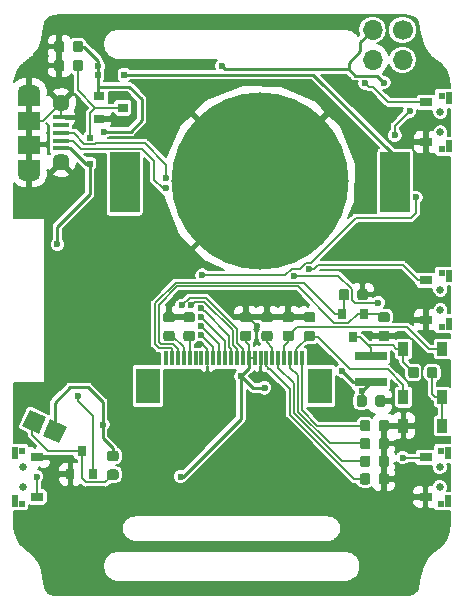
<source format=gbl>
G04 #@! TF.GenerationSoftware,KiCad,Pcbnew,(6.0.0-rc1-dev-332-g00d912f0b)*
G04 #@! TF.CreationDate,2018-09-23T23:35:21+02:00*
G04 #@! TF.ProjectId,xilwatch2,78696C7761746368322E6B696361645F,rev?*
G04 #@! TF.SameCoordinates,Original*
G04 #@! TF.FileFunction,Copper,L2,Bot,Signal*
G04 #@! TF.FilePolarity,Positive*
%FSLAX46Y46*%
G04 Gerber Fmt 4.6, Leading zero omitted, Abs format (unit mm)*
G04 Created by KiCad (PCBNEW (6.0.0-rc1-dev-332-g00d912f0b)) date 09/23/18 23:35:21*
%MOMM*%
%LPD*%
G01*
G04 APERTURE LIST*
G04 #@! TA.AperFunction,ComponentPad*
%ADD10C,1.700000*%
G04 #@! TD*
G04 #@! TA.AperFunction,ComponentPad*
%ADD11O,1.700000X1.700000*%
G04 #@! TD*
G04 #@! TA.AperFunction,SMDPad,CuDef*
%ADD12R,2.700000X0.800000*%
G04 #@! TD*
G04 #@! TA.AperFunction,SMDPad,CuDef*
%ADD13C,1.524000*%
G04 #@! TD*
G04 #@! TA.AperFunction,Conductor*
%ADD14C,0.100000*%
G04 #@! TD*
G04 #@! TA.AperFunction,SMDPad,CuDef*
%ADD15C,0.875000*%
G04 #@! TD*
G04 #@! TA.AperFunction,SMDPad,CuDef*
%ADD16R,0.900000X0.800000*%
G04 #@! TD*
G04 #@! TA.AperFunction,SMDPad,CuDef*
%ADD17R,0.800000X0.900000*%
G04 #@! TD*
G04 #@! TA.AperFunction,SMDPad,CuDef*
%ADD18R,0.500000X0.500000*%
G04 #@! TD*
G04 #@! TA.AperFunction,SMDPad,CuDef*
%ADD19R,0.900000X1.200000*%
G04 #@! TD*
G04 #@! TA.AperFunction,SMDPad,CuDef*
%ADD20R,1.900000X1.500000*%
G04 #@! TD*
G04 #@! TA.AperFunction,ComponentPad*
%ADD21C,1.450000*%
G04 #@! TD*
G04 #@! TA.AperFunction,SMDPad,CuDef*
%ADD22R,1.350000X0.400000*%
G04 #@! TD*
G04 #@! TA.AperFunction,ComponentPad*
%ADD23O,1.900000X1.200000*%
G04 #@! TD*
G04 #@! TA.AperFunction,SMDPad,CuDef*
%ADD24R,1.900000X1.200000*%
G04 #@! TD*
G04 #@! TA.AperFunction,SMDPad,CuDef*
%ADD25R,1.100000X0.750000*%
G04 #@! TD*
G04 #@! TA.AperFunction,SMDPad,CuDef*
%ADD26R,0.600000X0.600000*%
G04 #@! TD*
G04 #@! TA.AperFunction,SMDPad,CuDef*
%ADD27R,0.600000X1.050000*%
G04 #@! TD*
G04 #@! TA.AperFunction,ComponentPad*
%ADD28C,0.650000*%
G04 #@! TD*
G04 #@! TA.AperFunction,BGAPad,CuDef*
%ADD29C,15.000000*%
G04 #@! TD*
G04 #@! TA.AperFunction,SMDPad,CuDef*
%ADD30R,2.500000X5.100000*%
G04 #@! TD*
G04 #@! TA.AperFunction,SMDPad,CuDef*
%ADD31R,2.000000X3.000000*%
G04 #@! TD*
G04 #@! TA.AperFunction,SMDPad,CuDef*
%ADD32R,0.300000X1.250000*%
G04 #@! TD*
G04 #@! TA.AperFunction,ViaPad*
%ADD33C,0.600000*%
G04 #@! TD*
G04 #@! TA.AperFunction,Conductor*
%ADD34C,0.250000*%
G04 #@! TD*
G04 #@! TA.AperFunction,Conductor*
%ADD35C,0.160000*%
G04 #@! TD*
G04 #@! TA.AperFunction,Conductor*
%ADD36C,0.200000*%
G04 #@! TD*
G04 APERTURE END LIST*
D10*
G04 #@! TO.P,X1,4*
G04 #@! TO.N,/I2C_SDA*
X178470000Y-65880000D03*
D11*
G04 #@! TO.P,X1,3*
G04 #@! TO.N,/I2C_SCL*
X178470000Y-68420000D03*
G04 #@! TO.P,X1,1*
G04 #@! TO.N,VDD*
X175930000Y-65880000D03*
G04 #@! TO.P,X1,2*
G04 #@! TO.N,GND*
X175930000Y-68420000D03*
G04 #@! TD*
D12*
G04 #@! TO.P,L1,1*
G04 #@! TO.N,Net-(C7-Pad1)*
X175800000Y-93500000D03*
G04 #@! TO.P,L1,2*
G04 #@! TO.N,VDD*
X175800000Y-95700000D03*
G04 #@! TD*
D13*
G04 #@! TO.P,M1,1*
G04 #@! TO.N,VDD*
X149026181Y-99863127D03*
D14*
G04 #@! TD*
G04 #@! TO.N,VDD*
G04 #@! TO.C,M1*
G36*
X150038823Y-99494556D02*
X149394752Y-100875769D01*
X148013539Y-100231698D01*
X148657610Y-98850485D01*
X150038823Y-99494556D01*
X150038823Y-99494556D01*
G37*
D13*
G04 #@! TO.P,M1,2*
G04 #@! TO.N,Net-(C18-Pad1)*
X147304196Y-99060152D03*
D14*
G04 #@! TD*
G04 #@! TO.N,Net-(C18-Pad1)*
G04 #@! TO.C,M1*
G36*
X148316838Y-98691581D02*
X147672767Y-100072794D01*
X146291554Y-99428723D01*
X146935625Y-98047510D01*
X148316838Y-98691581D01*
X148316838Y-98691581D01*
G37*
G04 #@! TO.N,/Peripherals/RESE*
G04 #@! TO.C,R4*
G36*
X177177691Y-89776053D02*
X177198926Y-89779203D01*
X177219750Y-89784419D01*
X177239962Y-89791651D01*
X177259368Y-89800830D01*
X177277781Y-89811866D01*
X177295024Y-89824654D01*
X177310930Y-89839070D01*
X177325346Y-89854976D01*
X177338134Y-89872219D01*
X177349170Y-89890632D01*
X177358349Y-89910038D01*
X177365581Y-89930250D01*
X177370797Y-89951074D01*
X177373947Y-89972309D01*
X177375000Y-89993750D01*
X177375000Y-90431250D01*
X177373947Y-90452691D01*
X177370797Y-90473926D01*
X177365581Y-90494750D01*
X177358349Y-90514962D01*
X177349170Y-90534368D01*
X177338134Y-90552781D01*
X177325346Y-90570024D01*
X177310930Y-90585930D01*
X177295024Y-90600346D01*
X177277781Y-90613134D01*
X177259368Y-90624170D01*
X177239962Y-90633349D01*
X177219750Y-90640581D01*
X177198926Y-90645797D01*
X177177691Y-90648947D01*
X177156250Y-90650000D01*
X176643750Y-90650000D01*
X176622309Y-90648947D01*
X176601074Y-90645797D01*
X176580250Y-90640581D01*
X176560038Y-90633349D01*
X176540632Y-90624170D01*
X176522219Y-90613134D01*
X176504976Y-90600346D01*
X176489070Y-90585930D01*
X176474654Y-90570024D01*
X176461866Y-90552781D01*
X176450830Y-90534368D01*
X176441651Y-90514962D01*
X176434419Y-90494750D01*
X176429203Y-90473926D01*
X176426053Y-90452691D01*
X176425000Y-90431250D01*
X176425000Y-89993750D01*
X176426053Y-89972309D01*
X176429203Y-89951074D01*
X176434419Y-89930250D01*
X176441651Y-89910038D01*
X176450830Y-89890632D01*
X176461866Y-89872219D01*
X176474654Y-89854976D01*
X176489070Y-89839070D01*
X176504976Y-89824654D01*
X176522219Y-89811866D01*
X176540632Y-89800830D01*
X176560038Y-89791651D01*
X176580250Y-89784419D01*
X176601074Y-89779203D01*
X176622309Y-89776053D01*
X176643750Y-89775000D01*
X177156250Y-89775000D01*
X177177691Y-89776053D01*
X177177691Y-89776053D01*
G37*
D15*
G04 #@! TD*
G04 #@! TO.P,R4,2*
G04 #@! TO.N,/Peripherals/RESE*
X176900000Y-90212500D03*
D14*
G04 #@! TO.N,GND*
G04 #@! TO.C,R4*
G36*
X177177691Y-91351053D02*
X177198926Y-91354203D01*
X177219750Y-91359419D01*
X177239962Y-91366651D01*
X177259368Y-91375830D01*
X177277781Y-91386866D01*
X177295024Y-91399654D01*
X177310930Y-91414070D01*
X177325346Y-91429976D01*
X177338134Y-91447219D01*
X177349170Y-91465632D01*
X177358349Y-91485038D01*
X177365581Y-91505250D01*
X177370797Y-91526074D01*
X177373947Y-91547309D01*
X177375000Y-91568750D01*
X177375000Y-92006250D01*
X177373947Y-92027691D01*
X177370797Y-92048926D01*
X177365581Y-92069750D01*
X177358349Y-92089962D01*
X177349170Y-92109368D01*
X177338134Y-92127781D01*
X177325346Y-92145024D01*
X177310930Y-92160930D01*
X177295024Y-92175346D01*
X177277781Y-92188134D01*
X177259368Y-92199170D01*
X177239962Y-92208349D01*
X177219750Y-92215581D01*
X177198926Y-92220797D01*
X177177691Y-92223947D01*
X177156250Y-92225000D01*
X176643750Y-92225000D01*
X176622309Y-92223947D01*
X176601074Y-92220797D01*
X176580250Y-92215581D01*
X176560038Y-92208349D01*
X176540632Y-92199170D01*
X176522219Y-92188134D01*
X176504976Y-92175346D01*
X176489070Y-92160930D01*
X176474654Y-92145024D01*
X176461866Y-92127781D01*
X176450830Y-92109368D01*
X176441651Y-92089962D01*
X176434419Y-92069750D01*
X176429203Y-92048926D01*
X176426053Y-92027691D01*
X176425000Y-92006250D01*
X176425000Y-91568750D01*
X176426053Y-91547309D01*
X176429203Y-91526074D01*
X176434419Y-91505250D01*
X176441651Y-91485038D01*
X176450830Y-91465632D01*
X176461866Y-91447219D01*
X176474654Y-91429976D01*
X176489070Y-91414070D01*
X176504976Y-91399654D01*
X176522219Y-91386866D01*
X176540632Y-91375830D01*
X176560038Y-91366651D01*
X176580250Y-91359419D01*
X176601074Y-91354203D01*
X176622309Y-91351053D01*
X176643750Y-91350000D01*
X177156250Y-91350000D01*
X177177691Y-91351053D01*
X177177691Y-91351053D01*
G37*
D15*
G04 #@! TD*
G04 #@! TO.P,R4,1*
G04 #@! TO.N,GND*
X176900000Y-91787500D03*
D14*
G04 #@! TO.N,GND*
G04 #@! TO.C,R3*
G36*
X175327691Y-87826053D02*
X175348926Y-87829203D01*
X175369750Y-87834419D01*
X175389962Y-87841651D01*
X175409368Y-87850830D01*
X175427781Y-87861866D01*
X175445024Y-87874654D01*
X175460930Y-87889070D01*
X175475346Y-87904976D01*
X175488134Y-87922219D01*
X175499170Y-87940632D01*
X175508349Y-87960038D01*
X175515581Y-87980250D01*
X175520797Y-88001074D01*
X175523947Y-88022309D01*
X175525000Y-88043750D01*
X175525000Y-88556250D01*
X175523947Y-88577691D01*
X175520797Y-88598926D01*
X175515581Y-88619750D01*
X175508349Y-88639962D01*
X175499170Y-88659368D01*
X175488134Y-88677781D01*
X175475346Y-88695024D01*
X175460930Y-88710930D01*
X175445024Y-88725346D01*
X175427781Y-88738134D01*
X175409368Y-88749170D01*
X175389962Y-88758349D01*
X175369750Y-88765581D01*
X175348926Y-88770797D01*
X175327691Y-88773947D01*
X175306250Y-88775000D01*
X174868750Y-88775000D01*
X174847309Y-88773947D01*
X174826074Y-88770797D01*
X174805250Y-88765581D01*
X174785038Y-88758349D01*
X174765632Y-88749170D01*
X174747219Y-88738134D01*
X174729976Y-88725346D01*
X174714070Y-88710930D01*
X174699654Y-88695024D01*
X174686866Y-88677781D01*
X174675830Y-88659368D01*
X174666651Y-88639962D01*
X174659419Y-88619750D01*
X174654203Y-88598926D01*
X174651053Y-88577691D01*
X174650000Y-88556250D01*
X174650000Y-88043750D01*
X174651053Y-88022309D01*
X174654203Y-88001074D01*
X174659419Y-87980250D01*
X174666651Y-87960038D01*
X174675830Y-87940632D01*
X174686866Y-87922219D01*
X174699654Y-87904976D01*
X174714070Y-87889070D01*
X174729976Y-87874654D01*
X174747219Y-87861866D01*
X174765632Y-87850830D01*
X174785038Y-87841651D01*
X174805250Y-87834419D01*
X174826074Y-87829203D01*
X174847309Y-87826053D01*
X174868750Y-87825000D01*
X175306250Y-87825000D01*
X175327691Y-87826053D01*
X175327691Y-87826053D01*
G37*
D15*
G04 #@! TD*
G04 #@! TO.P,R3,1*
G04 #@! TO.N,GND*
X175087500Y-88300000D03*
D14*
G04 #@! TO.N,/Peripherals/GDR*
G04 #@! TO.C,R3*
G36*
X173752691Y-87826053D02*
X173773926Y-87829203D01*
X173794750Y-87834419D01*
X173814962Y-87841651D01*
X173834368Y-87850830D01*
X173852781Y-87861866D01*
X173870024Y-87874654D01*
X173885930Y-87889070D01*
X173900346Y-87904976D01*
X173913134Y-87922219D01*
X173924170Y-87940632D01*
X173933349Y-87960038D01*
X173940581Y-87980250D01*
X173945797Y-88001074D01*
X173948947Y-88022309D01*
X173950000Y-88043750D01*
X173950000Y-88556250D01*
X173948947Y-88577691D01*
X173945797Y-88598926D01*
X173940581Y-88619750D01*
X173933349Y-88639962D01*
X173924170Y-88659368D01*
X173913134Y-88677781D01*
X173900346Y-88695024D01*
X173885930Y-88710930D01*
X173870024Y-88725346D01*
X173852781Y-88738134D01*
X173834368Y-88749170D01*
X173814962Y-88758349D01*
X173794750Y-88765581D01*
X173773926Y-88770797D01*
X173752691Y-88773947D01*
X173731250Y-88775000D01*
X173293750Y-88775000D01*
X173272309Y-88773947D01*
X173251074Y-88770797D01*
X173230250Y-88765581D01*
X173210038Y-88758349D01*
X173190632Y-88749170D01*
X173172219Y-88738134D01*
X173154976Y-88725346D01*
X173139070Y-88710930D01*
X173124654Y-88695024D01*
X173111866Y-88677781D01*
X173100830Y-88659368D01*
X173091651Y-88639962D01*
X173084419Y-88619750D01*
X173079203Y-88598926D01*
X173076053Y-88577691D01*
X173075000Y-88556250D01*
X173075000Y-88043750D01*
X173076053Y-88022309D01*
X173079203Y-88001074D01*
X173084419Y-87980250D01*
X173091651Y-87960038D01*
X173100830Y-87940632D01*
X173111866Y-87922219D01*
X173124654Y-87904976D01*
X173139070Y-87889070D01*
X173154976Y-87874654D01*
X173172219Y-87861866D01*
X173190632Y-87850830D01*
X173210038Y-87841651D01*
X173230250Y-87834419D01*
X173251074Y-87829203D01*
X173272309Y-87826053D01*
X173293750Y-87825000D01*
X173731250Y-87825000D01*
X173752691Y-87826053D01*
X173752691Y-87826053D01*
G37*
D15*
G04 #@! TD*
G04 #@! TO.P,R3,2*
G04 #@! TO.N,/Peripherals/GDR*
X173512500Y-88300000D03*
D16*
G04 #@! TO.P,U1,1*
G04 #@! TO.N,GND*
X152800000Y-73416046D03*
G04 #@! TO.P,U1,2*
G04 #@! TO.N,VDD*
X152800000Y-71516046D03*
G04 #@! TO.P,U1,3*
G04 #@! TO.N,Net-(C1-Pad2)*
X154800000Y-72466046D03*
G04 #@! TD*
D17*
G04 #@! TO.P,Q2,3*
G04 #@! TO.N,Net-(C18-Pad1)*
X151300000Y-101500000D03*
G04 #@! TO.P,Q2,2*
G04 #@! TO.N,GND*
X150350000Y-103500000D03*
G04 #@! TO.P,Q2,1*
G04 #@! TO.N,/VIBRATOR*
X152250000Y-103500000D03*
G04 #@! TD*
G04 #@! TO.P,Q1,1*
G04 #@! TO.N,/Peripherals/GDR*
X173350000Y-89900000D03*
G04 #@! TO.P,Q1,2*
G04 #@! TO.N,/Peripherals/RESE*
X175250000Y-89900000D03*
G04 #@! TO.P,Q1,3*
G04 #@! TO.N,Net-(C7-Pad1)*
X174300000Y-91900000D03*
G04 #@! TD*
D18*
G04 #@! TO.P,D2,1*
G04 #@! TO.N,Net-(C1-Pad2)*
X152000000Y-75000000D03*
G04 #@! TO.P,D2,2*
G04 #@! TO.N,VBUS*
X152000000Y-77200000D03*
G04 #@! TD*
G04 #@! TO.P,D1,2*
G04 #@! TO.N,+BATT*
X154900000Y-69666046D03*
G04 #@! TO.P,D1,1*
G04 #@! TO.N,VDD*
X152700000Y-69666046D03*
G04 #@! TD*
D19*
G04 #@! TO.P,D5,1*
G04 #@! TO.N,GND*
X178550000Y-99400000D03*
G04 #@! TO.P,D5,2*
G04 #@! TO.N,Net-(C7-Pad2)*
X181850000Y-99400000D03*
G04 #@! TD*
G04 #@! TO.P,D4,2*
G04 #@! TO.N,/Peripherals/PREVGL*
X178550000Y-97000000D03*
G04 #@! TO.P,D4,1*
G04 #@! TO.N,Net-(C7-Pad2)*
X181850000Y-97000000D03*
G04 #@! TD*
G04 #@! TO.P,D3,1*
G04 #@! TO.N,/Peripherals/PREVGH*
X181850000Y-92900000D03*
G04 #@! TO.P,D3,2*
G04 #@! TO.N,Net-(C7-Pad1)*
X178550000Y-92900000D03*
G04 #@! TD*
D20*
G04 #@! TO.P,J1,6*
G04 #@! TO.N,GND*
X146862500Y-73600000D03*
D21*
X149562500Y-77100000D03*
D22*
G04 #@! TO.P,J1,2*
G04 #@! TO.N,/USB_D-*
X149562500Y-75250000D03*
G04 #@! TO.P,J1,1*
G04 #@! TO.N,VBUS*
X149562500Y-75900000D03*
G04 #@! TO.P,J1,5*
G04 #@! TO.N,GND*
X149562500Y-73300000D03*
G04 #@! TO.P,J1,4*
G04 #@! TO.N,Net-(J1-Pad4)*
X149562500Y-73950000D03*
G04 #@! TO.P,J1,3*
G04 #@! TO.N,/USB_D+*
X149562500Y-74600000D03*
D21*
G04 #@! TO.P,J1,6*
G04 #@! TO.N,GND*
X149562500Y-72100000D03*
D20*
X146862500Y-75600000D03*
D23*
X146862500Y-78100000D03*
X146862500Y-71100000D03*
D24*
X146862500Y-71700000D03*
X146862500Y-77500000D03*
G04 #@! TD*
D14*
G04 #@! TO.N,GND*
G04 #@! TO.C,C8*
G36*
X165477691Y-89776053D02*
X165498926Y-89779203D01*
X165519750Y-89784419D01*
X165539962Y-89791651D01*
X165559368Y-89800830D01*
X165577781Y-89811866D01*
X165595024Y-89824654D01*
X165610930Y-89839070D01*
X165625346Y-89854976D01*
X165638134Y-89872219D01*
X165649170Y-89890632D01*
X165658349Y-89910038D01*
X165665581Y-89930250D01*
X165670797Y-89951074D01*
X165673947Y-89972309D01*
X165675000Y-89993750D01*
X165675000Y-90431250D01*
X165673947Y-90452691D01*
X165670797Y-90473926D01*
X165665581Y-90494750D01*
X165658349Y-90514962D01*
X165649170Y-90534368D01*
X165638134Y-90552781D01*
X165625346Y-90570024D01*
X165610930Y-90585930D01*
X165595024Y-90600346D01*
X165577781Y-90613134D01*
X165559368Y-90624170D01*
X165539962Y-90633349D01*
X165519750Y-90640581D01*
X165498926Y-90645797D01*
X165477691Y-90648947D01*
X165456250Y-90650000D01*
X164943750Y-90650000D01*
X164922309Y-90648947D01*
X164901074Y-90645797D01*
X164880250Y-90640581D01*
X164860038Y-90633349D01*
X164840632Y-90624170D01*
X164822219Y-90613134D01*
X164804976Y-90600346D01*
X164789070Y-90585930D01*
X164774654Y-90570024D01*
X164761866Y-90552781D01*
X164750830Y-90534368D01*
X164741651Y-90514962D01*
X164734419Y-90494750D01*
X164729203Y-90473926D01*
X164726053Y-90452691D01*
X164725000Y-90431250D01*
X164725000Y-89993750D01*
X164726053Y-89972309D01*
X164729203Y-89951074D01*
X164734419Y-89930250D01*
X164741651Y-89910038D01*
X164750830Y-89890632D01*
X164761866Y-89872219D01*
X164774654Y-89854976D01*
X164789070Y-89839070D01*
X164804976Y-89824654D01*
X164822219Y-89811866D01*
X164840632Y-89800830D01*
X164860038Y-89791651D01*
X164880250Y-89784419D01*
X164901074Y-89779203D01*
X164922309Y-89776053D01*
X164943750Y-89775000D01*
X165456250Y-89775000D01*
X165477691Y-89776053D01*
X165477691Y-89776053D01*
G37*
D15*
G04 #@! TD*
G04 #@! TO.P,C8,1*
G04 #@! TO.N,GND*
X165200000Y-90212500D03*
D14*
G04 #@! TO.N,VDD*
G04 #@! TO.C,C8*
G36*
X165477691Y-91351053D02*
X165498926Y-91354203D01*
X165519750Y-91359419D01*
X165539962Y-91366651D01*
X165559368Y-91375830D01*
X165577781Y-91386866D01*
X165595024Y-91399654D01*
X165610930Y-91414070D01*
X165625346Y-91429976D01*
X165638134Y-91447219D01*
X165649170Y-91465632D01*
X165658349Y-91485038D01*
X165665581Y-91505250D01*
X165670797Y-91526074D01*
X165673947Y-91547309D01*
X165675000Y-91568750D01*
X165675000Y-92006250D01*
X165673947Y-92027691D01*
X165670797Y-92048926D01*
X165665581Y-92069750D01*
X165658349Y-92089962D01*
X165649170Y-92109368D01*
X165638134Y-92127781D01*
X165625346Y-92145024D01*
X165610930Y-92160930D01*
X165595024Y-92175346D01*
X165577781Y-92188134D01*
X165559368Y-92199170D01*
X165539962Y-92208349D01*
X165519750Y-92215581D01*
X165498926Y-92220797D01*
X165477691Y-92223947D01*
X165456250Y-92225000D01*
X164943750Y-92225000D01*
X164922309Y-92223947D01*
X164901074Y-92220797D01*
X164880250Y-92215581D01*
X164860038Y-92208349D01*
X164840632Y-92199170D01*
X164822219Y-92188134D01*
X164804976Y-92175346D01*
X164789070Y-92160930D01*
X164774654Y-92145024D01*
X164761866Y-92127781D01*
X164750830Y-92109368D01*
X164741651Y-92089962D01*
X164734419Y-92069750D01*
X164729203Y-92048926D01*
X164726053Y-92027691D01*
X164725000Y-92006250D01*
X164725000Y-91568750D01*
X164726053Y-91547309D01*
X164729203Y-91526074D01*
X164734419Y-91505250D01*
X164741651Y-91485038D01*
X164750830Y-91465632D01*
X164761866Y-91447219D01*
X164774654Y-91429976D01*
X164789070Y-91414070D01*
X164804976Y-91399654D01*
X164822219Y-91386866D01*
X164840632Y-91375830D01*
X164860038Y-91366651D01*
X164880250Y-91359419D01*
X164901074Y-91354203D01*
X164922309Y-91351053D01*
X164943750Y-91350000D01*
X165456250Y-91350000D01*
X165477691Y-91351053D01*
X165477691Y-91351053D01*
G37*
D15*
G04 #@! TD*
G04 #@! TO.P,C8,2*
G04 #@! TO.N,VDD*
X165200000Y-91787500D03*
D14*
G04 #@! TO.N,Net-(C10-Pad2)*
G04 #@! TO.C,C10*
G36*
X160677691Y-91351053D02*
X160698926Y-91354203D01*
X160719750Y-91359419D01*
X160739962Y-91366651D01*
X160759368Y-91375830D01*
X160777781Y-91386866D01*
X160795024Y-91399654D01*
X160810930Y-91414070D01*
X160825346Y-91429976D01*
X160838134Y-91447219D01*
X160849170Y-91465632D01*
X160858349Y-91485038D01*
X160865581Y-91505250D01*
X160870797Y-91526074D01*
X160873947Y-91547309D01*
X160875000Y-91568750D01*
X160875000Y-92006250D01*
X160873947Y-92027691D01*
X160870797Y-92048926D01*
X160865581Y-92069750D01*
X160858349Y-92089962D01*
X160849170Y-92109368D01*
X160838134Y-92127781D01*
X160825346Y-92145024D01*
X160810930Y-92160930D01*
X160795024Y-92175346D01*
X160777781Y-92188134D01*
X160759368Y-92199170D01*
X160739962Y-92208349D01*
X160719750Y-92215581D01*
X160698926Y-92220797D01*
X160677691Y-92223947D01*
X160656250Y-92225000D01*
X160143750Y-92225000D01*
X160122309Y-92223947D01*
X160101074Y-92220797D01*
X160080250Y-92215581D01*
X160060038Y-92208349D01*
X160040632Y-92199170D01*
X160022219Y-92188134D01*
X160004976Y-92175346D01*
X159989070Y-92160930D01*
X159974654Y-92145024D01*
X159961866Y-92127781D01*
X159950830Y-92109368D01*
X159941651Y-92089962D01*
X159934419Y-92069750D01*
X159929203Y-92048926D01*
X159926053Y-92027691D01*
X159925000Y-92006250D01*
X159925000Y-91568750D01*
X159926053Y-91547309D01*
X159929203Y-91526074D01*
X159934419Y-91505250D01*
X159941651Y-91485038D01*
X159950830Y-91465632D01*
X159961866Y-91447219D01*
X159974654Y-91429976D01*
X159989070Y-91414070D01*
X160004976Y-91399654D01*
X160022219Y-91386866D01*
X160040632Y-91375830D01*
X160060038Y-91366651D01*
X160080250Y-91359419D01*
X160101074Y-91354203D01*
X160122309Y-91351053D01*
X160143750Y-91350000D01*
X160656250Y-91350000D01*
X160677691Y-91351053D01*
X160677691Y-91351053D01*
G37*
D15*
G04 #@! TD*
G04 #@! TO.P,C10,2*
G04 #@! TO.N,Net-(C10-Pad2)*
X160400000Y-91787500D03*
D14*
G04 #@! TO.N,GND*
G04 #@! TO.C,C10*
G36*
X160677691Y-89776053D02*
X160698926Y-89779203D01*
X160719750Y-89784419D01*
X160739962Y-89791651D01*
X160759368Y-89800830D01*
X160777781Y-89811866D01*
X160795024Y-89824654D01*
X160810930Y-89839070D01*
X160825346Y-89854976D01*
X160838134Y-89872219D01*
X160849170Y-89890632D01*
X160858349Y-89910038D01*
X160865581Y-89930250D01*
X160870797Y-89951074D01*
X160873947Y-89972309D01*
X160875000Y-89993750D01*
X160875000Y-90431250D01*
X160873947Y-90452691D01*
X160870797Y-90473926D01*
X160865581Y-90494750D01*
X160858349Y-90514962D01*
X160849170Y-90534368D01*
X160838134Y-90552781D01*
X160825346Y-90570024D01*
X160810930Y-90585930D01*
X160795024Y-90600346D01*
X160777781Y-90613134D01*
X160759368Y-90624170D01*
X160739962Y-90633349D01*
X160719750Y-90640581D01*
X160698926Y-90645797D01*
X160677691Y-90648947D01*
X160656250Y-90650000D01*
X160143750Y-90650000D01*
X160122309Y-90648947D01*
X160101074Y-90645797D01*
X160080250Y-90640581D01*
X160060038Y-90633349D01*
X160040632Y-90624170D01*
X160022219Y-90613134D01*
X160004976Y-90600346D01*
X159989070Y-90585930D01*
X159974654Y-90570024D01*
X159961866Y-90552781D01*
X159950830Y-90534368D01*
X159941651Y-90514962D01*
X159934419Y-90494750D01*
X159929203Y-90473926D01*
X159926053Y-90452691D01*
X159925000Y-90431250D01*
X159925000Y-89993750D01*
X159926053Y-89972309D01*
X159929203Y-89951074D01*
X159934419Y-89930250D01*
X159941651Y-89910038D01*
X159950830Y-89890632D01*
X159961866Y-89872219D01*
X159974654Y-89854976D01*
X159989070Y-89839070D01*
X160004976Y-89824654D01*
X160022219Y-89811866D01*
X160040632Y-89800830D01*
X160060038Y-89791651D01*
X160080250Y-89784419D01*
X160101074Y-89779203D01*
X160122309Y-89776053D01*
X160143750Y-89775000D01*
X160656250Y-89775000D01*
X160677691Y-89776053D01*
X160677691Y-89776053D01*
G37*
D15*
G04 #@! TD*
G04 #@! TO.P,C10,1*
G04 #@! TO.N,GND*
X160400000Y-90212500D03*
D14*
G04 #@! TO.N,GND*
G04 #@! TO.C,C1*
G36*
X149652691Y-68426053D02*
X149673926Y-68429203D01*
X149694750Y-68434419D01*
X149714962Y-68441651D01*
X149734368Y-68450830D01*
X149752781Y-68461866D01*
X149770024Y-68474654D01*
X149785930Y-68489070D01*
X149800346Y-68504976D01*
X149813134Y-68522219D01*
X149824170Y-68540632D01*
X149833349Y-68560038D01*
X149840581Y-68580250D01*
X149845797Y-68601074D01*
X149848947Y-68622309D01*
X149850000Y-68643750D01*
X149850000Y-69156250D01*
X149848947Y-69177691D01*
X149845797Y-69198926D01*
X149840581Y-69219750D01*
X149833349Y-69239962D01*
X149824170Y-69259368D01*
X149813134Y-69277781D01*
X149800346Y-69295024D01*
X149785930Y-69310930D01*
X149770024Y-69325346D01*
X149752781Y-69338134D01*
X149734368Y-69349170D01*
X149714962Y-69358349D01*
X149694750Y-69365581D01*
X149673926Y-69370797D01*
X149652691Y-69373947D01*
X149631250Y-69375000D01*
X149193750Y-69375000D01*
X149172309Y-69373947D01*
X149151074Y-69370797D01*
X149130250Y-69365581D01*
X149110038Y-69358349D01*
X149090632Y-69349170D01*
X149072219Y-69338134D01*
X149054976Y-69325346D01*
X149039070Y-69310930D01*
X149024654Y-69295024D01*
X149011866Y-69277781D01*
X149000830Y-69259368D01*
X148991651Y-69239962D01*
X148984419Y-69219750D01*
X148979203Y-69198926D01*
X148976053Y-69177691D01*
X148975000Y-69156250D01*
X148975000Y-68643750D01*
X148976053Y-68622309D01*
X148979203Y-68601074D01*
X148984419Y-68580250D01*
X148991651Y-68560038D01*
X149000830Y-68540632D01*
X149011866Y-68522219D01*
X149024654Y-68504976D01*
X149039070Y-68489070D01*
X149054976Y-68474654D01*
X149072219Y-68461866D01*
X149090632Y-68450830D01*
X149110038Y-68441651D01*
X149130250Y-68434419D01*
X149151074Y-68429203D01*
X149172309Y-68426053D01*
X149193750Y-68425000D01*
X149631250Y-68425000D01*
X149652691Y-68426053D01*
X149652691Y-68426053D01*
G37*
D15*
G04 #@! TD*
G04 #@! TO.P,C1,1*
G04 #@! TO.N,GND*
X149412500Y-68900000D03*
D14*
G04 #@! TO.N,Net-(C1-Pad2)*
G04 #@! TO.C,C1*
G36*
X151227691Y-68426053D02*
X151248926Y-68429203D01*
X151269750Y-68434419D01*
X151289962Y-68441651D01*
X151309368Y-68450830D01*
X151327781Y-68461866D01*
X151345024Y-68474654D01*
X151360930Y-68489070D01*
X151375346Y-68504976D01*
X151388134Y-68522219D01*
X151399170Y-68540632D01*
X151408349Y-68560038D01*
X151415581Y-68580250D01*
X151420797Y-68601074D01*
X151423947Y-68622309D01*
X151425000Y-68643750D01*
X151425000Y-69156250D01*
X151423947Y-69177691D01*
X151420797Y-69198926D01*
X151415581Y-69219750D01*
X151408349Y-69239962D01*
X151399170Y-69259368D01*
X151388134Y-69277781D01*
X151375346Y-69295024D01*
X151360930Y-69310930D01*
X151345024Y-69325346D01*
X151327781Y-69338134D01*
X151309368Y-69349170D01*
X151289962Y-69358349D01*
X151269750Y-69365581D01*
X151248926Y-69370797D01*
X151227691Y-69373947D01*
X151206250Y-69375000D01*
X150768750Y-69375000D01*
X150747309Y-69373947D01*
X150726074Y-69370797D01*
X150705250Y-69365581D01*
X150685038Y-69358349D01*
X150665632Y-69349170D01*
X150647219Y-69338134D01*
X150629976Y-69325346D01*
X150614070Y-69310930D01*
X150599654Y-69295024D01*
X150586866Y-69277781D01*
X150575830Y-69259368D01*
X150566651Y-69239962D01*
X150559419Y-69219750D01*
X150554203Y-69198926D01*
X150551053Y-69177691D01*
X150550000Y-69156250D01*
X150550000Y-68643750D01*
X150551053Y-68622309D01*
X150554203Y-68601074D01*
X150559419Y-68580250D01*
X150566651Y-68560038D01*
X150575830Y-68540632D01*
X150586866Y-68522219D01*
X150599654Y-68504976D01*
X150614070Y-68489070D01*
X150629976Y-68474654D01*
X150647219Y-68461866D01*
X150665632Y-68450830D01*
X150685038Y-68441651D01*
X150705250Y-68434419D01*
X150726074Y-68429203D01*
X150747309Y-68426053D01*
X150768750Y-68425000D01*
X151206250Y-68425000D01*
X151227691Y-68426053D01*
X151227691Y-68426053D01*
G37*
D15*
G04 #@! TD*
G04 #@! TO.P,C1,2*
G04 #@! TO.N,Net-(C1-Pad2)*
X150987500Y-68900000D03*
D14*
G04 #@! TO.N,GND*
G04 #@! TO.C,C2*
G36*
X149652691Y-66826053D02*
X149673926Y-66829203D01*
X149694750Y-66834419D01*
X149714962Y-66841651D01*
X149734368Y-66850830D01*
X149752781Y-66861866D01*
X149770024Y-66874654D01*
X149785930Y-66889070D01*
X149800346Y-66904976D01*
X149813134Y-66922219D01*
X149824170Y-66940632D01*
X149833349Y-66960038D01*
X149840581Y-66980250D01*
X149845797Y-67001074D01*
X149848947Y-67022309D01*
X149850000Y-67043750D01*
X149850000Y-67556250D01*
X149848947Y-67577691D01*
X149845797Y-67598926D01*
X149840581Y-67619750D01*
X149833349Y-67639962D01*
X149824170Y-67659368D01*
X149813134Y-67677781D01*
X149800346Y-67695024D01*
X149785930Y-67710930D01*
X149770024Y-67725346D01*
X149752781Y-67738134D01*
X149734368Y-67749170D01*
X149714962Y-67758349D01*
X149694750Y-67765581D01*
X149673926Y-67770797D01*
X149652691Y-67773947D01*
X149631250Y-67775000D01*
X149193750Y-67775000D01*
X149172309Y-67773947D01*
X149151074Y-67770797D01*
X149130250Y-67765581D01*
X149110038Y-67758349D01*
X149090632Y-67749170D01*
X149072219Y-67738134D01*
X149054976Y-67725346D01*
X149039070Y-67710930D01*
X149024654Y-67695024D01*
X149011866Y-67677781D01*
X149000830Y-67659368D01*
X148991651Y-67639962D01*
X148984419Y-67619750D01*
X148979203Y-67598926D01*
X148976053Y-67577691D01*
X148975000Y-67556250D01*
X148975000Y-67043750D01*
X148976053Y-67022309D01*
X148979203Y-67001074D01*
X148984419Y-66980250D01*
X148991651Y-66960038D01*
X149000830Y-66940632D01*
X149011866Y-66922219D01*
X149024654Y-66904976D01*
X149039070Y-66889070D01*
X149054976Y-66874654D01*
X149072219Y-66861866D01*
X149090632Y-66850830D01*
X149110038Y-66841651D01*
X149130250Y-66834419D01*
X149151074Y-66829203D01*
X149172309Y-66826053D01*
X149193750Y-66825000D01*
X149631250Y-66825000D01*
X149652691Y-66826053D01*
X149652691Y-66826053D01*
G37*
D15*
G04 #@! TD*
G04 #@! TO.P,C2,2*
G04 #@! TO.N,GND*
X149412500Y-67300000D03*
D14*
G04 #@! TO.N,VDD*
G04 #@! TO.C,C2*
G36*
X151227691Y-66826053D02*
X151248926Y-66829203D01*
X151269750Y-66834419D01*
X151289962Y-66841651D01*
X151309368Y-66850830D01*
X151327781Y-66861866D01*
X151345024Y-66874654D01*
X151360930Y-66889070D01*
X151375346Y-66904976D01*
X151388134Y-66922219D01*
X151399170Y-66940632D01*
X151408349Y-66960038D01*
X151415581Y-66980250D01*
X151420797Y-67001074D01*
X151423947Y-67022309D01*
X151425000Y-67043750D01*
X151425000Y-67556250D01*
X151423947Y-67577691D01*
X151420797Y-67598926D01*
X151415581Y-67619750D01*
X151408349Y-67639962D01*
X151399170Y-67659368D01*
X151388134Y-67677781D01*
X151375346Y-67695024D01*
X151360930Y-67710930D01*
X151345024Y-67725346D01*
X151327781Y-67738134D01*
X151309368Y-67749170D01*
X151289962Y-67758349D01*
X151269750Y-67765581D01*
X151248926Y-67770797D01*
X151227691Y-67773947D01*
X151206250Y-67775000D01*
X150768750Y-67775000D01*
X150747309Y-67773947D01*
X150726074Y-67770797D01*
X150705250Y-67765581D01*
X150685038Y-67758349D01*
X150665632Y-67749170D01*
X150647219Y-67738134D01*
X150629976Y-67725346D01*
X150614070Y-67710930D01*
X150599654Y-67695024D01*
X150586866Y-67677781D01*
X150575830Y-67659368D01*
X150566651Y-67639962D01*
X150559419Y-67619750D01*
X150554203Y-67598926D01*
X150551053Y-67577691D01*
X150550000Y-67556250D01*
X150550000Y-67043750D01*
X150551053Y-67022309D01*
X150554203Y-67001074D01*
X150559419Y-66980250D01*
X150566651Y-66960038D01*
X150575830Y-66940632D01*
X150586866Y-66922219D01*
X150599654Y-66904976D01*
X150614070Y-66889070D01*
X150629976Y-66874654D01*
X150647219Y-66861866D01*
X150665632Y-66850830D01*
X150685038Y-66841651D01*
X150705250Y-66834419D01*
X150726074Y-66829203D01*
X150747309Y-66826053D01*
X150768750Y-66825000D01*
X151206250Y-66825000D01*
X151227691Y-66826053D01*
X151227691Y-66826053D01*
G37*
D15*
G04 #@! TD*
G04 #@! TO.P,C2,1*
G04 #@! TO.N,VDD*
X150987500Y-67300000D03*
D14*
G04 #@! TO.N,GND*
G04 #@! TO.C,C3*
G36*
X176827691Y-96826053D02*
X176848926Y-96829203D01*
X176869750Y-96834419D01*
X176889962Y-96841651D01*
X176909368Y-96850830D01*
X176927781Y-96861866D01*
X176945024Y-96874654D01*
X176960930Y-96889070D01*
X176975346Y-96904976D01*
X176988134Y-96922219D01*
X176999170Y-96940632D01*
X177008349Y-96960038D01*
X177015581Y-96980250D01*
X177020797Y-97001074D01*
X177023947Y-97022309D01*
X177025000Y-97043750D01*
X177025000Y-97556250D01*
X177023947Y-97577691D01*
X177020797Y-97598926D01*
X177015581Y-97619750D01*
X177008349Y-97639962D01*
X176999170Y-97659368D01*
X176988134Y-97677781D01*
X176975346Y-97695024D01*
X176960930Y-97710930D01*
X176945024Y-97725346D01*
X176927781Y-97738134D01*
X176909368Y-97749170D01*
X176889962Y-97758349D01*
X176869750Y-97765581D01*
X176848926Y-97770797D01*
X176827691Y-97773947D01*
X176806250Y-97775000D01*
X176368750Y-97775000D01*
X176347309Y-97773947D01*
X176326074Y-97770797D01*
X176305250Y-97765581D01*
X176285038Y-97758349D01*
X176265632Y-97749170D01*
X176247219Y-97738134D01*
X176229976Y-97725346D01*
X176214070Y-97710930D01*
X176199654Y-97695024D01*
X176186866Y-97677781D01*
X176175830Y-97659368D01*
X176166651Y-97639962D01*
X176159419Y-97619750D01*
X176154203Y-97598926D01*
X176151053Y-97577691D01*
X176150000Y-97556250D01*
X176150000Y-97043750D01*
X176151053Y-97022309D01*
X176154203Y-97001074D01*
X176159419Y-96980250D01*
X176166651Y-96960038D01*
X176175830Y-96940632D01*
X176186866Y-96922219D01*
X176199654Y-96904976D01*
X176214070Y-96889070D01*
X176229976Y-96874654D01*
X176247219Y-96861866D01*
X176265632Y-96850830D01*
X176285038Y-96841651D01*
X176305250Y-96834419D01*
X176326074Y-96829203D01*
X176347309Y-96826053D01*
X176368750Y-96825000D01*
X176806250Y-96825000D01*
X176827691Y-96826053D01*
X176827691Y-96826053D01*
G37*
D15*
G04 #@! TD*
G04 #@! TO.P,C3,1*
G04 #@! TO.N,GND*
X176587500Y-97300000D03*
D14*
G04 #@! TO.N,VDD*
G04 #@! TO.C,C3*
G36*
X175252691Y-96826053D02*
X175273926Y-96829203D01*
X175294750Y-96834419D01*
X175314962Y-96841651D01*
X175334368Y-96850830D01*
X175352781Y-96861866D01*
X175370024Y-96874654D01*
X175385930Y-96889070D01*
X175400346Y-96904976D01*
X175413134Y-96922219D01*
X175424170Y-96940632D01*
X175433349Y-96960038D01*
X175440581Y-96980250D01*
X175445797Y-97001074D01*
X175448947Y-97022309D01*
X175450000Y-97043750D01*
X175450000Y-97556250D01*
X175448947Y-97577691D01*
X175445797Y-97598926D01*
X175440581Y-97619750D01*
X175433349Y-97639962D01*
X175424170Y-97659368D01*
X175413134Y-97677781D01*
X175400346Y-97695024D01*
X175385930Y-97710930D01*
X175370024Y-97725346D01*
X175352781Y-97738134D01*
X175334368Y-97749170D01*
X175314962Y-97758349D01*
X175294750Y-97765581D01*
X175273926Y-97770797D01*
X175252691Y-97773947D01*
X175231250Y-97775000D01*
X174793750Y-97775000D01*
X174772309Y-97773947D01*
X174751074Y-97770797D01*
X174730250Y-97765581D01*
X174710038Y-97758349D01*
X174690632Y-97749170D01*
X174672219Y-97738134D01*
X174654976Y-97725346D01*
X174639070Y-97710930D01*
X174624654Y-97695024D01*
X174611866Y-97677781D01*
X174600830Y-97659368D01*
X174591651Y-97639962D01*
X174584419Y-97619750D01*
X174579203Y-97598926D01*
X174576053Y-97577691D01*
X174575000Y-97556250D01*
X174575000Y-97043750D01*
X174576053Y-97022309D01*
X174579203Y-97001074D01*
X174584419Y-96980250D01*
X174591651Y-96960038D01*
X174600830Y-96940632D01*
X174611866Y-96922219D01*
X174624654Y-96904976D01*
X174639070Y-96889070D01*
X174654976Y-96874654D01*
X174672219Y-96861866D01*
X174690632Y-96850830D01*
X174710038Y-96841651D01*
X174730250Y-96834419D01*
X174751074Y-96829203D01*
X174772309Y-96826053D01*
X174793750Y-96825000D01*
X175231250Y-96825000D01*
X175252691Y-96826053D01*
X175252691Y-96826053D01*
G37*
D15*
G04 #@! TD*
G04 #@! TO.P,C3,2*
G04 #@! TO.N,VDD*
X175012500Y-97300000D03*
D14*
G04 #@! TO.N,Net-(C7-Pad1)*
G04 #@! TO.C,C7*
G36*
X179652691Y-94426053D02*
X179673926Y-94429203D01*
X179694750Y-94434419D01*
X179714962Y-94441651D01*
X179734368Y-94450830D01*
X179752781Y-94461866D01*
X179770024Y-94474654D01*
X179785930Y-94489070D01*
X179800346Y-94504976D01*
X179813134Y-94522219D01*
X179824170Y-94540632D01*
X179833349Y-94560038D01*
X179840581Y-94580250D01*
X179845797Y-94601074D01*
X179848947Y-94622309D01*
X179850000Y-94643750D01*
X179850000Y-95156250D01*
X179848947Y-95177691D01*
X179845797Y-95198926D01*
X179840581Y-95219750D01*
X179833349Y-95239962D01*
X179824170Y-95259368D01*
X179813134Y-95277781D01*
X179800346Y-95295024D01*
X179785930Y-95310930D01*
X179770024Y-95325346D01*
X179752781Y-95338134D01*
X179734368Y-95349170D01*
X179714962Y-95358349D01*
X179694750Y-95365581D01*
X179673926Y-95370797D01*
X179652691Y-95373947D01*
X179631250Y-95375000D01*
X179193750Y-95375000D01*
X179172309Y-95373947D01*
X179151074Y-95370797D01*
X179130250Y-95365581D01*
X179110038Y-95358349D01*
X179090632Y-95349170D01*
X179072219Y-95338134D01*
X179054976Y-95325346D01*
X179039070Y-95310930D01*
X179024654Y-95295024D01*
X179011866Y-95277781D01*
X179000830Y-95259368D01*
X178991651Y-95239962D01*
X178984419Y-95219750D01*
X178979203Y-95198926D01*
X178976053Y-95177691D01*
X178975000Y-95156250D01*
X178975000Y-94643750D01*
X178976053Y-94622309D01*
X178979203Y-94601074D01*
X178984419Y-94580250D01*
X178991651Y-94560038D01*
X179000830Y-94540632D01*
X179011866Y-94522219D01*
X179024654Y-94504976D01*
X179039070Y-94489070D01*
X179054976Y-94474654D01*
X179072219Y-94461866D01*
X179090632Y-94450830D01*
X179110038Y-94441651D01*
X179130250Y-94434419D01*
X179151074Y-94429203D01*
X179172309Y-94426053D01*
X179193750Y-94425000D01*
X179631250Y-94425000D01*
X179652691Y-94426053D01*
X179652691Y-94426053D01*
G37*
D15*
G04 #@! TD*
G04 #@! TO.P,C7,1*
G04 #@! TO.N,Net-(C7-Pad1)*
X179412500Y-94900000D03*
D14*
G04 #@! TO.N,Net-(C7-Pad2)*
G04 #@! TO.C,C7*
G36*
X181227691Y-94426053D02*
X181248926Y-94429203D01*
X181269750Y-94434419D01*
X181289962Y-94441651D01*
X181309368Y-94450830D01*
X181327781Y-94461866D01*
X181345024Y-94474654D01*
X181360930Y-94489070D01*
X181375346Y-94504976D01*
X181388134Y-94522219D01*
X181399170Y-94540632D01*
X181408349Y-94560038D01*
X181415581Y-94580250D01*
X181420797Y-94601074D01*
X181423947Y-94622309D01*
X181425000Y-94643750D01*
X181425000Y-95156250D01*
X181423947Y-95177691D01*
X181420797Y-95198926D01*
X181415581Y-95219750D01*
X181408349Y-95239962D01*
X181399170Y-95259368D01*
X181388134Y-95277781D01*
X181375346Y-95295024D01*
X181360930Y-95310930D01*
X181345024Y-95325346D01*
X181327781Y-95338134D01*
X181309368Y-95349170D01*
X181289962Y-95358349D01*
X181269750Y-95365581D01*
X181248926Y-95370797D01*
X181227691Y-95373947D01*
X181206250Y-95375000D01*
X180768750Y-95375000D01*
X180747309Y-95373947D01*
X180726074Y-95370797D01*
X180705250Y-95365581D01*
X180685038Y-95358349D01*
X180665632Y-95349170D01*
X180647219Y-95338134D01*
X180629976Y-95325346D01*
X180614070Y-95310930D01*
X180599654Y-95295024D01*
X180586866Y-95277781D01*
X180575830Y-95259368D01*
X180566651Y-95239962D01*
X180559419Y-95219750D01*
X180554203Y-95198926D01*
X180551053Y-95177691D01*
X180550000Y-95156250D01*
X180550000Y-94643750D01*
X180551053Y-94622309D01*
X180554203Y-94601074D01*
X180559419Y-94580250D01*
X180566651Y-94560038D01*
X180575830Y-94540632D01*
X180586866Y-94522219D01*
X180599654Y-94504976D01*
X180614070Y-94489070D01*
X180629976Y-94474654D01*
X180647219Y-94461866D01*
X180665632Y-94450830D01*
X180685038Y-94441651D01*
X180705250Y-94434419D01*
X180726074Y-94429203D01*
X180747309Y-94426053D01*
X180768750Y-94425000D01*
X181206250Y-94425000D01*
X181227691Y-94426053D01*
X181227691Y-94426053D01*
G37*
D15*
G04 #@! TD*
G04 #@! TO.P,C7,2*
G04 #@! TO.N,Net-(C7-Pad2)*
X180987500Y-94900000D03*
D14*
G04 #@! TO.N,Net-(C11-Pad2)*
G04 #@! TO.C,C11*
G36*
X175552691Y-103426053D02*
X175573926Y-103429203D01*
X175594750Y-103434419D01*
X175614962Y-103441651D01*
X175634368Y-103450830D01*
X175652781Y-103461866D01*
X175670024Y-103474654D01*
X175685930Y-103489070D01*
X175700346Y-103504976D01*
X175713134Y-103522219D01*
X175724170Y-103540632D01*
X175733349Y-103560038D01*
X175740581Y-103580250D01*
X175745797Y-103601074D01*
X175748947Y-103622309D01*
X175750000Y-103643750D01*
X175750000Y-104156250D01*
X175748947Y-104177691D01*
X175745797Y-104198926D01*
X175740581Y-104219750D01*
X175733349Y-104239962D01*
X175724170Y-104259368D01*
X175713134Y-104277781D01*
X175700346Y-104295024D01*
X175685930Y-104310930D01*
X175670024Y-104325346D01*
X175652781Y-104338134D01*
X175634368Y-104349170D01*
X175614962Y-104358349D01*
X175594750Y-104365581D01*
X175573926Y-104370797D01*
X175552691Y-104373947D01*
X175531250Y-104375000D01*
X175093750Y-104375000D01*
X175072309Y-104373947D01*
X175051074Y-104370797D01*
X175030250Y-104365581D01*
X175010038Y-104358349D01*
X174990632Y-104349170D01*
X174972219Y-104338134D01*
X174954976Y-104325346D01*
X174939070Y-104310930D01*
X174924654Y-104295024D01*
X174911866Y-104277781D01*
X174900830Y-104259368D01*
X174891651Y-104239962D01*
X174884419Y-104219750D01*
X174879203Y-104198926D01*
X174876053Y-104177691D01*
X174875000Y-104156250D01*
X174875000Y-103643750D01*
X174876053Y-103622309D01*
X174879203Y-103601074D01*
X174884419Y-103580250D01*
X174891651Y-103560038D01*
X174900830Y-103540632D01*
X174911866Y-103522219D01*
X174924654Y-103504976D01*
X174939070Y-103489070D01*
X174954976Y-103474654D01*
X174972219Y-103461866D01*
X174990632Y-103450830D01*
X175010038Y-103441651D01*
X175030250Y-103434419D01*
X175051074Y-103429203D01*
X175072309Y-103426053D01*
X175093750Y-103425000D01*
X175531250Y-103425000D01*
X175552691Y-103426053D01*
X175552691Y-103426053D01*
G37*
D15*
G04 #@! TD*
G04 #@! TO.P,C11,2*
G04 #@! TO.N,Net-(C11-Pad2)*
X175312500Y-103900000D03*
D14*
G04 #@! TO.N,GND*
G04 #@! TO.C,C11*
G36*
X177127691Y-103426053D02*
X177148926Y-103429203D01*
X177169750Y-103434419D01*
X177189962Y-103441651D01*
X177209368Y-103450830D01*
X177227781Y-103461866D01*
X177245024Y-103474654D01*
X177260930Y-103489070D01*
X177275346Y-103504976D01*
X177288134Y-103522219D01*
X177299170Y-103540632D01*
X177308349Y-103560038D01*
X177315581Y-103580250D01*
X177320797Y-103601074D01*
X177323947Y-103622309D01*
X177325000Y-103643750D01*
X177325000Y-104156250D01*
X177323947Y-104177691D01*
X177320797Y-104198926D01*
X177315581Y-104219750D01*
X177308349Y-104239962D01*
X177299170Y-104259368D01*
X177288134Y-104277781D01*
X177275346Y-104295024D01*
X177260930Y-104310930D01*
X177245024Y-104325346D01*
X177227781Y-104338134D01*
X177209368Y-104349170D01*
X177189962Y-104358349D01*
X177169750Y-104365581D01*
X177148926Y-104370797D01*
X177127691Y-104373947D01*
X177106250Y-104375000D01*
X176668750Y-104375000D01*
X176647309Y-104373947D01*
X176626074Y-104370797D01*
X176605250Y-104365581D01*
X176585038Y-104358349D01*
X176565632Y-104349170D01*
X176547219Y-104338134D01*
X176529976Y-104325346D01*
X176514070Y-104310930D01*
X176499654Y-104295024D01*
X176486866Y-104277781D01*
X176475830Y-104259368D01*
X176466651Y-104239962D01*
X176459419Y-104219750D01*
X176454203Y-104198926D01*
X176451053Y-104177691D01*
X176450000Y-104156250D01*
X176450000Y-103643750D01*
X176451053Y-103622309D01*
X176454203Y-103601074D01*
X176459419Y-103580250D01*
X176466651Y-103560038D01*
X176475830Y-103540632D01*
X176486866Y-103522219D01*
X176499654Y-103504976D01*
X176514070Y-103489070D01*
X176529976Y-103474654D01*
X176547219Y-103461866D01*
X176565632Y-103450830D01*
X176585038Y-103441651D01*
X176605250Y-103434419D01*
X176626074Y-103429203D01*
X176647309Y-103426053D01*
X176668750Y-103425000D01*
X177106250Y-103425000D01*
X177127691Y-103426053D01*
X177127691Y-103426053D01*
G37*
D15*
G04 #@! TD*
G04 #@! TO.P,C11,1*
G04 #@! TO.N,GND*
X176887500Y-103900000D03*
D14*
G04 #@! TO.N,GND*
G04 #@! TO.C,C12*
G36*
X167277691Y-89776053D02*
X167298926Y-89779203D01*
X167319750Y-89784419D01*
X167339962Y-89791651D01*
X167359368Y-89800830D01*
X167377781Y-89811866D01*
X167395024Y-89824654D01*
X167410930Y-89839070D01*
X167425346Y-89854976D01*
X167438134Y-89872219D01*
X167449170Y-89890632D01*
X167458349Y-89910038D01*
X167465581Y-89930250D01*
X167470797Y-89951074D01*
X167473947Y-89972309D01*
X167475000Y-89993750D01*
X167475000Y-90431250D01*
X167473947Y-90452691D01*
X167470797Y-90473926D01*
X167465581Y-90494750D01*
X167458349Y-90514962D01*
X167449170Y-90534368D01*
X167438134Y-90552781D01*
X167425346Y-90570024D01*
X167410930Y-90585930D01*
X167395024Y-90600346D01*
X167377781Y-90613134D01*
X167359368Y-90624170D01*
X167339962Y-90633349D01*
X167319750Y-90640581D01*
X167298926Y-90645797D01*
X167277691Y-90648947D01*
X167256250Y-90650000D01*
X166743750Y-90650000D01*
X166722309Y-90648947D01*
X166701074Y-90645797D01*
X166680250Y-90640581D01*
X166660038Y-90633349D01*
X166640632Y-90624170D01*
X166622219Y-90613134D01*
X166604976Y-90600346D01*
X166589070Y-90585930D01*
X166574654Y-90570024D01*
X166561866Y-90552781D01*
X166550830Y-90534368D01*
X166541651Y-90514962D01*
X166534419Y-90494750D01*
X166529203Y-90473926D01*
X166526053Y-90452691D01*
X166525000Y-90431250D01*
X166525000Y-89993750D01*
X166526053Y-89972309D01*
X166529203Y-89951074D01*
X166534419Y-89930250D01*
X166541651Y-89910038D01*
X166550830Y-89890632D01*
X166561866Y-89872219D01*
X166574654Y-89854976D01*
X166589070Y-89839070D01*
X166604976Y-89824654D01*
X166622219Y-89811866D01*
X166640632Y-89800830D01*
X166660038Y-89791651D01*
X166680250Y-89784419D01*
X166701074Y-89779203D01*
X166722309Y-89776053D01*
X166743750Y-89775000D01*
X167256250Y-89775000D01*
X167277691Y-89776053D01*
X167277691Y-89776053D01*
G37*
D15*
G04 #@! TD*
G04 #@! TO.P,C12,1*
G04 #@! TO.N,GND*
X167000000Y-90212500D03*
D14*
G04 #@! TO.N,Net-(C12-Pad2)*
G04 #@! TO.C,C12*
G36*
X167277691Y-91351053D02*
X167298926Y-91354203D01*
X167319750Y-91359419D01*
X167339962Y-91366651D01*
X167359368Y-91375830D01*
X167377781Y-91386866D01*
X167395024Y-91399654D01*
X167410930Y-91414070D01*
X167425346Y-91429976D01*
X167438134Y-91447219D01*
X167449170Y-91465632D01*
X167458349Y-91485038D01*
X167465581Y-91505250D01*
X167470797Y-91526074D01*
X167473947Y-91547309D01*
X167475000Y-91568750D01*
X167475000Y-92006250D01*
X167473947Y-92027691D01*
X167470797Y-92048926D01*
X167465581Y-92069750D01*
X167458349Y-92089962D01*
X167449170Y-92109368D01*
X167438134Y-92127781D01*
X167425346Y-92145024D01*
X167410930Y-92160930D01*
X167395024Y-92175346D01*
X167377781Y-92188134D01*
X167359368Y-92199170D01*
X167339962Y-92208349D01*
X167319750Y-92215581D01*
X167298926Y-92220797D01*
X167277691Y-92223947D01*
X167256250Y-92225000D01*
X166743750Y-92225000D01*
X166722309Y-92223947D01*
X166701074Y-92220797D01*
X166680250Y-92215581D01*
X166660038Y-92208349D01*
X166640632Y-92199170D01*
X166622219Y-92188134D01*
X166604976Y-92175346D01*
X166589070Y-92160930D01*
X166574654Y-92145024D01*
X166561866Y-92127781D01*
X166550830Y-92109368D01*
X166541651Y-92089962D01*
X166534419Y-92069750D01*
X166529203Y-92048926D01*
X166526053Y-92027691D01*
X166525000Y-92006250D01*
X166525000Y-91568750D01*
X166526053Y-91547309D01*
X166529203Y-91526074D01*
X166534419Y-91505250D01*
X166541651Y-91485038D01*
X166550830Y-91465632D01*
X166561866Y-91447219D01*
X166574654Y-91429976D01*
X166589070Y-91414070D01*
X166604976Y-91399654D01*
X166622219Y-91386866D01*
X166640632Y-91375830D01*
X166660038Y-91366651D01*
X166680250Y-91359419D01*
X166701074Y-91354203D01*
X166722309Y-91351053D01*
X166743750Y-91350000D01*
X167256250Y-91350000D01*
X167277691Y-91351053D01*
X167277691Y-91351053D01*
G37*
D15*
G04 #@! TD*
G04 #@! TO.P,C12,2*
G04 #@! TO.N,Net-(C12-Pad2)*
X167000000Y-91787500D03*
D14*
G04 #@! TO.N,Net-(C13-Pad2)*
G04 #@! TO.C,C13*
G36*
X175552691Y-101926053D02*
X175573926Y-101929203D01*
X175594750Y-101934419D01*
X175614962Y-101941651D01*
X175634368Y-101950830D01*
X175652781Y-101961866D01*
X175670024Y-101974654D01*
X175685930Y-101989070D01*
X175700346Y-102004976D01*
X175713134Y-102022219D01*
X175724170Y-102040632D01*
X175733349Y-102060038D01*
X175740581Y-102080250D01*
X175745797Y-102101074D01*
X175748947Y-102122309D01*
X175750000Y-102143750D01*
X175750000Y-102656250D01*
X175748947Y-102677691D01*
X175745797Y-102698926D01*
X175740581Y-102719750D01*
X175733349Y-102739962D01*
X175724170Y-102759368D01*
X175713134Y-102777781D01*
X175700346Y-102795024D01*
X175685930Y-102810930D01*
X175670024Y-102825346D01*
X175652781Y-102838134D01*
X175634368Y-102849170D01*
X175614962Y-102858349D01*
X175594750Y-102865581D01*
X175573926Y-102870797D01*
X175552691Y-102873947D01*
X175531250Y-102875000D01*
X175093750Y-102875000D01*
X175072309Y-102873947D01*
X175051074Y-102870797D01*
X175030250Y-102865581D01*
X175010038Y-102858349D01*
X174990632Y-102849170D01*
X174972219Y-102838134D01*
X174954976Y-102825346D01*
X174939070Y-102810930D01*
X174924654Y-102795024D01*
X174911866Y-102777781D01*
X174900830Y-102759368D01*
X174891651Y-102739962D01*
X174884419Y-102719750D01*
X174879203Y-102698926D01*
X174876053Y-102677691D01*
X174875000Y-102656250D01*
X174875000Y-102143750D01*
X174876053Y-102122309D01*
X174879203Y-102101074D01*
X174884419Y-102080250D01*
X174891651Y-102060038D01*
X174900830Y-102040632D01*
X174911866Y-102022219D01*
X174924654Y-102004976D01*
X174939070Y-101989070D01*
X174954976Y-101974654D01*
X174972219Y-101961866D01*
X174990632Y-101950830D01*
X175010038Y-101941651D01*
X175030250Y-101934419D01*
X175051074Y-101929203D01*
X175072309Y-101926053D01*
X175093750Y-101925000D01*
X175531250Y-101925000D01*
X175552691Y-101926053D01*
X175552691Y-101926053D01*
G37*
D15*
G04 #@! TD*
G04 #@! TO.P,C13,2*
G04 #@! TO.N,Net-(C13-Pad2)*
X175312500Y-102400000D03*
D14*
G04 #@! TO.N,GND*
G04 #@! TO.C,C13*
G36*
X177127691Y-101926053D02*
X177148926Y-101929203D01*
X177169750Y-101934419D01*
X177189962Y-101941651D01*
X177209368Y-101950830D01*
X177227781Y-101961866D01*
X177245024Y-101974654D01*
X177260930Y-101989070D01*
X177275346Y-102004976D01*
X177288134Y-102022219D01*
X177299170Y-102040632D01*
X177308349Y-102060038D01*
X177315581Y-102080250D01*
X177320797Y-102101074D01*
X177323947Y-102122309D01*
X177325000Y-102143750D01*
X177325000Y-102656250D01*
X177323947Y-102677691D01*
X177320797Y-102698926D01*
X177315581Y-102719750D01*
X177308349Y-102739962D01*
X177299170Y-102759368D01*
X177288134Y-102777781D01*
X177275346Y-102795024D01*
X177260930Y-102810930D01*
X177245024Y-102825346D01*
X177227781Y-102838134D01*
X177209368Y-102849170D01*
X177189962Y-102858349D01*
X177169750Y-102865581D01*
X177148926Y-102870797D01*
X177127691Y-102873947D01*
X177106250Y-102875000D01*
X176668750Y-102875000D01*
X176647309Y-102873947D01*
X176626074Y-102870797D01*
X176605250Y-102865581D01*
X176585038Y-102858349D01*
X176565632Y-102849170D01*
X176547219Y-102838134D01*
X176529976Y-102825346D01*
X176514070Y-102810930D01*
X176499654Y-102795024D01*
X176486866Y-102777781D01*
X176475830Y-102759368D01*
X176466651Y-102739962D01*
X176459419Y-102719750D01*
X176454203Y-102698926D01*
X176451053Y-102677691D01*
X176450000Y-102656250D01*
X176450000Y-102143750D01*
X176451053Y-102122309D01*
X176454203Y-102101074D01*
X176459419Y-102080250D01*
X176466651Y-102060038D01*
X176475830Y-102040632D01*
X176486866Y-102022219D01*
X176499654Y-102004976D01*
X176514070Y-101989070D01*
X176529976Y-101974654D01*
X176547219Y-101961866D01*
X176565632Y-101950830D01*
X176585038Y-101941651D01*
X176605250Y-101934419D01*
X176626074Y-101929203D01*
X176647309Y-101926053D01*
X176668750Y-101925000D01*
X177106250Y-101925000D01*
X177127691Y-101926053D01*
X177127691Y-101926053D01*
G37*
D15*
G04 #@! TD*
G04 #@! TO.P,C13,1*
G04 #@! TO.N,GND*
X176887500Y-102400000D03*
D14*
G04 #@! TO.N,GND*
G04 #@! TO.C,C14*
G36*
X177127691Y-100426053D02*
X177148926Y-100429203D01*
X177169750Y-100434419D01*
X177189962Y-100441651D01*
X177209368Y-100450830D01*
X177227781Y-100461866D01*
X177245024Y-100474654D01*
X177260930Y-100489070D01*
X177275346Y-100504976D01*
X177288134Y-100522219D01*
X177299170Y-100540632D01*
X177308349Y-100560038D01*
X177315581Y-100580250D01*
X177320797Y-100601074D01*
X177323947Y-100622309D01*
X177325000Y-100643750D01*
X177325000Y-101156250D01*
X177323947Y-101177691D01*
X177320797Y-101198926D01*
X177315581Y-101219750D01*
X177308349Y-101239962D01*
X177299170Y-101259368D01*
X177288134Y-101277781D01*
X177275346Y-101295024D01*
X177260930Y-101310930D01*
X177245024Y-101325346D01*
X177227781Y-101338134D01*
X177209368Y-101349170D01*
X177189962Y-101358349D01*
X177169750Y-101365581D01*
X177148926Y-101370797D01*
X177127691Y-101373947D01*
X177106250Y-101375000D01*
X176668750Y-101375000D01*
X176647309Y-101373947D01*
X176626074Y-101370797D01*
X176605250Y-101365581D01*
X176585038Y-101358349D01*
X176565632Y-101349170D01*
X176547219Y-101338134D01*
X176529976Y-101325346D01*
X176514070Y-101310930D01*
X176499654Y-101295024D01*
X176486866Y-101277781D01*
X176475830Y-101259368D01*
X176466651Y-101239962D01*
X176459419Y-101219750D01*
X176454203Y-101198926D01*
X176451053Y-101177691D01*
X176450000Y-101156250D01*
X176450000Y-100643750D01*
X176451053Y-100622309D01*
X176454203Y-100601074D01*
X176459419Y-100580250D01*
X176466651Y-100560038D01*
X176475830Y-100540632D01*
X176486866Y-100522219D01*
X176499654Y-100504976D01*
X176514070Y-100489070D01*
X176529976Y-100474654D01*
X176547219Y-100461866D01*
X176565632Y-100450830D01*
X176585038Y-100441651D01*
X176605250Y-100434419D01*
X176626074Y-100429203D01*
X176647309Y-100426053D01*
X176668750Y-100425000D01*
X177106250Y-100425000D01*
X177127691Y-100426053D01*
X177127691Y-100426053D01*
G37*
D15*
G04 #@! TD*
G04 #@! TO.P,C14,1*
G04 #@! TO.N,GND*
X176887500Y-100900000D03*
D14*
G04 #@! TO.N,Net-(C14-Pad2)*
G04 #@! TO.C,C14*
G36*
X175552691Y-100426053D02*
X175573926Y-100429203D01*
X175594750Y-100434419D01*
X175614962Y-100441651D01*
X175634368Y-100450830D01*
X175652781Y-100461866D01*
X175670024Y-100474654D01*
X175685930Y-100489070D01*
X175700346Y-100504976D01*
X175713134Y-100522219D01*
X175724170Y-100540632D01*
X175733349Y-100560038D01*
X175740581Y-100580250D01*
X175745797Y-100601074D01*
X175748947Y-100622309D01*
X175750000Y-100643750D01*
X175750000Y-101156250D01*
X175748947Y-101177691D01*
X175745797Y-101198926D01*
X175740581Y-101219750D01*
X175733349Y-101239962D01*
X175724170Y-101259368D01*
X175713134Y-101277781D01*
X175700346Y-101295024D01*
X175685930Y-101310930D01*
X175670024Y-101325346D01*
X175652781Y-101338134D01*
X175634368Y-101349170D01*
X175614962Y-101358349D01*
X175594750Y-101365581D01*
X175573926Y-101370797D01*
X175552691Y-101373947D01*
X175531250Y-101375000D01*
X175093750Y-101375000D01*
X175072309Y-101373947D01*
X175051074Y-101370797D01*
X175030250Y-101365581D01*
X175010038Y-101358349D01*
X174990632Y-101349170D01*
X174972219Y-101338134D01*
X174954976Y-101325346D01*
X174939070Y-101310930D01*
X174924654Y-101295024D01*
X174911866Y-101277781D01*
X174900830Y-101259368D01*
X174891651Y-101239962D01*
X174884419Y-101219750D01*
X174879203Y-101198926D01*
X174876053Y-101177691D01*
X174875000Y-101156250D01*
X174875000Y-100643750D01*
X174876053Y-100622309D01*
X174879203Y-100601074D01*
X174884419Y-100580250D01*
X174891651Y-100560038D01*
X174900830Y-100540632D01*
X174911866Y-100522219D01*
X174924654Y-100504976D01*
X174939070Y-100489070D01*
X174954976Y-100474654D01*
X174972219Y-100461866D01*
X174990632Y-100450830D01*
X175010038Y-100441651D01*
X175030250Y-100434419D01*
X175051074Y-100429203D01*
X175072309Y-100426053D01*
X175093750Y-100425000D01*
X175531250Y-100425000D01*
X175552691Y-100426053D01*
X175552691Y-100426053D01*
G37*
D15*
G04 #@! TD*
G04 #@! TO.P,C14,2*
G04 #@! TO.N,Net-(C14-Pad2)*
X175312500Y-100900000D03*
D14*
G04 #@! TO.N,Net-(C15-Pad2)*
G04 #@! TO.C,C15*
G36*
X175552691Y-98926053D02*
X175573926Y-98929203D01*
X175594750Y-98934419D01*
X175614962Y-98941651D01*
X175634368Y-98950830D01*
X175652781Y-98961866D01*
X175670024Y-98974654D01*
X175685930Y-98989070D01*
X175700346Y-99004976D01*
X175713134Y-99022219D01*
X175724170Y-99040632D01*
X175733349Y-99060038D01*
X175740581Y-99080250D01*
X175745797Y-99101074D01*
X175748947Y-99122309D01*
X175750000Y-99143750D01*
X175750000Y-99656250D01*
X175748947Y-99677691D01*
X175745797Y-99698926D01*
X175740581Y-99719750D01*
X175733349Y-99739962D01*
X175724170Y-99759368D01*
X175713134Y-99777781D01*
X175700346Y-99795024D01*
X175685930Y-99810930D01*
X175670024Y-99825346D01*
X175652781Y-99838134D01*
X175634368Y-99849170D01*
X175614962Y-99858349D01*
X175594750Y-99865581D01*
X175573926Y-99870797D01*
X175552691Y-99873947D01*
X175531250Y-99875000D01*
X175093750Y-99875000D01*
X175072309Y-99873947D01*
X175051074Y-99870797D01*
X175030250Y-99865581D01*
X175010038Y-99858349D01*
X174990632Y-99849170D01*
X174972219Y-99838134D01*
X174954976Y-99825346D01*
X174939070Y-99810930D01*
X174924654Y-99795024D01*
X174911866Y-99777781D01*
X174900830Y-99759368D01*
X174891651Y-99739962D01*
X174884419Y-99719750D01*
X174879203Y-99698926D01*
X174876053Y-99677691D01*
X174875000Y-99656250D01*
X174875000Y-99143750D01*
X174876053Y-99122309D01*
X174879203Y-99101074D01*
X174884419Y-99080250D01*
X174891651Y-99060038D01*
X174900830Y-99040632D01*
X174911866Y-99022219D01*
X174924654Y-99004976D01*
X174939070Y-98989070D01*
X174954976Y-98974654D01*
X174972219Y-98961866D01*
X174990632Y-98950830D01*
X175010038Y-98941651D01*
X175030250Y-98934419D01*
X175051074Y-98929203D01*
X175072309Y-98926053D01*
X175093750Y-98925000D01*
X175531250Y-98925000D01*
X175552691Y-98926053D01*
X175552691Y-98926053D01*
G37*
D15*
G04 #@! TD*
G04 #@! TO.P,C15,2*
G04 #@! TO.N,Net-(C15-Pad2)*
X175312500Y-99400000D03*
D14*
G04 #@! TO.N,GND*
G04 #@! TO.C,C15*
G36*
X177127691Y-98926053D02*
X177148926Y-98929203D01*
X177169750Y-98934419D01*
X177189962Y-98941651D01*
X177209368Y-98950830D01*
X177227781Y-98961866D01*
X177245024Y-98974654D01*
X177260930Y-98989070D01*
X177275346Y-99004976D01*
X177288134Y-99022219D01*
X177299170Y-99040632D01*
X177308349Y-99060038D01*
X177315581Y-99080250D01*
X177320797Y-99101074D01*
X177323947Y-99122309D01*
X177325000Y-99143750D01*
X177325000Y-99656250D01*
X177323947Y-99677691D01*
X177320797Y-99698926D01*
X177315581Y-99719750D01*
X177308349Y-99739962D01*
X177299170Y-99759368D01*
X177288134Y-99777781D01*
X177275346Y-99795024D01*
X177260930Y-99810930D01*
X177245024Y-99825346D01*
X177227781Y-99838134D01*
X177209368Y-99849170D01*
X177189962Y-99858349D01*
X177169750Y-99865581D01*
X177148926Y-99870797D01*
X177127691Y-99873947D01*
X177106250Y-99875000D01*
X176668750Y-99875000D01*
X176647309Y-99873947D01*
X176626074Y-99870797D01*
X176605250Y-99865581D01*
X176585038Y-99858349D01*
X176565632Y-99849170D01*
X176547219Y-99838134D01*
X176529976Y-99825346D01*
X176514070Y-99810930D01*
X176499654Y-99795024D01*
X176486866Y-99777781D01*
X176475830Y-99759368D01*
X176466651Y-99739962D01*
X176459419Y-99719750D01*
X176454203Y-99698926D01*
X176451053Y-99677691D01*
X176450000Y-99656250D01*
X176450000Y-99143750D01*
X176451053Y-99122309D01*
X176454203Y-99101074D01*
X176459419Y-99080250D01*
X176466651Y-99060038D01*
X176475830Y-99040632D01*
X176486866Y-99022219D01*
X176499654Y-99004976D01*
X176514070Y-98989070D01*
X176529976Y-98974654D01*
X176547219Y-98961866D01*
X176565632Y-98950830D01*
X176585038Y-98941651D01*
X176605250Y-98934419D01*
X176626074Y-98929203D01*
X176647309Y-98926053D01*
X176668750Y-98925000D01*
X177106250Y-98925000D01*
X177127691Y-98926053D01*
X177127691Y-98926053D01*
G37*
D15*
G04 #@! TD*
G04 #@! TO.P,C15,1*
G04 #@! TO.N,GND*
X176887500Y-99400000D03*
D14*
G04 #@! TO.N,GND*
G04 #@! TO.C,C16*
G36*
X169077691Y-89776053D02*
X169098926Y-89779203D01*
X169119750Y-89784419D01*
X169139962Y-89791651D01*
X169159368Y-89800830D01*
X169177781Y-89811866D01*
X169195024Y-89824654D01*
X169210930Y-89839070D01*
X169225346Y-89854976D01*
X169238134Y-89872219D01*
X169249170Y-89890632D01*
X169258349Y-89910038D01*
X169265581Y-89930250D01*
X169270797Y-89951074D01*
X169273947Y-89972309D01*
X169275000Y-89993750D01*
X169275000Y-90431250D01*
X169273947Y-90452691D01*
X169270797Y-90473926D01*
X169265581Y-90494750D01*
X169258349Y-90514962D01*
X169249170Y-90534368D01*
X169238134Y-90552781D01*
X169225346Y-90570024D01*
X169210930Y-90585930D01*
X169195024Y-90600346D01*
X169177781Y-90613134D01*
X169159368Y-90624170D01*
X169139962Y-90633349D01*
X169119750Y-90640581D01*
X169098926Y-90645797D01*
X169077691Y-90648947D01*
X169056250Y-90650000D01*
X168543750Y-90650000D01*
X168522309Y-90648947D01*
X168501074Y-90645797D01*
X168480250Y-90640581D01*
X168460038Y-90633349D01*
X168440632Y-90624170D01*
X168422219Y-90613134D01*
X168404976Y-90600346D01*
X168389070Y-90585930D01*
X168374654Y-90570024D01*
X168361866Y-90552781D01*
X168350830Y-90534368D01*
X168341651Y-90514962D01*
X168334419Y-90494750D01*
X168329203Y-90473926D01*
X168326053Y-90452691D01*
X168325000Y-90431250D01*
X168325000Y-89993750D01*
X168326053Y-89972309D01*
X168329203Y-89951074D01*
X168334419Y-89930250D01*
X168341651Y-89910038D01*
X168350830Y-89890632D01*
X168361866Y-89872219D01*
X168374654Y-89854976D01*
X168389070Y-89839070D01*
X168404976Y-89824654D01*
X168422219Y-89811866D01*
X168440632Y-89800830D01*
X168460038Y-89791651D01*
X168480250Y-89784419D01*
X168501074Y-89779203D01*
X168522309Y-89776053D01*
X168543750Y-89775000D01*
X169056250Y-89775000D01*
X169077691Y-89776053D01*
X169077691Y-89776053D01*
G37*
D15*
G04 #@! TD*
G04 #@! TO.P,C16,1*
G04 #@! TO.N,GND*
X168800000Y-90212500D03*
D14*
G04 #@! TO.N,/Peripherals/PREVGH*
G04 #@! TO.C,C16*
G36*
X169077691Y-91351053D02*
X169098926Y-91354203D01*
X169119750Y-91359419D01*
X169139962Y-91366651D01*
X169159368Y-91375830D01*
X169177781Y-91386866D01*
X169195024Y-91399654D01*
X169210930Y-91414070D01*
X169225346Y-91429976D01*
X169238134Y-91447219D01*
X169249170Y-91465632D01*
X169258349Y-91485038D01*
X169265581Y-91505250D01*
X169270797Y-91526074D01*
X169273947Y-91547309D01*
X169275000Y-91568750D01*
X169275000Y-92006250D01*
X169273947Y-92027691D01*
X169270797Y-92048926D01*
X169265581Y-92069750D01*
X169258349Y-92089962D01*
X169249170Y-92109368D01*
X169238134Y-92127781D01*
X169225346Y-92145024D01*
X169210930Y-92160930D01*
X169195024Y-92175346D01*
X169177781Y-92188134D01*
X169159368Y-92199170D01*
X169139962Y-92208349D01*
X169119750Y-92215581D01*
X169098926Y-92220797D01*
X169077691Y-92223947D01*
X169056250Y-92225000D01*
X168543750Y-92225000D01*
X168522309Y-92223947D01*
X168501074Y-92220797D01*
X168480250Y-92215581D01*
X168460038Y-92208349D01*
X168440632Y-92199170D01*
X168422219Y-92188134D01*
X168404976Y-92175346D01*
X168389070Y-92160930D01*
X168374654Y-92145024D01*
X168361866Y-92127781D01*
X168350830Y-92109368D01*
X168341651Y-92089962D01*
X168334419Y-92069750D01*
X168329203Y-92048926D01*
X168326053Y-92027691D01*
X168325000Y-92006250D01*
X168325000Y-91568750D01*
X168326053Y-91547309D01*
X168329203Y-91526074D01*
X168334419Y-91505250D01*
X168341651Y-91485038D01*
X168350830Y-91465632D01*
X168361866Y-91447219D01*
X168374654Y-91429976D01*
X168389070Y-91414070D01*
X168404976Y-91399654D01*
X168422219Y-91386866D01*
X168440632Y-91375830D01*
X168460038Y-91366651D01*
X168480250Y-91359419D01*
X168501074Y-91354203D01*
X168522309Y-91351053D01*
X168543750Y-91350000D01*
X169056250Y-91350000D01*
X169077691Y-91351053D01*
X169077691Y-91351053D01*
G37*
D15*
G04 #@! TD*
G04 #@! TO.P,C16,2*
G04 #@! TO.N,/Peripherals/PREVGH*
X168800000Y-91787500D03*
D14*
G04 #@! TO.N,/Peripherals/PREVGL*
G04 #@! TO.C,C17*
G36*
X170877691Y-91351053D02*
X170898926Y-91354203D01*
X170919750Y-91359419D01*
X170939962Y-91366651D01*
X170959368Y-91375830D01*
X170977781Y-91386866D01*
X170995024Y-91399654D01*
X171010930Y-91414070D01*
X171025346Y-91429976D01*
X171038134Y-91447219D01*
X171049170Y-91465632D01*
X171058349Y-91485038D01*
X171065581Y-91505250D01*
X171070797Y-91526074D01*
X171073947Y-91547309D01*
X171075000Y-91568750D01*
X171075000Y-92006250D01*
X171073947Y-92027691D01*
X171070797Y-92048926D01*
X171065581Y-92069750D01*
X171058349Y-92089962D01*
X171049170Y-92109368D01*
X171038134Y-92127781D01*
X171025346Y-92145024D01*
X171010930Y-92160930D01*
X170995024Y-92175346D01*
X170977781Y-92188134D01*
X170959368Y-92199170D01*
X170939962Y-92208349D01*
X170919750Y-92215581D01*
X170898926Y-92220797D01*
X170877691Y-92223947D01*
X170856250Y-92225000D01*
X170343750Y-92225000D01*
X170322309Y-92223947D01*
X170301074Y-92220797D01*
X170280250Y-92215581D01*
X170260038Y-92208349D01*
X170240632Y-92199170D01*
X170222219Y-92188134D01*
X170204976Y-92175346D01*
X170189070Y-92160930D01*
X170174654Y-92145024D01*
X170161866Y-92127781D01*
X170150830Y-92109368D01*
X170141651Y-92089962D01*
X170134419Y-92069750D01*
X170129203Y-92048926D01*
X170126053Y-92027691D01*
X170125000Y-92006250D01*
X170125000Y-91568750D01*
X170126053Y-91547309D01*
X170129203Y-91526074D01*
X170134419Y-91505250D01*
X170141651Y-91485038D01*
X170150830Y-91465632D01*
X170161866Y-91447219D01*
X170174654Y-91429976D01*
X170189070Y-91414070D01*
X170204976Y-91399654D01*
X170222219Y-91386866D01*
X170240632Y-91375830D01*
X170260038Y-91366651D01*
X170280250Y-91359419D01*
X170301074Y-91354203D01*
X170322309Y-91351053D01*
X170343750Y-91350000D01*
X170856250Y-91350000D01*
X170877691Y-91351053D01*
X170877691Y-91351053D01*
G37*
D15*
G04 #@! TD*
G04 #@! TO.P,C17,2*
G04 #@! TO.N,/Peripherals/PREVGL*
X170600000Y-91787500D03*
D14*
G04 #@! TO.N,GND*
G04 #@! TO.C,C17*
G36*
X170877691Y-89776053D02*
X170898926Y-89779203D01*
X170919750Y-89784419D01*
X170939962Y-89791651D01*
X170959368Y-89800830D01*
X170977781Y-89811866D01*
X170995024Y-89824654D01*
X171010930Y-89839070D01*
X171025346Y-89854976D01*
X171038134Y-89872219D01*
X171049170Y-89890632D01*
X171058349Y-89910038D01*
X171065581Y-89930250D01*
X171070797Y-89951074D01*
X171073947Y-89972309D01*
X171075000Y-89993750D01*
X171075000Y-90431250D01*
X171073947Y-90452691D01*
X171070797Y-90473926D01*
X171065581Y-90494750D01*
X171058349Y-90514962D01*
X171049170Y-90534368D01*
X171038134Y-90552781D01*
X171025346Y-90570024D01*
X171010930Y-90585930D01*
X170995024Y-90600346D01*
X170977781Y-90613134D01*
X170959368Y-90624170D01*
X170939962Y-90633349D01*
X170919750Y-90640581D01*
X170898926Y-90645797D01*
X170877691Y-90648947D01*
X170856250Y-90650000D01*
X170343750Y-90650000D01*
X170322309Y-90648947D01*
X170301074Y-90645797D01*
X170280250Y-90640581D01*
X170260038Y-90633349D01*
X170240632Y-90624170D01*
X170222219Y-90613134D01*
X170204976Y-90600346D01*
X170189070Y-90585930D01*
X170174654Y-90570024D01*
X170161866Y-90552781D01*
X170150830Y-90534368D01*
X170141651Y-90514962D01*
X170134419Y-90494750D01*
X170129203Y-90473926D01*
X170126053Y-90452691D01*
X170125000Y-90431250D01*
X170125000Y-89993750D01*
X170126053Y-89972309D01*
X170129203Y-89951074D01*
X170134419Y-89930250D01*
X170141651Y-89910038D01*
X170150830Y-89890632D01*
X170161866Y-89872219D01*
X170174654Y-89854976D01*
X170189070Y-89839070D01*
X170204976Y-89824654D01*
X170222219Y-89811866D01*
X170240632Y-89800830D01*
X170260038Y-89791651D01*
X170280250Y-89784419D01*
X170301074Y-89779203D01*
X170322309Y-89776053D01*
X170343750Y-89775000D01*
X170856250Y-89775000D01*
X170877691Y-89776053D01*
X170877691Y-89776053D01*
G37*
D15*
G04 #@! TD*
G04 #@! TO.P,C17,1*
G04 #@! TO.N,GND*
X170600000Y-90212500D03*
D14*
G04 #@! TO.N,Net-(C18-Pad1)*
G04 #@! TO.C,C18*
G36*
X154227691Y-103101053D02*
X154248926Y-103104203D01*
X154269750Y-103109419D01*
X154289962Y-103116651D01*
X154309368Y-103125830D01*
X154327781Y-103136866D01*
X154345024Y-103149654D01*
X154360930Y-103164070D01*
X154375346Y-103179976D01*
X154388134Y-103197219D01*
X154399170Y-103215632D01*
X154408349Y-103235038D01*
X154415581Y-103255250D01*
X154420797Y-103276074D01*
X154423947Y-103297309D01*
X154425000Y-103318750D01*
X154425000Y-103756250D01*
X154423947Y-103777691D01*
X154420797Y-103798926D01*
X154415581Y-103819750D01*
X154408349Y-103839962D01*
X154399170Y-103859368D01*
X154388134Y-103877781D01*
X154375346Y-103895024D01*
X154360930Y-103910930D01*
X154345024Y-103925346D01*
X154327781Y-103938134D01*
X154309368Y-103949170D01*
X154289962Y-103958349D01*
X154269750Y-103965581D01*
X154248926Y-103970797D01*
X154227691Y-103973947D01*
X154206250Y-103975000D01*
X153693750Y-103975000D01*
X153672309Y-103973947D01*
X153651074Y-103970797D01*
X153630250Y-103965581D01*
X153610038Y-103958349D01*
X153590632Y-103949170D01*
X153572219Y-103938134D01*
X153554976Y-103925346D01*
X153539070Y-103910930D01*
X153524654Y-103895024D01*
X153511866Y-103877781D01*
X153500830Y-103859368D01*
X153491651Y-103839962D01*
X153484419Y-103819750D01*
X153479203Y-103798926D01*
X153476053Y-103777691D01*
X153475000Y-103756250D01*
X153475000Y-103318750D01*
X153476053Y-103297309D01*
X153479203Y-103276074D01*
X153484419Y-103255250D01*
X153491651Y-103235038D01*
X153500830Y-103215632D01*
X153511866Y-103197219D01*
X153524654Y-103179976D01*
X153539070Y-103164070D01*
X153554976Y-103149654D01*
X153572219Y-103136866D01*
X153590632Y-103125830D01*
X153610038Y-103116651D01*
X153630250Y-103109419D01*
X153651074Y-103104203D01*
X153672309Y-103101053D01*
X153693750Y-103100000D01*
X154206250Y-103100000D01*
X154227691Y-103101053D01*
X154227691Y-103101053D01*
G37*
D15*
G04 #@! TD*
G04 #@! TO.P,C18,1*
G04 #@! TO.N,Net-(C18-Pad1)*
X153950000Y-103537500D03*
D14*
G04 #@! TO.N,VDD*
G04 #@! TO.C,C18*
G36*
X154227691Y-101526053D02*
X154248926Y-101529203D01*
X154269750Y-101534419D01*
X154289962Y-101541651D01*
X154309368Y-101550830D01*
X154327781Y-101561866D01*
X154345024Y-101574654D01*
X154360930Y-101589070D01*
X154375346Y-101604976D01*
X154388134Y-101622219D01*
X154399170Y-101640632D01*
X154408349Y-101660038D01*
X154415581Y-101680250D01*
X154420797Y-101701074D01*
X154423947Y-101722309D01*
X154425000Y-101743750D01*
X154425000Y-102181250D01*
X154423947Y-102202691D01*
X154420797Y-102223926D01*
X154415581Y-102244750D01*
X154408349Y-102264962D01*
X154399170Y-102284368D01*
X154388134Y-102302781D01*
X154375346Y-102320024D01*
X154360930Y-102335930D01*
X154345024Y-102350346D01*
X154327781Y-102363134D01*
X154309368Y-102374170D01*
X154289962Y-102383349D01*
X154269750Y-102390581D01*
X154248926Y-102395797D01*
X154227691Y-102398947D01*
X154206250Y-102400000D01*
X153693750Y-102400000D01*
X153672309Y-102398947D01*
X153651074Y-102395797D01*
X153630250Y-102390581D01*
X153610038Y-102383349D01*
X153590632Y-102374170D01*
X153572219Y-102363134D01*
X153554976Y-102350346D01*
X153539070Y-102335930D01*
X153524654Y-102320024D01*
X153511866Y-102302781D01*
X153500830Y-102284368D01*
X153491651Y-102264962D01*
X153484419Y-102244750D01*
X153479203Y-102223926D01*
X153476053Y-102202691D01*
X153475000Y-102181250D01*
X153475000Y-101743750D01*
X153476053Y-101722309D01*
X153479203Y-101701074D01*
X153484419Y-101680250D01*
X153491651Y-101660038D01*
X153500830Y-101640632D01*
X153511866Y-101622219D01*
X153524654Y-101604976D01*
X153539070Y-101589070D01*
X153554976Y-101574654D01*
X153572219Y-101561866D01*
X153590632Y-101550830D01*
X153610038Y-101541651D01*
X153630250Y-101534419D01*
X153651074Y-101529203D01*
X153672309Y-101526053D01*
X153693750Y-101525000D01*
X154206250Y-101525000D01*
X154227691Y-101526053D01*
X154227691Y-101526053D01*
G37*
D15*
G04 #@! TD*
G04 #@! TO.P,C18,2*
G04 #@! TO.N,VDD*
X153950000Y-101962500D03*
D14*
G04 #@! TO.N,Net-(C9-Pad2)*
G04 #@! TO.C,C9*
G36*
X158977691Y-91351053D02*
X158998926Y-91354203D01*
X159019750Y-91359419D01*
X159039962Y-91366651D01*
X159059368Y-91375830D01*
X159077781Y-91386866D01*
X159095024Y-91399654D01*
X159110930Y-91414070D01*
X159125346Y-91429976D01*
X159138134Y-91447219D01*
X159149170Y-91465632D01*
X159158349Y-91485038D01*
X159165581Y-91505250D01*
X159170797Y-91526074D01*
X159173947Y-91547309D01*
X159175000Y-91568750D01*
X159175000Y-92006250D01*
X159173947Y-92027691D01*
X159170797Y-92048926D01*
X159165581Y-92069750D01*
X159158349Y-92089962D01*
X159149170Y-92109368D01*
X159138134Y-92127781D01*
X159125346Y-92145024D01*
X159110930Y-92160930D01*
X159095024Y-92175346D01*
X159077781Y-92188134D01*
X159059368Y-92199170D01*
X159039962Y-92208349D01*
X159019750Y-92215581D01*
X158998926Y-92220797D01*
X158977691Y-92223947D01*
X158956250Y-92225000D01*
X158443750Y-92225000D01*
X158422309Y-92223947D01*
X158401074Y-92220797D01*
X158380250Y-92215581D01*
X158360038Y-92208349D01*
X158340632Y-92199170D01*
X158322219Y-92188134D01*
X158304976Y-92175346D01*
X158289070Y-92160930D01*
X158274654Y-92145024D01*
X158261866Y-92127781D01*
X158250830Y-92109368D01*
X158241651Y-92089962D01*
X158234419Y-92069750D01*
X158229203Y-92048926D01*
X158226053Y-92027691D01*
X158225000Y-92006250D01*
X158225000Y-91568750D01*
X158226053Y-91547309D01*
X158229203Y-91526074D01*
X158234419Y-91505250D01*
X158241651Y-91485038D01*
X158250830Y-91465632D01*
X158261866Y-91447219D01*
X158274654Y-91429976D01*
X158289070Y-91414070D01*
X158304976Y-91399654D01*
X158322219Y-91386866D01*
X158340632Y-91375830D01*
X158360038Y-91366651D01*
X158380250Y-91359419D01*
X158401074Y-91354203D01*
X158422309Y-91351053D01*
X158443750Y-91350000D01*
X158956250Y-91350000D01*
X158977691Y-91351053D01*
X158977691Y-91351053D01*
G37*
D15*
G04 #@! TD*
G04 #@! TO.P,C9,2*
G04 #@! TO.N,Net-(C9-Pad2)*
X158700000Y-91787500D03*
D14*
G04 #@! TO.N,GND*
G04 #@! TO.C,C9*
G36*
X158977691Y-89776053D02*
X158998926Y-89779203D01*
X159019750Y-89784419D01*
X159039962Y-89791651D01*
X159059368Y-89800830D01*
X159077781Y-89811866D01*
X159095024Y-89824654D01*
X159110930Y-89839070D01*
X159125346Y-89854976D01*
X159138134Y-89872219D01*
X159149170Y-89890632D01*
X159158349Y-89910038D01*
X159165581Y-89930250D01*
X159170797Y-89951074D01*
X159173947Y-89972309D01*
X159175000Y-89993750D01*
X159175000Y-90431250D01*
X159173947Y-90452691D01*
X159170797Y-90473926D01*
X159165581Y-90494750D01*
X159158349Y-90514962D01*
X159149170Y-90534368D01*
X159138134Y-90552781D01*
X159125346Y-90570024D01*
X159110930Y-90585930D01*
X159095024Y-90600346D01*
X159077781Y-90613134D01*
X159059368Y-90624170D01*
X159039962Y-90633349D01*
X159019750Y-90640581D01*
X158998926Y-90645797D01*
X158977691Y-90648947D01*
X158956250Y-90650000D01*
X158443750Y-90650000D01*
X158422309Y-90648947D01*
X158401074Y-90645797D01*
X158380250Y-90640581D01*
X158360038Y-90633349D01*
X158340632Y-90624170D01*
X158322219Y-90613134D01*
X158304976Y-90600346D01*
X158289070Y-90585930D01*
X158274654Y-90570024D01*
X158261866Y-90552781D01*
X158250830Y-90534368D01*
X158241651Y-90514962D01*
X158234419Y-90494750D01*
X158229203Y-90473926D01*
X158226053Y-90452691D01*
X158225000Y-90431250D01*
X158225000Y-89993750D01*
X158226053Y-89972309D01*
X158229203Y-89951074D01*
X158234419Y-89930250D01*
X158241651Y-89910038D01*
X158250830Y-89890632D01*
X158261866Y-89872219D01*
X158274654Y-89854976D01*
X158289070Y-89839070D01*
X158304976Y-89824654D01*
X158322219Y-89811866D01*
X158340632Y-89800830D01*
X158360038Y-89791651D01*
X158380250Y-89784419D01*
X158401074Y-89779203D01*
X158422309Y-89776053D01*
X158443750Y-89775000D01*
X158956250Y-89775000D01*
X158977691Y-89776053D01*
X158977691Y-89776053D01*
G37*
D15*
G04 #@! TD*
G04 #@! TO.P,C9,1*
G04 #@! TO.N,GND*
X158700000Y-90212500D03*
D25*
G04 #@! TO.P,SW4,1*
G04 #@! TO.N,GND*
X147525000Y-102075000D03*
G04 #@! TO.P,SW4,2*
G04 #@! TO.N,/BTN_BACK*
X147525000Y-105425000D03*
D26*
G04 #@! TO.P,SW4,~*
G04 #@! TO.N,N/C*
X146225000Y-101500000D03*
X146225000Y-106000000D03*
D27*
X145625000Y-105775000D03*
X145625000Y-101725000D03*
D28*
X146325000Y-104600000D03*
X146325000Y-102900000D03*
G04 #@! TD*
G04 #@! TO.P,SW3,~*
G04 #@! TO.N,N/C*
X181675000Y-89600000D03*
X181675000Y-87900000D03*
D27*
X182375000Y-90775000D03*
X182375000Y-86725000D03*
D26*
X181775000Y-86500000D03*
X181775000Y-91000000D03*
D25*
G04 #@! TO.P,SW3,2*
G04 #@! TO.N,/BTN_SELECT*
X180475000Y-87075000D03*
G04 #@! TO.P,SW3,1*
G04 #@! TO.N,GND*
X180475000Y-90425000D03*
G04 #@! TD*
G04 #@! TO.P,SW2,1*
G04 #@! TO.N,GND*
X180425000Y-105425000D03*
G04 #@! TO.P,SW2,2*
G04 #@! TO.N,/BTN_DOWN*
X180425000Y-102075000D03*
D26*
G04 #@! TO.P,SW2,~*
G04 #@! TO.N,N/C*
X181725000Y-106000000D03*
X181725000Y-101500000D03*
D27*
X182325000Y-101725000D03*
X182325000Y-105775000D03*
D28*
X181625000Y-102900000D03*
X181625000Y-104600000D03*
G04 #@! TD*
G04 #@! TO.P,SW1,~*
G04 #@! TO.N,N/C*
X181675000Y-74550000D03*
X181675000Y-72850000D03*
D27*
X182375000Y-75725000D03*
X182375000Y-71675000D03*
D26*
X181775000Y-71450000D03*
X181775000Y-75950000D03*
D25*
G04 #@! TO.P,SW1,2*
G04 #@! TO.N,/BTN_UP*
X180475000Y-72025000D03*
G04 #@! TO.P,SW1,1*
G04 #@! TO.N,GND*
X180475000Y-75375000D03*
G04 #@! TD*
D29*
G04 #@! TO.P,BT1,2*
G04 #@! TO.N,GND*
X166400000Y-78700000D03*
D30*
G04 #@! TO.P,BT1,1*
G04 #@! TO.N,+BATT*
X177850000Y-78800000D03*
X154950000Y-78800000D03*
G04 #@! TD*
D31*
G04 #@! TO.P,U6,*
G04 #@! TO.N,*
X156910000Y-96025000D03*
X171490000Y-96025000D03*
D32*
G04 #@! TO.P,U6,1*
G04 #@! TO.N,N/C*
X158450000Y-93700000D03*
G04 #@! TO.P,U6,2*
G04 #@! TO.N,/Peripherals/GDR*
X158950000Y-93700000D03*
G04 #@! TO.P,U6,3*
G04 #@! TO.N,/Peripherals/RESE*
X159450000Y-93700000D03*
G04 #@! TO.P,U6,4*
G04 #@! TO.N,Net-(C9-Pad2)*
X159950000Y-93700000D03*
G04 #@! TO.P,U6,5*
G04 #@! TO.N,Net-(C10-Pad2)*
X160450000Y-93700000D03*
G04 #@! TO.P,U6,6*
G04 #@! TO.N,Net-(U6-Pad6)*
X160950000Y-93700000D03*
G04 #@! TO.P,U6,7*
G04 #@! TO.N,Net-(U6-Pad7)*
X161450000Y-93700000D03*
G04 #@! TO.P,U6,8*
G04 #@! TO.N,GND*
X161950000Y-93700000D03*
G04 #@! TO.P,U6,9*
G04 #@! TO.N,/EINK_BUSY*
X162450000Y-93700000D03*
G04 #@! TO.P,U6,10*
G04 #@! TO.N,/EINK_RESET*
X162950000Y-93700000D03*
G04 #@! TO.P,U6,11*
G04 #@! TO.N,/EINK_DC*
X163450000Y-93700000D03*
G04 #@! TO.P,U6,12*
G04 #@! TO.N,/EINK_CS*
X163950000Y-93700000D03*
G04 #@! TO.P,U6,13*
G04 #@! TO.N,/EINK_SCK*
X164450000Y-93700000D03*
G04 #@! TO.P,U6,14*
G04 #@! TO.N,/EINK_MOSI*
X164950000Y-93700000D03*
G04 #@! TO.P,U6,15*
G04 #@! TO.N,VDD*
X165450000Y-93700000D03*
G04 #@! TO.P,U6,16*
X165950000Y-93700000D03*
G04 #@! TO.P,U6,17*
G04 #@! TO.N,GND*
X166450000Y-93700000D03*
G04 #@! TO.P,U6,18*
G04 #@! TO.N,Net-(C11-Pad2)*
X166950000Y-93700000D03*
G04 #@! TO.P,U6,19*
G04 #@! TO.N,Net-(C12-Pad2)*
X167450000Y-93700000D03*
G04 #@! TO.P,U6,20*
G04 #@! TO.N,Net-(C13-Pad2)*
X167950000Y-93700000D03*
G04 #@! TO.P,U6,21*
G04 #@! TO.N,/Peripherals/PREVGH*
X168450000Y-93700000D03*
G04 #@! TO.P,U6,22*
G04 #@! TO.N,Net-(C14-Pad2)*
X168950000Y-93700000D03*
G04 #@! TO.P,U6,23*
G04 #@! TO.N,/Peripherals/PREVGL*
X169450000Y-93700000D03*
G04 #@! TO.P,U6,24*
G04 #@! TO.N,Net-(C15-Pad2)*
X169950000Y-93700000D03*
G04 #@! TD*
D33*
G04 #@! TO.N,VDD*
X153200000Y-74500000D03*
X175012500Y-96487500D03*
X153100000Y-99300000D03*
X164800000Y-95200000D03*
X175012500Y-96487500D03*
X159700000Y-103705000D03*
X152700000Y-68950000D03*
X173339878Y-94760122D03*
X163162500Y-68950000D03*
X166800000Y-96200000D03*
X176900000Y-70350000D03*
G04 #@! TO.N,GND*
X172500000Y-78900000D03*
X164250000Y-81400000D03*
X162300000Y-74200000D03*
X162250000Y-75700000D03*
X164000000Y-101800000D03*
X161300000Y-92500000D03*
X180100000Y-93600000D03*
X163700000Y-96700000D03*
X157400000Y-101300000D03*
X175087500Y-88300000D03*
X168100000Y-88400000D03*
X167900000Y-90200000D03*
X154450000Y-71450000D03*
X155900000Y-87450000D03*
X172000000Y-98250000D03*
X177500000Y-83400000D03*
X171500000Y-93650000D03*
X175700000Y-91750000D03*
X166150000Y-90950000D03*
X166750000Y-95150000D03*
X172750000Y-70100000D03*
G04 #@! TO.N,/VIBRATOR*
X151000000Y-96860000D03*
G04 #@! TO.N,/ACCEL_INT*
X176400000Y-89000000D03*
X169281845Y-86681845D03*
G04 #@! TO.N,/USB_D-*
X158462644Y-79300001D03*
G04 #@! TO.N,/USB_D+*
X158444246Y-78440000D03*
G04 #@! TO.N,VBUS*
X149250000Y-84050000D03*
G04 #@! TO.N,/BTN_UP*
X175300000Y-70399996D03*
G04 #@! TO.N,/BTN_DOWN*
X178500000Y-102100000D03*
G04 #@! TO.N,/BTN_SELECT*
X170556845Y-86140010D03*
G04 #@! TO.N,/BTN_BACK*
X147500000Y-103700000D03*
G04 #@! TO.N,/EINK_MOSI*
X159800000Y-89200000D03*
G04 #@! TO.N,/EINK_SCK*
X160600000Y-89200000D03*
G04 #@! TO.N,/EINK_CS*
X161400000Y-89419991D03*
G04 #@! TO.N,/EINK_DC*
X161400000Y-90179994D03*
G04 #@! TO.N,/EINK_RESET*
X161400000Y-90939997D03*
G04 #@! TO.N,/EINK_BUSY*
X161400000Y-91700000D03*
G04 #@! TO.N,/I2C_SDA*
X161500000Y-86650000D03*
X179600002Y-80050000D03*
G04 #@! TO.N,/I2C_SCL*
X177825000Y-74800000D03*
X179075000Y-72750000D03*
G04 #@! TD*
D34*
G04 #@! TO.N,VDD*
X151500000Y-67300000D02*
X150987500Y-67300000D01*
X152700000Y-68500000D02*
X151500000Y-67300000D01*
X152700000Y-71416046D02*
X152800000Y-71516046D01*
X152700000Y-70700000D02*
X152700000Y-71416046D01*
X152700000Y-69666046D02*
X152700000Y-70700000D01*
X175012500Y-96487500D02*
X175800000Y-95700000D01*
X175012500Y-97300000D02*
X175012500Y-96487500D01*
D35*
X165450000Y-93700000D02*
X165950000Y-93700000D01*
X165450000Y-92915000D02*
X165450000Y-93700000D01*
X165450000Y-92575000D02*
X165450000Y-92915000D01*
X165200000Y-92325000D02*
X165450000Y-92575000D01*
X165200000Y-91787500D02*
X165200000Y-92325000D01*
D34*
X165450000Y-93700000D02*
X165450000Y-94550000D01*
X165450000Y-94550000D02*
X164800000Y-95200000D01*
X159895000Y-103705000D02*
X159700000Y-103705000D01*
X164800000Y-95200000D02*
X164800000Y-98800000D01*
X164800000Y-98800000D02*
X159895000Y-103705000D01*
X153100000Y-97400000D02*
X153100000Y-99300000D01*
X151850000Y-96150000D02*
X153100000Y-97400000D01*
X150325742Y-96150000D02*
X151850000Y-96150000D01*
X149026181Y-99863127D02*
X149026181Y-97449561D01*
X149026181Y-97449561D02*
X150325742Y-96150000D01*
X153100000Y-100450000D02*
X153100000Y-99300000D01*
X153950000Y-101962500D02*
X153950000Y-101300000D01*
X153950000Y-101300000D02*
X153100000Y-100450000D01*
X155350000Y-70700000D02*
X152700000Y-70700000D01*
X156400000Y-71750000D02*
X155350000Y-70700000D01*
X156400000Y-73550000D02*
X156400000Y-71750000D01*
X153200000Y-74500000D02*
X155450000Y-74500000D01*
X155450000Y-74500000D02*
X156400000Y-73550000D01*
X152700000Y-69666046D02*
X152700000Y-68950000D01*
X152700000Y-68950000D02*
X152700000Y-68500000D01*
X174279756Y-95700000D02*
X175800000Y-95700000D01*
X173339878Y-94760122D02*
X174279756Y-95700000D01*
X164800000Y-95200000D02*
X165800000Y-96200000D01*
X166375736Y-96200000D02*
X166800000Y-96200000D01*
X165800000Y-96200000D02*
X166375736Y-96200000D01*
X176300000Y-69750000D02*
X176900000Y-70350000D01*
X174450000Y-69750000D02*
X176300000Y-69750000D01*
X173900000Y-69200000D02*
X174450000Y-69750000D01*
X163162500Y-68950000D02*
X163412500Y-69200000D01*
X163412500Y-69200000D02*
X173900000Y-69200000D01*
X173900000Y-68650000D02*
X173900000Y-69200000D01*
X174900000Y-67650000D02*
X173900000Y-68650000D01*
X175930000Y-65880000D02*
X174900000Y-66910000D01*
X174900000Y-66910000D02*
X174900000Y-67650000D01*
D35*
G04 #@! TO.N,GND*
X161535000Y-92500000D02*
X161300000Y-92500000D01*
X161950000Y-93700000D02*
X161950000Y-92915000D01*
X161950000Y-92915000D02*
X161535000Y-92500000D01*
X180100000Y-93600000D02*
X180100000Y-94024264D01*
X180100000Y-93600000D02*
X180100000Y-96250000D01*
X165200000Y-90212500D02*
X165412500Y-90212500D01*
X165412500Y-90212500D02*
X166150000Y-90950000D01*
X166450000Y-94850000D02*
X166750000Y-95150000D01*
X166450000Y-93700000D02*
X166450000Y-94850000D01*
X149562500Y-72100000D02*
X149562500Y-73300000D01*
X148062500Y-73600000D02*
X146862500Y-73600000D01*
X149562500Y-72100000D02*
X148062500Y-73600000D01*
G04 #@! TO.N,Net-(C14-Pad2)*
X168950000Y-94485000D02*
X168950000Y-93700000D01*
X169600000Y-95135000D02*
X168950000Y-94485000D01*
X169600000Y-98194876D02*
X169600000Y-95135000D01*
X175312500Y-100900000D02*
X172305124Y-100900000D01*
X172305124Y-100900000D02*
X169600000Y-98194876D01*
G04 #@! TO.N,/VIBRATOR*
X152250000Y-98550000D02*
X152250000Y-103500000D01*
X151000000Y-96860000D02*
X151000000Y-97300000D01*
X151000000Y-97300000D02*
X152250000Y-98550000D01*
G04 #@! TO.N,Net-(C7-Pad2)*
X181850000Y-98640000D02*
X181850000Y-97000000D01*
X181850000Y-99400000D02*
X181850000Y-98640000D01*
X181240000Y-97000000D02*
X181850000Y-97000000D01*
X180987500Y-96747500D02*
X181240000Y-97000000D01*
X180987500Y-94900000D02*
X180987500Y-96747500D01*
G04 #@! TO.N,/ACCEL_INT*
X174190010Y-87853724D02*
X173018131Y-86681845D01*
X173018131Y-86681845D02*
X169706109Y-86681845D01*
X169706109Y-86681845D02*
X169281845Y-86681845D01*
X174190010Y-88746276D02*
X174190010Y-87853724D01*
X175960726Y-89015010D02*
X174458744Y-89015010D01*
X175975736Y-89000000D02*
X175960726Y-89015010D01*
X176400000Y-89000000D02*
X175975736Y-89000000D01*
X174458744Y-89015010D02*
X174190010Y-88746276D01*
D36*
G04 #@! TO.N,/USB_D-*
X158200000Y-79300000D02*
X158462643Y-79300000D01*
X157450000Y-76959998D02*
X157450000Y-78550000D01*
X156440001Y-75949999D02*
X157450000Y-76959998D01*
X152654414Y-75949999D02*
X156440001Y-75949999D01*
X150575001Y-75250000D02*
X151284993Y-75959992D01*
X157450000Y-78550000D02*
X158200000Y-79300000D01*
X149562500Y-75250000D02*
X150575001Y-75250000D01*
X151355579Y-75959992D02*
X151355599Y-75960012D01*
X158462643Y-79300000D02*
X158462644Y-79300001D01*
X151284993Y-75959992D02*
X151355579Y-75959992D01*
X151355599Y-75960012D02*
X152644401Y-75960012D01*
X152644401Y-75960012D02*
X152654414Y-75949999D01*
G04 #@! TO.N,/USB_D+*
X151541999Y-75510001D02*
X152458001Y-75510001D01*
X149562500Y-74600000D02*
X150631998Y-74600000D01*
X152468014Y-75499988D02*
X156626401Y-75499988D01*
X156626401Y-75499988D02*
X158444246Y-77317833D01*
X158444246Y-78015736D02*
X158444246Y-78440000D01*
X158444246Y-77317833D02*
X158444246Y-78015736D01*
X152458001Y-75510001D02*
X152468014Y-75499988D01*
X150631998Y-74600000D02*
X151541999Y-75510001D01*
D35*
G04 #@! TO.N,Net-(C11-Pad2)*
X166950000Y-94300000D02*
X166950000Y-93700000D01*
X167059999Y-94517001D02*
X167059999Y-94409999D01*
X167059999Y-94409999D02*
X166950000Y-94300000D01*
X174400000Y-103900000D02*
X168950000Y-98450000D01*
X175312500Y-103900000D02*
X174400000Y-103900000D01*
X168950000Y-98450000D02*
X168950000Y-96300000D01*
X168950000Y-96300000D02*
X167215001Y-94565001D01*
X167215001Y-94565001D02*
X167107999Y-94565001D01*
X167107999Y-94565001D02*
X167059999Y-94517001D01*
D34*
G04 #@! TO.N,VBUS*
X149250000Y-82550000D02*
X149250000Y-84050000D01*
X152000000Y-77200000D02*
X152000000Y-79800000D01*
X152000000Y-79800000D02*
X149250000Y-82550000D01*
X151650000Y-77200000D02*
X152000000Y-77200000D01*
X149562500Y-75900000D02*
X150350000Y-75900000D01*
X150350000Y-75900000D02*
X151650000Y-77200000D01*
G04 #@! TO.N,+BATT*
X155366046Y-69666046D02*
X154900000Y-69666046D01*
X170916046Y-69666046D02*
X155366046Y-69666046D01*
X177850000Y-78800000D02*
X177850000Y-76600000D01*
X177850000Y-76600000D02*
X170916046Y-69666046D01*
D35*
G04 #@! TO.N,/BTN_UP*
X175599999Y-70699995D02*
X175300000Y-70399996D01*
X175949995Y-70699995D02*
X175599999Y-70699995D01*
X180475000Y-72025000D02*
X177275000Y-72025000D01*
X177275000Y-72025000D02*
X175949995Y-70699995D01*
G04 #@! TO.N,/BTN_DOWN*
X180400000Y-102100000D02*
X180425000Y-102075000D01*
X178500000Y-102100000D02*
X180400000Y-102100000D01*
G04 #@! TO.N,/BTN_SELECT*
X180475000Y-87075000D02*
X179765000Y-87075000D01*
X179765000Y-87075000D02*
X178496846Y-85806846D01*
X178496846Y-85806846D02*
X171314273Y-85806846D01*
X170981109Y-86140010D02*
X170556845Y-86140010D01*
X171314273Y-85806846D02*
X170981109Y-86140010D01*
G04 #@! TO.N,/BTN_BACK*
X147500000Y-105400000D02*
X147525000Y-105425000D01*
X147500000Y-103700000D02*
X147500000Y-105400000D01*
G04 #@! TO.N,Net-(C10-Pad2)*
X160450000Y-91837500D02*
X160400000Y-91787500D01*
X160450000Y-93700000D02*
X160450000Y-91837500D01*
G04 #@! TO.N,Net-(C12-Pad2)*
X167450000Y-92915000D02*
X167450000Y-93700000D01*
X167450000Y-92775000D02*
X167450000Y-92915000D01*
X167000000Y-92325000D02*
X167450000Y-92775000D01*
X167000000Y-91787500D02*
X167000000Y-92325000D01*
G04 #@! TO.N,Net-(C13-Pad2)*
X169270011Y-95805011D02*
X167950000Y-94485000D01*
X167950000Y-94485000D02*
X167950000Y-93700000D01*
X169270011Y-98317449D02*
X169270011Y-95805011D01*
X173352562Y-102400000D02*
X169270011Y-98317449D01*
X175312500Y-102400000D02*
X173352562Y-102400000D01*
G04 #@! TO.N,Net-(C9-Pad2)*
X158987500Y-91787500D02*
X158700000Y-91787500D01*
X159950000Y-93700000D02*
X159950000Y-92750000D01*
X159950000Y-92750000D02*
X158987500Y-91787500D01*
G04 #@! TO.N,/Peripherals/RESE*
X176687500Y-89900000D02*
X176900000Y-90112500D01*
X176587500Y-89900000D02*
X176900000Y-90212500D01*
X175250000Y-89900000D02*
X176587500Y-89900000D01*
X159049989Y-92514989D02*
X159450000Y-92915000D01*
X158014989Y-92514989D02*
X159049989Y-92514989D01*
X173890000Y-90700000D02*
X172700000Y-90700000D01*
X157820011Y-92320011D02*
X158014989Y-92514989D01*
X159450000Y-92915000D02*
X159450000Y-93700000D01*
X169600000Y-87600000D02*
X159400000Y-87600000D01*
X175250000Y-89900000D02*
X174690000Y-89900000D01*
X174690000Y-89900000D02*
X173890000Y-90700000D01*
X157820011Y-89179989D02*
X157820011Y-92320011D01*
X172700000Y-90700000D02*
X169600000Y-87600000D01*
X159400000Y-87600000D02*
X157820011Y-89179989D01*
G04 #@! TO.N,/Peripherals/GDR*
X173512500Y-89737500D02*
X173350000Y-89900000D01*
X173512500Y-88300000D02*
X173512500Y-89737500D01*
X157835000Y-92835000D02*
X157500000Y-92500000D01*
X157500000Y-92500000D02*
X157500000Y-89047437D01*
X159267448Y-87279989D02*
X170169989Y-87279989D01*
X157500000Y-89047437D02*
X159267448Y-87279989D01*
X172790000Y-89900000D02*
X173350000Y-89900000D01*
X170169989Y-87279989D02*
X172790000Y-89900000D01*
X158950000Y-92915000D02*
X158870000Y-92835000D01*
X158870000Y-92835000D02*
X157835000Y-92835000D01*
X158950000Y-93700000D02*
X158950000Y-92915000D01*
G04 #@! TO.N,Net-(C1-Pad2)*
X154190000Y-72466046D02*
X154800000Y-72466046D01*
X152467998Y-72466046D02*
X154190000Y-72466046D01*
X150987500Y-70985548D02*
X152467998Y-72466046D01*
X150987500Y-68900000D02*
X150987500Y-70985548D01*
X152000000Y-72934044D02*
X152467998Y-72466046D01*
X152000000Y-75000000D02*
X152000000Y-72934044D01*
G04 #@! TO.N,Net-(C18-Pad1)*
X150740000Y-101500000D02*
X151300000Y-101500000D01*
X148450000Y-101500000D02*
X150740000Y-101500000D01*
X147100000Y-100150000D02*
X148450000Y-101500000D01*
X147304196Y-99060152D02*
X147100000Y-99264348D01*
X147100000Y-99264348D02*
X147100000Y-100150000D01*
X146922652Y-99060152D02*
X147304196Y-99060152D01*
X153488388Y-103999112D02*
X153950000Y-103537500D01*
X153297499Y-104190001D02*
X153488388Y-103999112D01*
X151657999Y-104190001D02*
X153297499Y-104190001D01*
X151300000Y-103832002D02*
X151657999Y-104190001D01*
X151300000Y-101500000D02*
X151300000Y-103832002D01*
G04 #@! TO.N,Net-(C7-Pad1)*
X178550000Y-94037500D02*
X179412500Y-94900000D01*
X178550000Y-92900000D02*
X178550000Y-94037500D01*
X175800000Y-92940000D02*
X175800000Y-93500000D01*
X175800000Y-92840000D02*
X175800000Y-92940000D01*
X174300000Y-91900000D02*
X174860000Y-91900000D01*
X177640000Y-92600000D02*
X175560000Y-92600000D01*
X177940000Y-92900000D02*
X177640000Y-92600000D01*
X178550000Y-92900000D02*
X177940000Y-92900000D01*
X174860000Y-91900000D02*
X175560000Y-92600000D01*
X175560000Y-92600000D02*
X175800000Y-92840000D01*
G04 #@! TO.N,/Peripherals/PREVGL*
X170712500Y-91900000D02*
X170600000Y-91787500D01*
X171300000Y-91900000D02*
X170712500Y-91900000D01*
X178550000Y-97000000D02*
X178550000Y-95950000D01*
X169450000Y-92937500D02*
X169450000Y-93700000D01*
X174000000Y-94600000D02*
X171300000Y-91900000D01*
X178550000Y-95950000D02*
X177200000Y-94600000D01*
X177200000Y-94600000D02*
X174000000Y-94600000D01*
X170600000Y-91787500D02*
X169450000Y-92937500D01*
G04 #@! TO.N,/Peripherals/PREVGH*
X172367448Y-91020011D02*
X172357427Y-91009990D01*
X174232552Y-91020011D02*
X172367448Y-91020011D01*
X174242573Y-91009990D02*
X174232552Y-91020011D01*
X178809990Y-91009990D02*
X174242573Y-91009990D01*
X180700000Y-92900000D02*
X178809990Y-91009990D01*
X181850000Y-92900000D02*
X180700000Y-92900000D01*
X172357427Y-91009990D02*
X169577510Y-91009990D01*
X168450000Y-92675000D02*
X168450000Y-92915000D01*
X168450000Y-92915000D02*
X168450000Y-93700000D01*
X168800000Y-92325000D02*
X168450000Y-92675000D01*
X169261612Y-91325888D02*
X168800000Y-91787500D01*
X169577510Y-91009990D02*
X169261612Y-91325888D01*
X168800000Y-91787500D02*
X168800000Y-92325000D01*
G04 #@! TO.N,Net-(C15-Pad2)*
X175312500Y-99400000D02*
X171257686Y-99400000D01*
X171257686Y-99400000D02*
X169950000Y-98092314D01*
X169950000Y-94485000D02*
X169950000Y-93700000D01*
X169950000Y-98092314D02*
X169950000Y-94485000D01*
G04 #@! TO.N,/EINK_MOSI*
X164950000Y-92915000D02*
X164420009Y-92385009D01*
X164950000Y-93700000D02*
X164950000Y-92915000D01*
X164420009Y-92385009D02*
X164420009Y-91188236D01*
X164420009Y-91188236D02*
X161791753Y-88559980D01*
X161791753Y-88559980D02*
X160440020Y-88559980D01*
X160440020Y-88559980D02*
X159800000Y-89200000D01*
G04 #@! TO.N,/EINK_SCK*
X160920010Y-88879990D02*
X160600000Y-89200000D01*
X161659201Y-88879990D02*
X160920010Y-88879990D01*
X164100000Y-92565000D02*
X164100000Y-91320789D01*
X164450000Y-92915000D02*
X164100000Y-92565000D01*
X164100000Y-91320789D02*
X161659201Y-88879990D01*
X164450000Y-93700000D02*
X164450000Y-92915000D01*
G04 #@! TO.N,/EINK_CS*
X163779989Y-91760781D02*
X161739198Y-89719990D01*
X161739198Y-89719990D02*
X161699999Y-89719990D01*
X163779989Y-92697552D02*
X163779989Y-91760781D01*
X163950000Y-92867563D02*
X163779989Y-92697552D01*
X163950000Y-93700000D02*
X163950000Y-92867563D01*
X161699999Y-89719990D02*
X161400000Y-89419991D01*
G04 #@! TO.N,/EINK_DC*
X161439199Y-90179994D02*
X161400000Y-90179994D01*
X163450000Y-93700000D02*
X163450000Y-92190795D01*
X163450000Y-92190795D02*
X161439199Y-90179994D01*
G04 #@! TO.N,/EINK_RESET*
X161439199Y-90939997D02*
X161400000Y-90939997D01*
X162950000Y-93700000D02*
X162950000Y-92450798D01*
X162950000Y-92450798D02*
X161439199Y-90939997D01*
G04 #@! TO.N,/EINK_BUSY*
X162340001Y-92640001D02*
X161400000Y-91700000D01*
X162450000Y-93700000D02*
X162450000Y-92750000D01*
X162450000Y-92750000D02*
X162340001Y-92640001D01*
G04 #@! TO.N,/I2C_SDA*
X179600002Y-81354000D02*
X179600002Y-80050000D01*
X174500000Y-81800000D02*
X179154002Y-81800000D01*
X161500000Y-86650000D02*
X168550000Y-86650000D01*
X168550000Y-86650000D02*
X169100000Y-86100000D01*
X179154002Y-81800000D02*
X179600002Y-81354000D01*
X169100000Y-86100000D02*
X169800000Y-86100000D01*
X170300000Y-85600000D02*
X170700000Y-85600000D01*
X169800000Y-86100000D02*
X170300000Y-85600000D01*
X170700000Y-85600000D02*
X174500000Y-81800000D01*
G04 #@! TO.N,/I2C_SCL*
X177825000Y-74800000D02*
X177825000Y-74000000D01*
X177825000Y-74000000D02*
X179075000Y-72750000D01*
G04 #@! TD*
D36*
G04 #@! TO.N,GND*
G36*
X179048674Y-64694767D02*
X179367934Y-64774582D01*
X179558441Y-64869836D01*
X179695522Y-65006917D01*
X179792928Y-65234198D01*
X179984013Y-66189623D01*
X180080561Y-66672359D01*
X180084077Y-66700255D01*
X180089233Y-66715724D01*
X180092431Y-66731712D01*
X180103218Y-66757677D01*
X180244215Y-67180668D01*
X180252687Y-67211604D01*
X180258208Y-67222646D01*
X180262109Y-67234349D01*
X180277985Y-67262200D01*
X180420847Y-67547923D01*
X180438408Y-67584543D01*
X180440655Y-67587539D01*
X180442329Y-67590887D01*
X180467225Y-67622965D01*
X180714420Y-67952558D01*
X180715825Y-67957575D01*
X180768019Y-68024025D01*
X180791593Y-68055456D01*
X180795363Y-68058837D01*
X180798493Y-68062821D01*
X180828325Y-68088392D01*
X180891235Y-68144799D01*
X180896151Y-68146528D01*
X181154334Y-68367829D01*
X181159279Y-68373703D01*
X181187902Y-68396601D01*
X181215794Y-68420509D01*
X181222501Y-68424281D01*
X181690399Y-68798600D01*
X181931580Y-68999585D01*
X182122109Y-69304432D01*
X182298639Y-69745759D01*
X182383289Y-70042031D01*
X182475000Y-70729861D01*
X182475000Y-70793144D01*
X181475000Y-70793144D01*
X181338437Y-70820308D01*
X181222665Y-70897665D01*
X181145308Y-71013437D01*
X181118144Y-71150000D01*
X181118144Y-71311671D01*
X181025000Y-71293144D01*
X179925000Y-71293144D01*
X179788437Y-71320308D01*
X179672665Y-71397665D01*
X179595308Y-71513437D01*
X179579084Y-71595000D01*
X177453111Y-71595000D01*
X176858110Y-71000000D01*
X177029293Y-71000000D01*
X177268195Y-70901043D01*
X177451043Y-70718195D01*
X177550000Y-70479293D01*
X177550000Y-70220707D01*
X177451043Y-69981805D01*
X177268195Y-69798957D01*
X177029293Y-69700000D01*
X176921751Y-69700000D01*
X176804560Y-69582810D01*
X176818854Y-69575741D01*
X177193477Y-69147616D01*
X177327066Y-68825076D01*
X177339625Y-68888217D01*
X177604848Y-69285152D01*
X178001783Y-69550375D01*
X178351812Y-69620000D01*
X178588188Y-69620000D01*
X178938217Y-69550375D01*
X179335152Y-69285152D01*
X179600375Y-68888217D01*
X179693509Y-68420000D01*
X179600375Y-67951783D01*
X179335152Y-67554848D01*
X178938217Y-67289625D01*
X178588188Y-67220000D01*
X178351812Y-67220000D01*
X178001783Y-67289625D01*
X177604848Y-67554848D01*
X177339625Y-67951783D01*
X177327066Y-68014924D01*
X177193477Y-67692384D01*
X176818854Y-67264259D01*
X176332063Y-67023534D01*
X176398217Y-67010375D01*
X176795152Y-66745152D01*
X177060375Y-66348217D01*
X177153509Y-65880000D01*
X177106030Y-65641305D01*
X177270000Y-65641305D01*
X177270000Y-66118695D01*
X177452689Y-66559745D01*
X177790255Y-66897311D01*
X178231305Y-67080000D01*
X178708695Y-67080000D01*
X179149745Y-66897311D01*
X179487311Y-66559745D01*
X179670000Y-66118695D01*
X179670000Y-65641305D01*
X179487311Y-65200255D01*
X179149745Y-64862689D01*
X178708695Y-64680000D01*
X178231305Y-64680000D01*
X177790255Y-64862689D01*
X177452689Y-65200255D01*
X177270000Y-65641305D01*
X177106030Y-65641305D01*
X177060375Y-65411783D01*
X176795152Y-65014848D01*
X176398217Y-64749625D01*
X176048188Y-64680000D01*
X175811812Y-64680000D01*
X175461783Y-64749625D01*
X175064848Y-65014848D01*
X174799625Y-65411783D01*
X174706491Y-65880000D01*
X174798034Y-66340216D01*
X174707528Y-66430722D01*
X174577301Y-66235824D01*
X174577299Y-66235820D01*
X174520739Y-66179261D01*
X174464180Y-66122701D01*
X174464176Y-66122699D01*
X174172199Y-65927606D01*
X174172198Y-65927605D01*
X174110979Y-65902248D01*
X174024403Y-65866386D01*
X174024401Y-65866386D01*
X173679987Y-65797878D01*
X173679984Y-65797878D01*
X173640379Y-65790000D01*
X154359621Y-65790000D01*
X154320016Y-65797878D01*
X154320013Y-65797878D01*
X153975598Y-65866386D01*
X153975597Y-65866386D01*
X153914378Y-65891744D01*
X153827802Y-65927605D01*
X153827801Y-65927606D01*
X153535824Y-66122699D01*
X153535820Y-66122701D01*
X153479261Y-66179261D01*
X153422701Y-66235820D01*
X153422699Y-66235824D01*
X153227606Y-66527801D01*
X153227605Y-66527802D01*
X153212756Y-66563651D01*
X153166386Y-66675597D01*
X153166386Y-66675599D01*
X153097878Y-67020013D01*
X153097878Y-67179987D01*
X153166386Y-67524401D01*
X153166386Y-67524403D01*
X153178997Y-67554848D01*
X153227605Y-67672198D01*
X153227606Y-67672199D01*
X153422699Y-67964176D01*
X153422701Y-67964180D01*
X153479261Y-68020739D01*
X153535820Y-68077299D01*
X153535824Y-68077301D01*
X153827801Y-68272394D01*
X153827802Y-68272395D01*
X153904253Y-68304062D01*
X153975597Y-68333614D01*
X153975598Y-68333614D01*
X154320013Y-68402122D01*
X154320016Y-68402122D01*
X154359621Y-68410000D01*
X162783262Y-68410000D01*
X162611457Y-68581805D01*
X162512500Y-68820707D01*
X162512500Y-69079293D01*
X162558790Y-69191046D01*
X155420600Y-69191046D01*
X155402335Y-69163711D01*
X155286563Y-69086354D01*
X155150000Y-69059190D01*
X154650000Y-69059190D01*
X154513437Y-69086354D01*
X154397665Y-69163711D01*
X154320308Y-69279483D01*
X154293144Y-69416046D01*
X154293144Y-69916046D01*
X154320308Y-70052609D01*
X154397665Y-70168381D01*
X154482401Y-70225000D01*
X153175000Y-70225000D01*
X153175000Y-70186646D01*
X153202335Y-70168381D01*
X153279692Y-70052609D01*
X153306856Y-69916046D01*
X153306856Y-69416046D01*
X153279692Y-69279483D01*
X153271905Y-69267829D01*
X153350000Y-69079293D01*
X153350000Y-68820707D01*
X153251043Y-68581805D01*
X153181804Y-68512566D01*
X153184304Y-68499999D01*
X153175000Y-68453225D01*
X153175000Y-68453221D01*
X153147439Y-68314665D01*
X153119195Y-68272395D01*
X153068953Y-68197201D01*
X153068951Y-68197199D01*
X153042455Y-68157545D01*
X153002801Y-68131049D01*
X151868955Y-66997204D01*
X151842455Y-66957545D01*
X151752792Y-66897634D01*
X151738041Y-66823475D01*
X151613265Y-66636735D01*
X151426525Y-66511959D01*
X151206250Y-66468144D01*
X150768750Y-66468144D01*
X150548475Y-66511959D01*
X150415290Y-66600951D01*
X150365438Y-66480596D01*
X150194405Y-66309563D01*
X149970939Y-66217000D01*
X149718500Y-66217000D01*
X149566500Y-66369000D01*
X149566500Y-67146000D01*
X149586500Y-67146000D01*
X149586500Y-67454000D01*
X149566500Y-67454000D01*
X149566500Y-68746000D01*
X149586500Y-68746000D01*
X149586500Y-69054000D01*
X149566500Y-69054000D01*
X149566500Y-69831000D01*
X149718500Y-69983000D01*
X149970939Y-69983000D01*
X150194405Y-69890437D01*
X150365438Y-69719404D01*
X150415290Y-69599049D01*
X150548475Y-69688041D01*
X150557500Y-69689836D01*
X150557501Y-70943193D01*
X150549076Y-70985548D01*
X150582449Y-71153325D01*
X150582450Y-71153326D01*
X150677488Y-71295561D01*
X150713395Y-71319553D01*
X151859887Y-72466046D01*
X151725895Y-72600039D01*
X151689988Y-72624031D01*
X151619388Y-72729692D01*
X151594949Y-72766267D01*
X151561576Y-72934044D01*
X151570001Y-72976399D01*
X151570000Y-74449332D01*
X151497665Y-74497665D01*
X151420308Y-74613437D01*
X151397333Y-74728940D01*
X150981538Y-74313145D01*
X150956430Y-74275568D01*
X150807579Y-74176109D01*
X150676319Y-74150000D01*
X150676318Y-74150000D01*
X150631998Y-74141184D01*
X150594356Y-74148672D01*
X150594356Y-74002986D01*
X150752937Y-73844405D01*
X150845500Y-73620939D01*
X150845500Y-73552000D01*
X150693500Y-73400000D01*
X150271968Y-73400000D01*
X150237500Y-73393144D01*
X149965687Y-73393144D01*
X150231634Y-73282985D01*
X150256640Y-73200000D01*
X150693500Y-73200000D01*
X150845500Y-73048000D01*
X150845500Y-72979061D01*
X150752937Y-72755595D01*
X150750689Y-72753347D01*
X150911502Y-72265491D01*
X150872146Y-71736652D01*
X150745485Y-71430866D01*
X150517979Y-71362310D01*
X149780289Y-72100000D01*
X149794431Y-72114142D01*
X149576642Y-72331931D01*
X149562500Y-72317789D01*
X149548358Y-72331931D01*
X149330569Y-72114142D01*
X149344711Y-72100000D01*
X148607021Y-71362310D01*
X148385411Y-71429089D01*
X148420500Y-71394000D01*
X148420500Y-71144521D01*
X148824810Y-71144521D01*
X149562500Y-71882211D01*
X150300190Y-71144521D01*
X150231634Y-70917015D01*
X149727991Y-70750998D01*
X149199152Y-70790354D01*
X148893366Y-70917015D01*
X148824810Y-71144521D01*
X148420500Y-71144521D01*
X148420500Y-70979061D01*
X148346753Y-70801021D01*
X148371802Y-70760465D01*
X148175579Y-70354710D01*
X147817059Y-70042887D01*
X147366500Y-69892000D01*
X147016500Y-69892000D01*
X147016500Y-73446000D01*
X147036500Y-73446000D01*
X147036500Y-73754000D01*
X147016500Y-73754000D01*
X147016500Y-75446000D01*
X148268500Y-75446000D01*
X148420500Y-75294000D01*
X148420500Y-74729061D01*
X148367041Y-74600000D01*
X148420500Y-74470939D01*
X148420500Y-73906000D01*
X148268502Y-73754002D01*
X148334617Y-73754002D01*
X148372063Y-73844405D01*
X148530644Y-74002986D01*
X148530644Y-74150000D01*
X148555508Y-74275000D01*
X148530644Y-74400000D01*
X148530644Y-74800000D01*
X148555508Y-74925000D01*
X148530644Y-75050000D01*
X148530644Y-75450000D01*
X148555508Y-75575000D01*
X148530644Y-75700000D01*
X148530644Y-76100000D01*
X148549317Y-76193875D01*
X148493950Y-76249242D01*
X148607019Y-76362311D01*
X148420500Y-76418516D01*
X148420500Y-75906000D01*
X148268500Y-75754000D01*
X147016500Y-75754000D01*
X147016500Y-79308000D01*
X147366500Y-79308000D01*
X147817059Y-79157113D01*
X148175579Y-78845290D01*
X148371802Y-78439535D01*
X148346753Y-78398979D01*
X148420500Y-78220939D01*
X148420500Y-78055479D01*
X148824810Y-78055479D01*
X148893366Y-78282985D01*
X149397009Y-78449002D01*
X149925848Y-78409646D01*
X150231634Y-78282985D01*
X150300190Y-78055479D01*
X149562500Y-77317789D01*
X148824810Y-78055479D01*
X148420500Y-78055479D01*
X148420500Y-77806000D01*
X148385411Y-77770911D01*
X148607021Y-77837690D01*
X149344711Y-77100000D01*
X149330569Y-77085858D01*
X149548358Y-76868069D01*
X149562500Y-76882211D01*
X149576642Y-76868069D01*
X149794431Y-77085858D01*
X149780289Y-77100000D01*
X150517979Y-77837690D01*
X150745485Y-77769134D01*
X150911502Y-77265491D01*
X150900870Y-77122620D01*
X151281047Y-77502798D01*
X151307545Y-77542455D01*
X151347202Y-77568953D01*
X151458016Y-77642997D01*
X151497665Y-77702335D01*
X151525000Y-77720600D01*
X151525001Y-79603247D01*
X148947205Y-82181045D01*
X148907545Y-82207545D01*
X148802561Y-82364666D01*
X148775000Y-82503222D01*
X148775000Y-82503226D01*
X148765696Y-82550000D01*
X148775000Y-82596774D01*
X148775001Y-83605761D01*
X148698957Y-83681805D01*
X148600000Y-83920707D01*
X148600000Y-84179293D01*
X148698957Y-84418195D01*
X148881805Y-84601043D01*
X149120707Y-84700000D01*
X149379293Y-84700000D01*
X149618195Y-84601043D01*
X149801043Y-84418195D01*
X149900000Y-84179293D01*
X149900000Y-83920707D01*
X149801043Y-83681805D01*
X149725000Y-83605762D01*
X149725000Y-82746750D01*
X152302801Y-80168951D01*
X152342455Y-80142455D01*
X152368951Y-80102801D01*
X152368953Y-80102799D01*
X152447438Y-79985336D01*
X152447439Y-79985335D01*
X152475000Y-79846779D01*
X152475000Y-79846775D01*
X152484304Y-79800001D01*
X152475000Y-79753227D01*
X152475000Y-77720600D01*
X152502335Y-77702335D01*
X152579692Y-77586563D01*
X152606856Y-77450000D01*
X152606856Y-76950000D01*
X152579692Y-76813437D01*
X152502335Y-76697665D01*
X152386563Y-76620308D01*
X152250000Y-76593144D01*
X151750000Y-76593144D01*
X151720719Y-76598968D01*
X151531763Y-76410012D01*
X152600081Y-76410012D01*
X152644401Y-76418828D01*
X152688721Y-76410012D01*
X152688722Y-76410012D01*
X152739061Y-76399999D01*
X153343144Y-76399999D01*
X153343144Y-81350000D01*
X153370308Y-81486563D01*
X153447665Y-81602335D01*
X153563437Y-81679692D01*
X153700000Y-81706856D01*
X156200000Y-81706856D01*
X156336563Y-81679692D01*
X156452335Y-81602335D01*
X156529692Y-81486563D01*
X156556856Y-81350000D01*
X156556856Y-76703249D01*
X157000000Y-77146394D01*
X157000001Y-78505675D01*
X156991184Y-78550000D01*
X157011076Y-78650001D01*
X157026110Y-78725581D01*
X157125569Y-78874432D01*
X157163143Y-78899538D01*
X157850461Y-79586857D01*
X157875568Y-79624432D01*
X157900325Y-79640974D01*
X157911601Y-79668196D01*
X158094449Y-79851044D01*
X158265053Y-79921711D01*
X158260442Y-80145099D01*
X159433044Y-83149971D01*
X159622624Y-83433697D01*
X160554077Y-84328134D01*
X166182211Y-78700000D01*
X160554077Y-73071866D01*
X159622624Y-73966303D01*
X158435557Y-76672748D01*
X156975941Y-75213133D01*
X156950833Y-75175556D01*
X156801982Y-75076097D01*
X156670722Y-75049988D01*
X156670721Y-75049988D01*
X156626401Y-75041172D01*
X156582081Y-75049988D01*
X153569250Y-75049988D01*
X153644238Y-74975000D01*
X155403226Y-74975000D01*
X155450000Y-74984304D01*
X155496774Y-74975000D01*
X155496779Y-74975000D01*
X155635335Y-74947439D01*
X155792455Y-74842455D01*
X155818955Y-74802795D01*
X156702799Y-73918952D01*
X156742455Y-73892455D01*
X156770823Y-73850000D01*
X156847438Y-73735336D01*
X156847439Y-73735335D01*
X156875000Y-73596779D01*
X156875000Y-73596774D01*
X156884304Y-73550000D01*
X156875000Y-73503226D01*
X156875000Y-72854077D01*
X160771866Y-72854077D01*
X166400000Y-78482211D01*
X172028134Y-72854077D01*
X171133697Y-71922624D01*
X168179777Y-70627013D01*
X164954901Y-70560442D01*
X161950029Y-71733044D01*
X161666303Y-71922624D01*
X160771866Y-72854077D01*
X156875000Y-72854077D01*
X156875000Y-71796773D01*
X156884304Y-71749999D01*
X156875000Y-71703225D01*
X156875000Y-71703221D01*
X156847439Y-71564665D01*
X156779392Y-71462825D01*
X156768953Y-71447201D01*
X156768951Y-71447199D01*
X156742455Y-71407545D01*
X156702801Y-71381049D01*
X155718954Y-70397204D01*
X155692455Y-70357545D01*
X155535335Y-70252561D01*
X155396779Y-70225000D01*
X155396774Y-70225000D01*
X155350000Y-70215696D01*
X155323692Y-70220929D01*
X155402335Y-70168381D01*
X155420600Y-70141046D01*
X170719296Y-70141046D01*
X176492730Y-75914481D01*
X176463437Y-75920308D01*
X176347665Y-75997665D01*
X176270308Y-76113437D01*
X176243144Y-76250000D01*
X176243144Y-81350000D01*
X176247122Y-81370000D01*
X174542350Y-81370000D01*
X174500000Y-81361576D01*
X174457650Y-81370000D01*
X174332222Y-81394949D01*
X174189987Y-81489987D01*
X174165997Y-81525891D01*
X173895521Y-81796367D01*
X174472987Y-80479777D01*
X174539558Y-77254901D01*
X173366956Y-74250029D01*
X173177376Y-73966303D01*
X172245923Y-73071866D01*
X166617789Y-78700000D01*
X166631931Y-78714142D01*
X166414142Y-78931931D01*
X166400000Y-78917789D01*
X160771866Y-84545923D01*
X161666303Y-85477376D01*
X163359444Y-86220000D01*
X161989238Y-86220000D01*
X161868195Y-86098957D01*
X161629293Y-86000000D01*
X161370707Y-86000000D01*
X161131805Y-86098957D01*
X160948957Y-86281805D01*
X160850000Y-86520707D01*
X160850000Y-86779293D01*
X160879283Y-86849989D01*
X159309798Y-86849989D01*
X159267448Y-86841565D01*
X159225098Y-86849989D01*
X159099670Y-86874938D01*
X158957435Y-86969976D01*
X158933442Y-87005884D01*
X157225895Y-88713431D01*
X157189988Y-88737424D01*
X157126646Y-88832223D01*
X157094949Y-88879660D01*
X157061576Y-89047437D01*
X157070001Y-89089792D01*
X157070000Y-92457650D01*
X157061576Y-92500000D01*
X157087962Y-92632650D01*
X157094949Y-92667777D01*
X157189987Y-92810013D01*
X157225897Y-92834007D01*
X157500996Y-93109108D01*
X157524987Y-93145013D01*
X157658169Y-93234002D01*
X157667222Y-93240051D01*
X157835000Y-93273424D01*
X157877350Y-93265000D01*
X157943144Y-93265000D01*
X157943144Y-94174737D01*
X157910000Y-94168144D01*
X155910000Y-94168144D01*
X155773437Y-94195308D01*
X155657665Y-94272665D01*
X155580308Y-94388437D01*
X155553144Y-94525000D01*
X155553144Y-97525000D01*
X155580308Y-97661563D01*
X155657665Y-97777335D01*
X155773437Y-97854692D01*
X155910000Y-97881856D01*
X157910000Y-97881856D01*
X158046563Y-97854692D01*
X158162335Y-97777335D01*
X158239692Y-97661563D01*
X158266856Y-97525000D01*
X158266856Y-94675263D01*
X158300000Y-94681856D01*
X158600000Y-94681856D01*
X158700000Y-94661965D01*
X158800000Y-94681856D01*
X159100000Y-94681856D01*
X159200000Y-94661965D01*
X159300000Y-94681856D01*
X159600000Y-94681856D01*
X159700000Y-94661965D01*
X159800000Y-94681856D01*
X160100000Y-94681856D01*
X160200000Y-94661965D01*
X160300000Y-94681856D01*
X160600000Y-94681856D01*
X160700000Y-94661965D01*
X160800000Y-94681856D01*
X161100000Y-94681856D01*
X161200000Y-94661965D01*
X161296273Y-94681115D01*
X161455595Y-94840437D01*
X161679061Y-94933000D01*
X161723000Y-94933000D01*
X161875000Y-94781000D01*
X161875000Y-94543415D01*
X161929692Y-94461563D01*
X161950000Y-94359468D01*
X161970308Y-94461563D01*
X162025000Y-94543415D01*
X162025000Y-94781000D01*
X162177000Y-94933000D01*
X162220939Y-94933000D01*
X162444405Y-94840437D01*
X162603727Y-94681115D01*
X162700000Y-94661965D01*
X162800000Y-94681856D01*
X163100000Y-94681856D01*
X163200000Y-94661965D01*
X163300000Y-94681856D01*
X163600000Y-94681856D01*
X163700000Y-94661965D01*
X163800000Y-94681856D01*
X164100000Y-94681856D01*
X164200000Y-94661965D01*
X164300000Y-94681856D01*
X164398906Y-94681856D01*
X164248957Y-94831805D01*
X164150000Y-95070707D01*
X164150000Y-95329293D01*
X164248957Y-95568195D01*
X164325000Y-95644238D01*
X164325001Y-98603248D01*
X159860375Y-103067875D01*
X159829293Y-103055000D01*
X159570707Y-103055000D01*
X159331805Y-103153957D01*
X159148957Y-103336805D01*
X159050000Y-103575707D01*
X159050000Y-103834293D01*
X159148957Y-104073195D01*
X159331805Y-104256043D01*
X159570707Y-104355000D01*
X159829293Y-104355000D01*
X160068195Y-104256043D01*
X160251043Y-104073195D01*
X160288158Y-103983592D01*
X165102798Y-99168953D01*
X165142455Y-99142455D01*
X165197448Y-99060152D01*
X165247439Y-98985336D01*
X165266716Y-98888424D01*
X165275000Y-98846779D01*
X165275000Y-98846775D01*
X165284304Y-98800000D01*
X165275000Y-98753225D01*
X165275000Y-96346751D01*
X165431047Y-96502798D01*
X165457545Y-96542455D01*
X165497202Y-96568953D01*
X165614664Y-96647439D01*
X165643272Y-96653129D01*
X165753221Y-96675000D01*
X165753225Y-96675000D01*
X165800000Y-96684304D01*
X165846775Y-96675000D01*
X166355762Y-96675000D01*
X166431805Y-96751043D01*
X166670707Y-96850000D01*
X166929293Y-96850000D01*
X167168195Y-96751043D01*
X167351043Y-96568195D01*
X167450000Y-96329293D01*
X167450000Y-96070707D01*
X167351043Y-95831805D01*
X167168195Y-95648957D01*
X166929293Y-95550000D01*
X166670707Y-95550000D01*
X166431805Y-95648957D01*
X166355762Y-95725000D01*
X165996751Y-95725000D01*
X165471750Y-95200000D01*
X165752798Y-94918953D01*
X165792455Y-94892455D01*
X165878635Y-94763477D01*
X165955595Y-94840437D01*
X166179061Y-94933000D01*
X166223000Y-94933000D01*
X166375000Y-94781000D01*
X166375000Y-94543415D01*
X166429692Y-94461563D01*
X166450000Y-94359468D01*
X166470308Y-94461563D01*
X166525000Y-94543415D01*
X166525000Y-94781000D01*
X166677000Y-94933000D01*
X166720939Y-94933000D01*
X166822073Y-94891109D01*
X166940221Y-94970052D01*
X167004402Y-94982818D01*
X167029750Y-94987860D01*
X168520001Y-96478113D01*
X168520000Y-98407650D01*
X168511576Y-98450000D01*
X168541398Y-98599927D01*
X168544949Y-98617777D01*
X168639987Y-98760013D01*
X168675898Y-98784008D01*
X174065994Y-104174105D01*
X174089987Y-104210013D01*
X174206765Y-104288041D01*
X174232222Y-104305051D01*
X174400000Y-104338424D01*
X174442350Y-104330000D01*
X174552705Y-104330000D01*
X174561959Y-104376525D01*
X174686735Y-104563265D01*
X174873475Y-104688041D01*
X175093750Y-104731856D01*
X175531250Y-104731856D01*
X175751525Y-104688041D01*
X175884710Y-104599049D01*
X175934562Y-104719404D01*
X176105595Y-104890437D01*
X176329061Y-104983000D01*
X176581500Y-104983000D01*
X176733500Y-104831000D01*
X176733500Y-104054000D01*
X177041500Y-104054000D01*
X177041500Y-104831000D01*
X177193500Y-104983000D01*
X177445939Y-104983000D01*
X177576158Y-104929061D01*
X179267000Y-104929061D01*
X179267000Y-105119000D01*
X179419000Y-105271000D01*
X180271000Y-105271000D01*
X180271000Y-104594000D01*
X180119000Y-104442000D01*
X179754062Y-104442000D01*
X179530596Y-104534562D01*
X179359563Y-104705595D01*
X179267000Y-104929061D01*
X177576158Y-104929061D01*
X177669405Y-104890437D01*
X177840438Y-104719404D01*
X177933000Y-104495938D01*
X177933000Y-104206000D01*
X177781000Y-104054000D01*
X177041500Y-104054000D01*
X176733500Y-104054000D01*
X176713500Y-104054000D01*
X176713500Y-103746000D01*
X176733500Y-103746000D01*
X176733500Y-102554000D01*
X176713500Y-102554000D01*
X176713500Y-102246000D01*
X176733500Y-102246000D01*
X176733500Y-101054000D01*
X176713500Y-101054000D01*
X176713500Y-100746000D01*
X176733500Y-100746000D01*
X176733500Y-99554000D01*
X177041500Y-99554000D01*
X177041500Y-100746000D01*
X177781000Y-100746000D01*
X177933000Y-100594000D01*
X177933000Y-100588921D01*
X177979061Y-100608000D01*
X178244000Y-100608000D01*
X178396000Y-100456000D01*
X178396000Y-99554000D01*
X178704000Y-99554000D01*
X178704000Y-100456000D01*
X178856000Y-100608000D01*
X179120939Y-100608000D01*
X179344405Y-100515437D01*
X179515438Y-100344404D01*
X179608000Y-100120938D01*
X179608000Y-99706000D01*
X179456000Y-99554000D01*
X178704000Y-99554000D01*
X178396000Y-99554000D01*
X177041500Y-99554000D01*
X176733500Y-99554000D01*
X176713500Y-99554000D01*
X176713500Y-99246000D01*
X176733500Y-99246000D01*
X176733500Y-99226000D01*
X177041500Y-99226000D01*
X177041500Y-99246000D01*
X178396000Y-99246000D01*
X178396000Y-98344000D01*
X178704000Y-98344000D01*
X178704000Y-99246000D01*
X179456000Y-99246000D01*
X179608000Y-99094000D01*
X179608000Y-98679062D01*
X179515438Y-98455596D01*
X179344405Y-98284563D01*
X179120939Y-98192000D01*
X178856000Y-98192000D01*
X178704000Y-98344000D01*
X178396000Y-98344000D01*
X178244000Y-98192000D01*
X177979061Y-98192000D01*
X177755595Y-98284563D01*
X177641962Y-98398196D01*
X177445939Y-98317000D01*
X177305276Y-98317000D01*
X177369405Y-98290437D01*
X177540438Y-98119404D01*
X177633000Y-97895938D01*
X177633000Y-97606000D01*
X177481000Y-97454000D01*
X176741500Y-97454000D01*
X176741500Y-97474000D01*
X176433500Y-97474000D01*
X176433500Y-97454000D01*
X176413500Y-97454000D01*
X176413500Y-97146000D01*
X176433500Y-97146000D01*
X176433500Y-97126000D01*
X176741500Y-97126000D01*
X176741500Y-97146000D01*
X177481000Y-97146000D01*
X177633000Y-96994000D01*
X177633000Y-96704062D01*
X177540438Y-96480596D01*
X177406277Y-96346435D01*
X177479692Y-96236563D01*
X177506856Y-96100000D01*
X177506856Y-95514967D01*
X178045811Y-96053923D01*
X177963437Y-96070308D01*
X177847665Y-96147665D01*
X177770308Y-96263437D01*
X177743144Y-96400000D01*
X177743144Y-97600000D01*
X177770308Y-97736563D01*
X177847665Y-97852335D01*
X177963437Y-97929692D01*
X178100000Y-97956856D01*
X179000000Y-97956856D01*
X179136563Y-97929692D01*
X179252335Y-97852335D01*
X179329692Y-97736563D01*
X179356856Y-97600000D01*
X179356856Y-96400000D01*
X179329692Y-96263437D01*
X179252335Y-96147665D01*
X179136563Y-96070308D01*
X179000000Y-96043144D01*
X178980000Y-96043144D01*
X178980000Y-95992349D01*
X178988424Y-95949999D01*
X178955051Y-95782222D01*
X178925682Y-95738268D01*
X178860013Y-95639987D01*
X178824108Y-95615996D01*
X177534007Y-94325897D01*
X177510013Y-94289987D01*
X177367778Y-94194949D01*
X177345262Y-94190470D01*
X177402335Y-94152335D01*
X177479692Y-94036563D01*
X177506856Y-93900000D01*
X177506856Y-93100000D01*
X177500640Y-93068751D01*
X177605994Y-93174105D01*
X177629987Y-93210013D01*
X177743144Y-93285622D01*
X177743144Y-93500000D01*
X177770308Y-93636563D01*
X177847665Y-93752335D01*
X177963437Y-93829692D01*
X178100000Y-93856856D01*
X178120001Y-93856856D01*
X178120001Y-93995145D01*
X178111576Y-94037500D01*
X178144949Y-94205277D01*
X178160464Y-94228497D01*
X178239988Y-94347513D01*
X178275895Y-94371505D01*
X178618144Y-94713755D01*
X178618144Y-95156250D01*
X178661959Y-95376525D01*
X178786735Y-95563265D01*
X178973475Y-95688041D01*
X179193750Y-95731856D01*
X179631250Y-95731856D01*
X179851525Y-95688041D01*
X180038265Y-95563265D01*
X180163041Y-95376525D01*
X180200000Y-95190718D01*
X180236959Y-95376525D01*
X180361735Y-95563265D01*
X180548475Y-95688041D01*
X180557500Y-95689836D01*
X180557501Y-96705145D01*
X180549076Y-96747500D01*
X180582449Y-96915277D01*
X180595586Y-96934938D01*
X180677488Y-97057513D01*
X180713396Y-97081506D01*
X180905992Y-97274102D01*
X180929987Y-97310013D01*
X181043144Y-97385622D01*
X181043144Y-97600000D01*
X181070308Y-97736563D01*
X181147665Y-97852335D01*
X181263437Y-97929692D01*
X181400000Y-97956856D01*
X181420000Y-97956856D01*
X181420000Y-98443144D01*
X181400000Y-98443144D01*
X181263437Y-98470308D01*
X181147665Y-98547665D01*
X181070308Y-98663437D01*
X181043144Y-98800000D01*
X181043144Y-100000000D01*
X181070308Y-100136563D01*
X181147665Y-100252335D01*
X181263437Y-100329692D01*
X181400000Y-100356856D01*
X182300000Y-100356856D01*
X182436563Y-100329692D01*
X182475001Y-100304008D01*
X182475001Y-100843144D01*
X181425000Y-100843144D01*
X181288437Y-100870308D01*
X181172665Y-100947665D01*
X181095308Y-101063437D01*
X181068144Y-101200000D01*
X181068144Y-101361671D01*
X180975000Y-101343144D01*
X179875000Y-101343144D01*
X179738437Y-101370308D01*
X179622665Y-101447665D01*
X179545308Y-101563437D01*
X179524111Y-101670000D01*
X178989238Y-101670000D01*
X178868195Y-101548957D01*
X178629293Y-101450000D01*
X178370707Y-101450000D01*
X178131805Y-101548957D01*
X177948957Y-101731805D01*
X177926014Y-101787195D01*
X177869186Y-101650000D01*
X177933000Y-101495938D01*
X177933000Y-101206000D01*
X177781000Y-101054000D01*
X177041500Y-101054000D01*
X177041500Y-102246000D01*
X177061500Y-102246000D01*
X177061500Y-102554000D01*
X177041500Y-102554000D01*
X177041500Y-103746000D01*
X177781000Y-103746000D01*
X177933000Y-103594000D01*
X177933000Y-103304062D01*
X177869186Y-103150000D01*
X177933000Y-102995938D01*
X177933000Y-102706000D01*
X177781002Y-102554002D01*
X177933000Y-102554002D01*
X177933000Y-102429672D01*
X177948957Y-102468195D01*
X178131805Y-102651043D01*
X178370707Y-102750000D01*
X178629293Y-102750000D01*
X178868195Y-102651043D01*
X178989238Y-102530000D01*
X179534057Y-102530000D01*
X179545308Y-102586563D01*
X179622665Y-102702335D01*
X179738437Y-102779692D01*
X179875000Y-102806856D01*
X180950000Y-102806856D01*
X180950000Y-103034266D01*
X181052763Y-103282357D01*
X181242643Y-103472237D01*
X181490734Y-103575000D01*
X181759266Y-103575000D01*
X182007357Y-103472237D01*
X182197237Y-103282357D01*
X182300000Y-103034266D01*
X182300000Y-102765734D01*
X182234190Y-102606856D01*
X182475001Y-102606856D01*
X182475001Y-104893144D01*
X182234190Y-104893144D01*
X182300000Y-104734266D01*
X182300000Y-104465734D01*
X182197237Y-104217643D01*
X182007357Y-104027763D01*
X181759266Y-103925000D01*
X181490734Y-103925000D01*
X181242643Y-104027763D01*
X181052763Y-104217643D01*
X180959831Y-104442000D01*
X180731000Y-104442000D01*
X180579000Y-104594000D01*
X180579000Y-105271000D01*
X180599000Y-105271000D01*
X180599000Y-105579000D01*
X180579000Y-105579000D01*
X180579000Y-106256000D01*
X180731000Y-106408000D01*
X181089626Y-106408000D01*
X181095308Y-106436563D01*
X181172665Y-106552335D01*
X181288437Y-106629692D01*
X181425000Y-106656856D01*
X182475001Y-106656856D01*
X182475001Y-107669583D01*
X182383439Y-108343885D01*
X182298639Y-108640683D01*
X182122109Y-109082010D01*
X181931580Y-109386857D01*
X181690399Y-109587842D01*
X181222501Y-109962161D01*
X181215794Y-109965933D01*
X181187902Y-109989841D01*
X181159279Y-110012739D01*
X181154334Y-110018613D01*
X180896151Y-110239914D01*
X180891235Y-110241643D01*
X180828325Y-110298050D01*
X180798493Y-110323621D01*
X180795363Y-110327605D01*
X180791593Y-110330986D01*
X180768019Y-110362417D01*
X180715825Y-110428867D01*
X180714420Y-110433884D01*
X180467225Y-110763477D01*
X180442329Y-110795555D01*
X180440655Y-110798903D01*
X180438408Y-110801899D01*
X180420847Y-110838519D01*
X180277985Y-111124242D01*
X180262109Y-111152093D01*
X180258208Y-111163796D01*
X180252687Y-111174838D01*
X180244215Y-111205774D01*
X180103218Y-111628765D01*
X180092431Y-111654730D01*
X180089233Y-111670718D01*
X180084077Y-111686187D01*
X180080561Y-111714083D01*
X179992431Y-112154729D01*
X179992431Y-112154730D01*
X179792928Y-113152244D01*
X179695522Y-113379525D01*
X179558441Y-113516606D01*
X179364655Y-113613499D01*
X179019003Y-113705856D01*
X178577563Y-113750000D01*
X149422437Y-113750000D01*
X148977368Y-113705493D01*
X148657063Y-113625417D01*
X148466560Y-113530165D01*
X148329478Y-113393083D01*
X148232072Y-113165803D01*
X148032569Y-112168288D01*
X147944440Y-111727644D01*
X147940923Y-111699744D01*
X147935766Y-111684273D01*
X147932569Y-111668288D01*
X147921784Y-111642327D01*
X147781012Y-111220013D01*
X153097878Y-111220013D01*
X153097878Y-111379987D01*
X153166386Y-111724401D01*
X153166386Y-111724403D01*
X153185983Y-111771713D01*
X153227605Y-111872198D01*
X153227606Y-111872199D01*
X153422699Y-112164176D01*
X153422701Y-112164180D01*
X153479261Y-112220739D01*
X153535820Y-112277299D01*
X153535824Y-112277301D01*
X153827801Y-112472394D01*
X153827802Y-112472395D01*
X153914378Y-112508256D01*
X153975597Y-112533614D01*
X153975598Y-112533614D01*
X154320013Y-112602122D01*
X154320016Y-112602122D01*
X154359621Y-112610000D01*
X173640379Y-112610000D01*
X173679984Y-112602122D01*
X173679987Y-112602122D01*
X174024401Y-112533614D01*
X174024403Y-112533614D01*
X174110979Y-112497752D01*
X174172198Y-112472395D01*
X174172199Y-112472394D01*
X174464176Y-112277301D01*
X174464180Y-112277299D01*
X174520739Y-112220739D01*
X174577299Y-112164180D01*
X174577301Y-112164176D01*
X174772394Y-111872199D01*
X174772395Y-111872198D01*
X174824329Y-111746819D01*
X174833614Y-111724403D01*
X174833614Y-111724401D01*
X174902122Y-111379987D01*
X174902122Y-111220013D01*
X174833614Y-110875598D01*
X174831557Y-110870630D01*
X174782380Y-110751908D01*
X174772395Y-110727802D01*
X174772394Y-110727801D01*
X174577301Y-110435824D01*
X174577299Y-110435820D01*
X174520739Y-110379261D01*
X174464180Y-110322701D01*
X174464176Y-110322699D01*
X174172199Y-110127606D01*
X174172198Y-110127605D01*
X174079178Y-110089075D01*
X174024403Y-110066386D01*
X174024401Y-110066386D01*
X173679987Y-109997878D01*
X173679984Y-109997878D01*
X173640379Y-109990000D01*
X154359621Y-109990000D01*
X154320016Y-109997878D01*
X154320013Y-109997878D01*
X153975598Y-110066386D01*
X153975597Y-110066386D01*
X153927079Y-110086483D01*
X153827802Y-110127605D01*
X153827801Y-110127606D01*
X153535824Y-110322699D01*
X153535820Y-110322701D01*
X153479261Y-110379261D01*
X153422701Y-110435820D01*
X153422699Y-110435824D01*
X153227606Y-110727801D01*
X153227605Y-110727802D01*
X153217620Y-110751908D01*
X153166386Y-110875597D01*
X153166386Y-110875599D01*
X153097878Y-111220013D01*
X147781012Y-111220013D01*
X147780786Y-111219336D01*
X147772313Y-111188395D01*
X147766791Y-111177351D01*
X147762891Y-111165651D01*
X147747020Y-111137809D01*
X147604153Y-110852076D01*
X147586592Y-110815456D01*
X147584345Y-110812460D01*
X147582671Y-110809112D01*
X147557780Y-110777041D01*
X147310581Y-110447442D01*
X147309175Y-110442424D01*
X147256989Y-110375986D01*
X147233407Y-110344544D01*
X147229633Y-110341161D01*
X147226506Y-110337179D01*
X147196688Y-110311621D01*
X147133764Y-110255201D01*
X147128848Y-110253472D01*
X146870674Y-110032179D01*
X146865721Y-110026295D01*
X146837051Y-110003359D01*
X146809205Y-109979491D01*
X146802509Y-109975725D01*
X146334616Y-109601412D01*
X146093422Y-109400417D01*
X145902893Y-109095571D01*
X145726362Y-108654245D01*
X145641711Y-108357967D01*
X145596651Y-108020013D01*
X154697878Y-108020013D01*
X154697878Y-108179987D01*
X154751162Y-108447865D01*
X154812381Y-108595661D01*
X154964122Y-108822758D01*
X154964123Y-108822760D01*
X155020682Y-108879318D01*
X155077240Y-108935877D01*
X155077242Y-108935878D01*
X155304338Y-109087618D01*
X155304339Y-109087619D01*
X155452135Y-109148838D01*
X155720013Y-109202122D01*
X155720016Y-109202122D01*
X155759621Y-109210000D01*
X172240379Y-109210000D01*
X172279984Y-109202122D01*
X172279987Y-109202122D01*
X172547865Y-109148838D01*
X172695661Y-109087619D01*
X172922758Y-108935878D01*
X172922760Y-108935877D01*
X172979318Y-108879318D01*
X173035877Y-108822760D01*
X173035878Y-108822758D01*
X173187619Y-108595661D01*
X173248838Y-108447865D01*
X173302122Y-108179987D01*
X173302122Y-108020013D01*
X173248838Y-107752135D01*
X173187619Y-107604339D01*
X173187618Y-107604338D01*
X173035878Y-107377242D01*
X173035877Y-107377240D01*
X172979318Y-107320682D01*
X172922760Y-107264123D01*
X172922759Y-107264122D01*
X172695661Y-107112381D01*
X172547865Y-107051162D01*
X172279987Y-106997878D01*
X172279984Y-106997878D01*
X172240379Y-106990000D01*
X155759621Y-106990000D01*
X155720016Y-106997878D01*
X155720013Y-106997878D01*
X155452135Y-107051162D01*
X155304339Y-107112381D01*
X155077241Y-107264122D01*
X155077240Y-107264123D01*
X155020682Y-107320682D01*
X154964123Y-107377240D01*
X154964122Y-107377242D01*
X154812382Y-107604338D01*
X154812381Y-107604339D01*
X154751162Y-107752135D01*
X154697878Y-108020013D01*
X145596651Y-108020013D01*
X145550000Y-107670139D01*
X145550000Y-106656856D01*
X146525000Y-106656856D01*
X146661563Y-106629692D01*
X146777335Y-106552335D01*
X146854692Y-106436563D01*
X146881856Y-106300000D01*
X146881856Y-106138329D01*
X146975000Y-106156856D01*
X148075000Y-106156856D01*
X148211563Y-106129692D01*
X148327335Y-106052335D01*
X148404692Y-105936563D01*
X148431856Y-105800000D01*
X148431856Y-105731000D01*
X179267000Y-105731000D01*
X179267000Y-105920939D01*
X179359563Y-106144405D01*
X179530596Y-106315438D01*
X179754062Y-106408000D01*
X180119000Y-106408000D01*
X180271000Y-106256000D01*
X180271000Y-105579000D01*
X179419000Y-105579000D01*
X179267000Y-105731000D01*
X148431856Y-105731000D01*
X148431856Y-105050000D01*
X148404692Y-104913437D01*
X148327335Y-104797665D01*
X148211563Y-104720308D01*
X148075000Y-104693144D01*
X147930000Y-104693144D01*
X147930000Y-104189238D01*
X148051043Y-104068195D01*
X148150000Y-103829293D01*
X148150000Y-103806000D01*
X149342000Y-103806000D01*
X149342000Y-104070939D01*
X149434563Y-104294405D01*
X149605596Y-104465438D01*
X149829062Y-104558000D01*
X150044000Y-104558000D01*
X150196000Y-104406000D01*
X150196000Y-103654000D01*
X149494000Y-103654000D01*
X149342000Y-103806000D01*
X148150000Y-103806000D01*
X148150000Y-103570707D01*
X148051043Y-103331805D01*
X147868195Y-103148957D01*
X147648607Y-103058000D01*
X147679002Y-103058000D01*
X147679002Y-102906002D01*
X147831000Y-103058000D01*
X148195938Y-103058000D01*
X148419404Y-102965438D01*
X148455781Y-102929061D01*
X149342000Y-102929061D01*
X149342000Y-103194000D01*
X149494000Y-103346000D01*
X150196000Y-103346000D01*
X150196000Y-102594000D01*
X150044000Y-102442000D01*
X149829062Y-102442000D01*
X149605596Y-102534562D01*
X149434563Y-102705595D01*
X149342000Y-102929061D01*
X148455781Y-102929061D01*
X148590437Y-102794405D01*
X148683000Y-102570939D01*
X148683000Y-102381000D01*
X148531000Y-102229000D01*
X147679000Y-102229000D01*
X147679000Y-102249000D01*
X147371000Y-102249000D01*
X147371000Y-102229000D01*
X147351000Y-102229000D01*
X147351000Y-101921000D01*
X147371000Y-101921000D01*
X147371000Y-101901000D01*
X147679000Y-101901000D01*
X147679000Y-101921000D01*
X148362403Y-101921000D01*
X148449999Y-101938424D01*
X148492349Y-101930000D01*
X150543144Y-101930000D01*
X150543144Y-101950000D01*
X150570308Y-102086563D01*
X150647665Y-102202335D01*
X150763437Y-102279692D01*
X150870000Y-102300889D01*
X150870000Y-102442000D01*
X150656000Y-102442000D01*
X150504000Y-102594000D01*
X150504000Y-103346000D01*
X150524000Y-103346000D01*
X150524000Y-103654000D01*
X150504000Y-103654000D01*
X150504000Y-104406000D01*
X150656000Y-104558000D01*
X150870938Y-104558000D01*
X151094404Y-104465438D01*
X151209865Y-104349977D01*
X151323993Y-104464106D01*
X151347986Y-104500014D01*
X151488647Y-104594000D01*
X151490221Y-104595052D01*
X151657998Y-104628425D01*
X151700348Y-104620001D01*
X153255149Y-104620001D01*
X153297499Y-104628425D01*
X153339849Y-104620001D01*
X153465277Y-104595052D01*
X153607512Y-104500014D01*
X153631506Y-104464104D01*
X153763755Y-104331856D01*
X154206250Y-104331856D01*
X154426525Y-104288041D01*
X154613265Y-104163265D01*
X154738041Y-103976525D01*
X154781856Y-103756250D01*
X154781856Y-103318750D01*
X154738041Y-103098475D01*
X154613265Y-102911735D01*
X154426525Y-102786959D01*
X154240718Y-102750000D01*
X154426525Y-102713041D01*
X154613265Y-102588265D01*
X154738041Y-102401525D01*
X154781856Y-102181250D01*
X154781856Y-101743750D01*
X154738041Y-101523475D01*
X154613265Y-101336735D01*
X154426525Y-101211959D01*
X154416391Y-101209943D01*
X154397439Y-101114665D01*
X154397439Y-101114664D01*
X154318953Y-100997202D01*
X154292455Y-100957545D01*
X154252798Y-100931047D01*
X153575000Y-100253250D01*
X153575000Y-99744238D01*
X153651043Y-99668195D01*
X153750000Y-99429293D01*
X153750000Y-99170707D01*
X153651043Y-98931805D01*
X153575000Y-98855762D01*
X153575000Y-97446774D01*
X153584304Y-97400000D01*
X153575000Y-97353226D01*
X153575000Y-97353221D01*
X153547439Y-97214665D01*
X153442455Y-97057545D01*
X153402799Y-97031048D01*
X152218955Y-95847205D01*
X152192455Y-95807545D01*
X152035335Y-95702561D01*
X151896779Y-95675000D01*
X151896774Y-95675000D01*
X151850000Y-95665696D01*
X151803226Y-95675000D01*
X150372516Y-95675000D01*
X150325742Y-95665696D01*
X150278968Y-95675000D01*
X150278963Y-95675000D01*
X150140407Y-95702561D01*
X149983287Y-95807545D01*
X149956789Y-95847202D01*
X148723384Y-97080608D01*
X148683727Y-97107106D01*
X148657229Y-97146763D01*
X148657228Y-97146764D01*
X148611858Y-97214666D01*
X148578743Y-97264226D01*
X148561041Y-97353221D01*
X148541877Y-97449561D01*
X148551182Y-97496339D01*
X148551182Y-98429406D01*
X148467652Y-98368160D01*
X147086439Y-97724089D01*
X146951191Y-97690994D01*
X146813573Y-97712175D01*
X146694537Y-97784408D01*
X146612204Y-97896696D01*
X145968133Y-99277909D01*
X145935038Y-99413157D01*
X145956219Y-99550775D01*
X146028452Y-99669811D01*
X146140740Y-99752144D01*
X146670001Y-99998943D01*
X146670001Y-100107645D01*
X146661576Y-100150000D01*
X146694949Y-100317777D01*
X146707056Y-100335896D01*
X146789988Y-100460013D01*
X146825895Y-100484005D01*
X147433889Y-101092000D01*
X147370998Y-101092000D01*
X147370998Y-101243998D01*
X147219000Y-101092000D01*
X146860374Y-101092000D01*
X146854692Y-101063437D01*
X146777335Y-100947665D01*
X146661563Y-100870308D01*
X146525000Y-100843144D01*
X145550000Y-100843144D01*
X145550000Y-95800000D01*
X148100000Y-95800000D01*
X148138268Y-95792388D01*
X148170711Y-95770711D01*
X148192388Y-95738268D01*
X148200000Y-95700000D01*
X148200000Y-81900000D01*
X148192388Y-81861732D01*
X148170711Y-81829289D01*
X148138268Y-81807612D01*
X148100000Y-81800000D01*
X145550000Y-81800000D01*
X145550000Y-78845794D01*
X145907941Y-79157113D01*
X146358500Y-79308000D01*
X146708500Y-79308000D01*
X146708500Y-75754000D01*
X146688500Y-75754000D01*
X146688500Y-75446000D01*
X146708500Y-75446000D01*
X146708500Y-73754000D01*
X146688500Y-73754000D01*
X146688500Y-73446000D01*
X146708500Y-73446000D01*
X146708500Y-69892000D01*
X146358500Y-69892000D01*
X145907941Y-70042887D01*
X145606658Y-70304928D01*
X145641393Y-70044418D01*
X145725476Y-69761529D01*
X145902893Y-69317987D01*
X145972884Y-69206000D01*
X148367000Y-69206000D01*
X148367000Y-69495938D01*
X148459562Y-69719404D01*
X148630595Y-69890437D01*
X148854061Y-69983000D01*
X149106500Y-69983000D01*
X149258500Y-69831000D01*
X149258500Y-69054000D01*
X148519000Y-69054000D01*
X148367000Y-69206000D01*
X145972884Y-69206000D01*
X146093422Y-69013141D01*
X146334616Y-68812146D01*
X146802509Y-68437833D01*
X146809205Y-68434067D01*
X146837051Y-68410199D01*
X146865721Y-68387263D01*
X146870674Y-68381379D01*
X147128848Y-68160086D01*
X147133764Y-68158357D01*
X147196688Y-68101937D01*
X147226506Y-68076379D01*
X147229633Y-68072397D01*
X147233407Y-68069014D01*
X147256989Y-68037572D01*
X147309175Y-67971134D01*
X147310581Y-67966116D01*
X147557780Y-67636517D01*
X147581464Y-67606000D01*
X148367000Y-67606000D01*
X148367000Y-67895938D01*
X148451525Y-68100000D01*
X148367000Y-68304062D01*
X148367000Y-68594000D01*
X148519000Y-68746000D01*
X149258500Y-68746000D01*
X149258500Y-67454000D01*
X148519000Y-67454000D01*
X148367000Y-67606000D01*
X147581464Y-67606000D01*
X147582671Y-67604446D01*
X147584345Y-67601098D01*
X147586592Y-67598102D01*
X147604153Y-67561482D01*
X147747020Y-67275749D01*
X147762891Y-67247907D01*
X147766791Y-67236207D01*
X147772313Y-67225163D01*
X147780786Y-67194222D01*
X147921784Y-66771231D01*
X147932569Y-66745270D01*
X147935766Y-66729285D01*
X147940923Y-66713814D01*
X147942152Y-66704062D01*
X148367000Y-66704062D01*
X148367000Y-66994000D01*
X148519000Y-67146000D01*
X149258500Y-67146000D01*
X149258500Y-66369000D01*
X149106500Y-66217000D01*
X148854061Y-66217000D01*
X148630595Y-66309563D01*
X148459562Y-66480596D01*
X148367000Y-66704062D01*
X147942152Y-66704062D01*
X147944440Y-66685914D01*
X148049953Y-66158350D01*
X148232072Y-65247755D01*
X148329478Y-65020475D01*
X148466560Y-64883393D01*
X148657063Y-64788141D01*
X148983237Y-64706598D01*
X149428479Y-64650000D01*
X178578629Y-64650000D01*
X179048674Y-64694767D01*
X179048674Y-64694767D01*
G37*
X179048674Y-64694767D02*
X179367934Y-64774582D01*
X179558441Y-64869836D01*
X179695522Y-65006917D01*
X179792928Y-65234198D01*
X179984013Y-66189623D01*
X180080561Y-66672359D01*
X180084077Y-66700255D01*
X180089233Y-66715724D01*
X180092431Y-66731712D01*
X180103218Y-66757677D01*
X180244215Y-67180668D01*
X180252687Y-67211604D01*
X180258208Y-67222646D01*
X180262109Y-67234349D01*
X180277985Y-67262200D01*
X180420847Y-67547923D01*
X180438408Y-67584543D01*
X180440655Y-67587539D01*
X180442329Y-67590887D01*
X180467225Y-67622965D01*
X180714420Y-67952558D01*
X180715825Y-67957575D01*
X180768019Y-68024025D01*
X180791593Y-68055456D01*
X180795363Y-68058837D01*
X180798493Y-68062821D01*
X180828325Y-68088392D01*
X180891235Y-68144799D01*
X180896151Y-68146528D01*
X181154334Y-68367829D01*
X181159279Y-68373703D01*
X181187902Y-68396601D01*
X181215794Y-68420509D01*
X181222501Y-68424281D01*
X181690399Y-68798600D01*
X181931580Y-68999585D01*
X182122109Y-69304432D01*
X182298639Y-69745759D01*
X182383289Y-70042031D01*
X182475000Y-70729861D01*
X182475000Y-70793144D01*
X181475000Y-70793144D01*
X181338437Y-70820308D01*
X181222665Y-70897665D01*
X181145308Y-71013437D01*
X181118144Y-71150000D01*
X181118144Y-71311671D01*
X181025000Y-71293144D01*
X179925000Y-71293144D01*
X179788437Y-71320308D01*
X179672665Y-71397665D01*
X179595308Y-71513437D01*
X179579084Y-71595000D01*
X177453111Y-71595000D01*
X176858110Y-71000000D01*
X177029293Y-71000000D01*
X177268195Y-70901043D01*
X177451043Y-70718195D01*
X177550000Y-70479293D01*
X177550000Y-70220707D01*
X177451043Y-69981805D01*
X177268195Y-69798957D01*
X177029293Y-69700000D01*
X176921751Y-69700000D01*
X176804560Y-69582810D01*
X176818854Y-69575741D01*
X177193477Y-69147616D01*
X177327066Y-68825076D01*
X177339625Y-68888217D01*
X177604848Y-69285152D01*
X178001783Y-69550375D01*
X178351812Y-69620000D01*
X178588188Y-69620000D01*
X178938217Y-69550375D01*
X179335152Y-69285152D01*
X179600375Y-68888217D01*
X179693509Y-68420000D01*
X179600375Y-67951783D01*
X179335152Y-67554848D01*
X178938217Y-67289625D01*
X178588188Y-67220000D01*
X178351812Y-67220000D01*
X178001783Y-67289625D01*
X177604848Y-67554848D01*
X177339625Y-67951783D01*
X177327066Y-68014924D01*
X177193477Y-67692384D01*
X176818854Y-67264259D01*
X176332063Y-67023534D01*
X176398217Y-67010375D01*
X176795152Y-66745152D01*
X177060375Y-66348217D01*
X177153509Y-65880000D01*
X177106030Y-65641305D01*
X177270000Y-65641305D01*
X177270000Y-66118695D01*
X177452689Y-66559745D01*
X177790255Y-66897311D01*
X178231305Y-67080000D01*
X178708695Y-67080000D01*
X179149745Y-66897311D01*
X179487311Y-66559745D01*
X179670000Y-66118695D01*
X179670000Y-65641305D01*
X179487311Y-65200255D01*
X179149745Y-64862689D01*
X178708695Y-64680000D01*
X178231305Y-64680000D01*
X177790255Y-64862689D01*
X177452689Y-65200255D01*
X177270000Y-65641305D01*
X177106030Y-65641305D01*
X177060375Y-65411783D01*
X176795152Y-65014848D01*
X176398217Y-64749625D01*
X176048188Y-64680000D01*
X175811812Y-64680000D01*
X175461783Y-64749625D01*
X175064848Y-65014848D01*
X174799625Y-65411783D01*
X174706491Y-65880000D01*
X174798034Y-66340216D01*
X174707528Y-66430722D01*
X174577301Y-66235824D01*
X174577299Y-66235820D01*
X174520739Y-66179261D01*
X174464180Y-66122701D01*
X174464176Y-66122699D01*
X174172199Y-65927606D01*
X174172198Y-65927605D01*
X174110979Y-65902248D01*
X174024403Y-65866386D01*
X174024401Y-65866386D01*
X173679987Y-65797878D01*
X173679984Y-65797878D01*
X173640379Y-65790000D01*
X154359621Y-65790000D01*
X154320016Y-65797878D01*
X154320013Y-65797878D01*
X153975598Y-65866386D01*
X153975597Y-65866386D01*
X153914378Y-65891744D01*
X153827802Y-65927605D01*
X153827801Y-65927606D01*
X153535824Y-66122699D01*
X153535820Y-66122701D01*
X153479261Y-66179261D01*
X153422701Y-66235820D01*
X153422699Y-66235824D01*
X153227606Y-66527801D01*
X153227605Y-66527802D01*
X153212756Y-66563651D01*
X153166386Y-66675597D01*
X153166386Y-66675599D01*
X153097878Y-67020013D01*
X153097878Y-67179987D01*
X153166386Y-67524401D01*
X153166386Y-67524403D01*
X153178997Y-67554848D01*
X153227605Y-67672198D01*
X153227606Y-67672199D01*
X153422699Y-67964176D01*
X153422701Y-67964180D01*
X153479261Y-68020739D01*
X153535820Y-68077299D01*
X153535824Y-68077301D01*
X153827801Y-68272394D01*
X153827802Y-68272395D01*
X153904253Y-68304062D01*
X153975597Y-68333614D01*
X153975598Y-68333614D01*
X154320013Y-68402122D01*
X154320016Y-68402122D01*
X154359621Y-68410000D01*
X162783262Y-68410000D01*
X162611457Y-68581805D01*
X162512500Y-68820707D01*
X162512500Y-69079293D01*
X162558790Y-69191046D01*
X155420600Y-69191046D01*
X155402335Y-69163711D01*
X155286563Y-69086354D01*
X155150000Y-69059190D01*
X154650000Y-69059190D01*
X154513437Y-69086354D01*
X154397665Y-69163711D01*
X154320308Y-69279483D01*
X154293144Y-69416046D01*
X154293144Y-69916046D01*
X154320308Y-70052609D01*
X154397665Y-70168381D01*
X154482401Y-70225000D01*
X153175000Y-70225000D01*
X153175000Y-70186646D01*
X153202335Y-70168381D01*
X153279692Y-70052609D01*
X153306856Y-69916046D01*
X153306856Y-69416046D01*
X153279692Y-69279483D01*
X153271905Y-69267829D01*
X153350000Y-69079293D01*
X153350000Y-68820707D01*
X153251043Y-68581805D01*
X153181804Y-68512566D01*
X153184304Y-68499999D01*
X153175000Y-68453225D01*
X153175000Y-68453221D01*
X153147439Y-68314665D01*
X153119195Y-68272395D01*
X153068953Y-68197201D01*
X153068951Y-68197199D01*
X153042455Y-68157545D01*
X153002801Y-68131049D01*
X151868955Y-66997204D01*
X151842455Y-66957545D01*
X151752792Y-66897634D01*
X151738041Y-66823475D01*
X151613265Y-66636735D01*
X151426525Y-66511959D01*
X151206250Y-66468144D01*
X150768750Y-66468144D01*
X150548475Y-66511959D01*
X150415290Y-66600951D01*
X150365438Y-66480596D01*
X150194405Y-66309563D01*
X149970939Y-66217000D01*
X149718500Y-66217000D01*
X149566500Y-66369000D01*
X149566500Y-67146000D01*
X149586500Y-67146000D01*
X149586500Y-67454000D01*
X149566500Y-67454000D01*
X149566500Y-68746000D01*
X149586500Y-68746000D01*
X149586500Y-69054000D01*
X149566500Y-69054000D01*
X149566500Y-69831000D01*
X149718500Y-69983000D01*
X149970939Y-69983000D01*
X150194405Y-69890437D01*
X150365438Y-69719404D01*
X150415290Y-69599049D01*
X150548475Y-69688041D01*
X150557500Y-69689836D01*
X150557501Y-70943193D01*
X150549076Y-70985548D01*
X150582449Y-71153325D01*
X150582450Y-71153326D01*
X150677488Y-71295561D01*
X150713395Y-71319553D01*
X151859887Y-72466046D01*
X151725895Y-72600039D01*
X151689988Y-72624031D01*
X151619388Y-72729692D01*
X151594949Y-72766267D01*
X151561576Y-72934044D01*
X151570001Y-72976399D01*
X151570000Y-74449332D01*
X151497665Y-74497665D01*
X151420308Y-74613437D01*
X151397333Y-74728940D01*
X150981538Y-74313145D01*
X150956430Y-74275568D01*
X150807579Y-74176109D01*
X150676319Y-74150000D01*
X150676318Y-74150000D01*
X150631998Y-74141184D01*
X150594356Y-74148672D01*
X150594356Y-74002986D01*
X150752937Y-73844405D01*
X150845500Y-73620939D01*
X150845500Y-73552000D01*
X150693500Y-73400000D01*
X150271968Y-73400000D01*
X150237500Y-73393144D01*
X149965687Y-73393144D01*
X150231634Y-73282985D01*
X150256640Y-73200000D01*
X150693500Y-73200000D01*
X150845500Y-73048000D01*
X150845500Y-72979061D01*
X150752937Y-72755595D01*
X150750689Y-72753347D01*
X150911502Y-72265491D01*
X150872146Y-71736652D01*
X150745485Y-71430866D01*
X150517979Y-71362310D01*
X149780289Y-72100000D01*
X149794431Y-72114142D01*
X149576642Y-72331931D01*
X149562500Y-72317789D01*
X149548358Y-72331931D01*
X149330569Y-72114142D01*
X149344711Y-72100000D01*
X148607021Y-71362310D01*
X148385411Y-71429089D01*
X148420500Y-71394000D01*
X148420500Y-71144521D01*
X148824810Y-71144521D01*
X149562500Y-71882211D01*
X150300190Y-71144521D01*
X150231634Y-70917015D01*
X149727991Y-70750998D01*
X149199152Y-70790354D01*
X148893366Y-70917015D01*
X148824810Y-71144521D01*
X148420500Y-71144521D01*
X148420500Y-70979061D01*
X148346753Y-70801021D01*
X148371802Y-70760465D01*
X148175579Y-70354710D01*
X147817059Y-70042887D01*
X147366500Y-69892000D01*
X147016500Y-69892000D01*
X147016500Y-73446000D01*
X147036500Y-73446000D01*
X147036500Y-73754000D01*
X147016500Y-73754000D01*
X147016500Y-75446000D01*
X148268500Y-75446000D01*
X148420500Y-75294000D01*
X148420500Y-74729061D01*
X148367041Y-74600000D01*
X148420500Y-74470939D01*
X148420500Y-73906000D01*
X148268502Y-73754002D01*
X148334617Y-73754002D01*
X148372063Y-73844405D01*
X148530644Y-74002986D01*
X148530644Y-74150000D01*
X148555508Y-74275000D01*
X148530644Y-74400000D01*
X148530644Y-74800000D01*
X148555508Y-74925000D01*
X148530644Y-75050000D01*
X148530644Y-75450000D01*
X148555508Y-75575000D01*
X148530644Y-75700000D01*
X148530644Y-76100000D01*
X148549317Y-76193875D01*
X148493950Y-76249242D01*
X148607019Y-76362311D01*
X148420500Y-76418516D01*
X148420500Y-75906000D01*
X148268500Y-75754000D01*
X147016500Y-75754000D01*
X147016500Y-79308000D01*
X147366500Y-79308000D01*
X147817059Y-79157113D01*
X148175579Y-78845290D01*
X148371802Y-78439535D01*
X148346753Y-78398979D01*
X148420500Y-78220939D01*
X148420500Y-78055479D01*
X148824810Y-78055479D01*
X148893366Y-78282985D01*
X149397009Y-78449002D01*
X149925848Y-78409646D01*
X150231634Y-78282985D01*
X150300190Y-78055479D01*
X149562500Y-77317789D01*
X148824810Y-78055479D01*
X148420500Y-78055479D01*
X148420500Y-77806000D01*
X148385411Y-77770911D01*
X148607021Y-77837690D01*
X149344711Y-77100000D01*
X149330569Y-77085858D01*
X149548358Y-76868069D01*
X149562500Y-76882211D01*
X149576642Y-76868069D01*
X149794431Y-77085858D01*
X149780289Y-77100000D01*
X150517979Y-77837690D01*
X150745485Y-77769134D01*
X150911502Y-77265491D01*
X150900870Y-77122620D01*
X151281047Y-77502798D01*
X151307545Y-77542455D01*
X151347202Y-77568953D01*
X151458016Y-77642997D01*
X151497665Y-77702335D01*
X151525000Y-77720600D01*
X151525001Y-79603247D01*
X148947205Y-82181045D01*
X148907545Y-82207545D01*
X148802561Y-82364666D01*
X148775000Y-82503222D01*
X148775000Y-82503226D01*
X148765696Y-82550000D01*
X148775000Y-82596774D01*
X148775001Y-83605761D01*
X148698957Y-83681805D01*
X148600000Y-83920707D01*
X148600000Y-84179293D01*
X148698957Y-84418195D01*
X148881805Y-84601043D01*
X149120707Y-84700000D01*
X149379293Y-84700000D01*
X149618195Y-84601043D01*
X149801043Y-84418195D01*
X149900000Y-84179293D01*
X149900000Y-83920707D01*
X149801043Y-83681805D01*
X149725000Y-83605762D01*
X149725000Y-82746750D01*
X152302801Y-80168951D01*
X152342455Y-80142455D01*
X152368951Y-80102801D01*
X152368953Y-80102799D01*
X152447438Y-79985336D01*
X152447439Y-79985335D01*
X152475000Y-79846779D01*
X152475000Y-79846775D01*
X152484304Y-79800001D01*
X152475000Y-79753227D01*
X152475000Y-77720600D01*
X152502335Y-77702335D01*
X152579692Y-77586563D01*
X152606856Y-77450000D01*
X152606856Y-76950000D01*
X152579692Y-76813437D01*
X152502335Y-76697665D01*
X152386563Y-76620308D01*
X152250000Y-76593144D01*
X151750000Y-76593144D01*
X151720719Y-76598968D01*
X151531763Y-76410012D01*
X152600081Y-76410012D01*
X152644401Y-76418828D01*
X152688721Y-76410012D01*
X152688722Y-76410012D01*
X152739061Y-76399999D01*
X153343144Y-76399999D01*
X153343144Y-81350000D01*
X153370308Y-81486563D01*
X153447665Y-81602335D01*
X153563437Y-81679692D01*
X153700000Y-81706856D01*
X156200000Y-81706856D01*
X156336563Y-81679692D01*
X156452335Y-81602335D01*
X156529692Y-81486563D01*
X156556856Y-81350000D01*
X156556856Y-76703249D01*
X157000000Y-77146394D01*
X157000001Y-78505675D01*
X156991184Y-78550000D01*
X157011076Y-78650001D01*
X157026110Y-78725581D01*
X157125569Y-78874432D01*
X157163143Y-78899538D01*
X157850461Y-79586857D01*
X157875568Y-79624432D01*
X157900325Y-79640974D01*
X157911601Y-79668196D01*
X158094449Y-79851044D01*
X158265053Y-79921711D01*
X158260442Y-80145099D01*
X159433044Y-83149971D01*
X159622624Y-83433697D01*
X160554077Y-84328134D01*
X166182211Y-78700000D01*
X160554077Y-73071866D01*
X159622624Y-73966303D01*
X158435557Y-76672748D01*
X156975941Y-75213133D01*
X156950833Y-75175556D01*
X156801982Y-75076097D01*
X156670722Y-75049988D01*
X156670721Y-75049988D01*
X156626401Y-75041172D01*
X156582081Y-75049988D01*
X153569250Y-75049988D01*
X153644238Y-74975000D01*
X155403226Y-74975000D01*
X155450000Y-74984304D01*
X155496774Y-74975000D01*
X155496779Y-74975000D01*
X155635335Y-74947439D01*
X155792455Y-74842455D01*
X155818955Y-74802795D01*
X156702799Y-73918952D01*
X156742455Y-73892455D01*
X156770823Y-73850000D01*
X156847438Y-73735336D01*
X156847439Y-73735335D01*
X156875000Y-73596779D01*
X156875000Y-73596774D01*
X156884304Y-73550000D01*
X156875000Y-73503226D01*
X156875000Y-72854077D01*
X160771866Y-72854077D01*
X166400000Y-78482211D01*
X172028134Y-72854077D01*
X171133697Y-71922624D01*
X168179777Y-70627013D01*
X164954901Y-70560442D01*
X161950029Y-71733044D01*
X161666303Y-71922624D01*
X160771866Y-72854077D01*
X156875000Y-72854077D01*
X156875000Y-71796773D01*
X156884304Y-71749999D01*
X156875000Y-71703225D01*
X156875000Y-71703221D01*
X156847439Y-71564665D01*
X156779392Y-71462825D01*
X156768953Y-71447201D01*
X156768951Y-71447199D01*
X156742455Y-71407545D01*
X156702801Y-71381049D01*
X155718954Y-70397204D01*
X155692455Y-70357545D01*
X155535335Y-70252561D01*
X155396779Y-70225000D01*
X155396774Y-70225000D01*
X155350000Y-70215696D01*
X155323692Y-70220929D01*
X155402335Y-70168381D01*
X155420600Y-70141046D01*
X170719296Y-70141046D01*
X176492730Y-75914481D01*
X176463437Y-75920308D01*
X176347665Y-75997665D01*
X176270308Y-76113437D01*
X176243144Y-76250000D01*
X176243144Y-81350000D01*
X176247122Y-81370000D01*
X174542350Y-81370000D01*
X174500000Y-81361576D01*
X174457650Y-81370000D01*
X174332222Y-81394949D01*
X174189987Y-81489987D01*
X174165997Y-81525891D01*
X173895521Y-81796367D01*
X174472987Y-80479777D01*
X174539558Y-77254901D01*
X173366956Y-74250029D01*
X173177376Y-73966303D01*
X172245923Y-73071866D01*
X166617789Y-78700000D01*
X166631931Y-78714142D01*
X166414142Y-78931931D01*
X166400000Y-78917789D01*
X160771866Y-84545923D01*
X161666303Y-85477376D01*
X163359444Y-86220000D01*
X161989238Y-86220000D01*
X161868195Y-86098957D01*
X161629293Y-86000000D01*
X161370707Y-86000000D01*
X161131805Y-86098957D01*
X160948957Y-86281805D01*
X160850000Y-86520707D01*
X160850000Y-86779293D01*
X160879283Y-86849989D01*
X159309798Y-86849989D01*
X159267448Y-86841565D01*
X159225098Y-86849989D01*
X159099670Y-86874938D01*
X158957435Y-86969976D01*
X158933442Y-87005884D01*
X157225895Y-88713431D01*
X157189988Y-88737424D01*
X157126646Y-88832223D01*
X157094949Y-88879660D01*
X157061576Y-89047437D01*
X157070001Y-89089792D01*
X157070000Y-92457650D01*
X157061576Y-92500000D01*
X157087962Y-92632650D01*
X157094949Y-92667777D01*
X157189987Y-92810013D01*
X157225897Y-92834007D01*
X157500996Y-93109108D01*
X157524987Y-93145013D01*
X157658169Y-93234002D01*
X157667222Y-93240051D01*
X157835000Y-93273424D01*
X157877350Y-93265000D01*
X157943144Y-93265000D01*
X157943144Y-94174737D01*
X157910000Y-94168144D01*
X155910000Y-94168144D01*
X155773437Y-94195308D01*
X155657665Y-94272665D01*
X155580308Y-94388437D01*
X155553144Y-94525000D01*
X155553144Y-97525000D01*
X155580308Y-97661563D01*
X155657665Y-97777335D01*
X155773437Y-97854692D01*
X155910000Y-97881856D01*
X157910000Y-97881856D01*
X158046563Y-97854692D01*
X158162335Y-97777335D01*
X158239692Y-97661563D01*
X158266856Y-97525000D01*
X158266856Y-94675263D01*
X158300000Y-94681856D01*
X158600000Y-94681856D01*
X158700000Y-94661965D01*
X158800000Y-94681856D01*
X159100000Y-94681856D01*
X159200000Y-94661965D01*
X159300000Y-94681856D01*
X159600000Y-94681856D01*
X159700000Y-94661965D01*
X159800000Y-94681856D01*
X160100000Y-94681856D01*
X160200000Y-94661965D01*
X160300000Y-94681856D01*
X160600000Y-94681856D01*
X160700000Y-94661965D01*
X160800000Y-94681856D01*
X161100000Y-94681856D01*
X161200000Y-94661965D01*
X161296273Y-94681115D01*
X161455595Y-94840437D01*
X161679061Y-94933000D01*
X161723000Y-94933000D01*
X161875000Y-94781000D01*
X161875000Y-94543415D01*
X161929692Y-94461563D01*
X161950000Y-94359468D01*
X161970308Y-94461563D01*
X162025000Y-94543415D01*
X162025000Y-94781000D01*
X162177000Y-94933000D01*
X162220939Y-94933000D01*
X162444405Y-94840437D01*
X162603727Y-94681115D01*
X162700000Y-94661965D01*
X162800000Y-94681856D01*
X163100000Y-94681856D01*
X163200000Y-94661965D01*
X163300000Y-94681856D01*
X163600000Y-94681856D01*
X163700000Y-94661965D01*
X163800000Y-94681856D01*
X164100000Y-94681856D01*
X164200000Y-94661965D01*
X164300000Y-94681856D01*
X164398906Y-94681856D01*
X164248957Y-94831805D01*
X164150000Y-95070707D01*
X164150000Y-95329293D01*
X164248957Y-95568195D01*
X164325000Y-95644238D01*
X164325001Y-98603248D01*
X159860375Y-103067875D01*
X159829293Y-103055000D01*
X159570707Y-103055000D01*
X159331805Y-103153957D01*
X159148957Y-103336805D01*
X159050000Y-103575707D01*
X159050000Y-103834293D01*
X159148957Y-104073195D01*
X159331805Y-104256043D01*
X159570707Y-104355000D01*
X159829293Y-104355000D01*
X160068195Y-104256043D01*
X160251043Y-104073195D01*
X160288158Y-103983592D01*
X165102798Y-99168953D01*
X165142455Y-99142455D01*
X165197448Y-99060152D01*
X165247439Y-98985336D01*
X165266716Y-98888424D01*
X165275000Y-98846779D01*
X165275000Y-98846775D01*
X165284304Y-98800000D01*
X165275000Y-98753225D01*
X165275000Y-96346751D01*
X165431047Y-96502798D01*
X165457545Y-96542455D01*
X165497202Y-96568953D01*
X165614664Y-96647439D01*
X165643272Y-96653129D01*
X165753221Y-96675000D01*
X165753225Y-96675000D01*
X165800000Y-96684304D01*
X165846775Y-96675000D01*
X166355762Y-96675000D01*
X166431805Y-96751043D01*
X166670707Y-96850000D01*
X166929293Y-96850000D01*
X167168195Y-96751043D01*
X167351043Y-96568195D01*
X167450000Y-96329293D01*
X167450000Y-96070707D01*
X167351043Y-95831805D01*
X167168195Y-95648957D01*
X166929293Y-95550000D01*
X166670707Y-95550000D01*
X166431805Y-95648957D01*
X166355762Y-95725000D01*
X165996751Y-95725000D01*
X165471750Y-95200000D01*
X165752798Y-94918953D01*
X165792455Y-94892455D01*
X165878635Y-94763477D01*
X165955595Y-94840437D01*
X166179061Y-94933000D01*
X166223000Y-94933000D01*
X166375000Y-94781000D01*
X166375000Y-94543415D01*
X166429692Y-94461563D01*
X166450000Y-94359468D01*
X166470308Y-94461563D01*
X166525000Y-94543415D01*
X166525000Y-94781000D01*
X166677000Y-94933000D01*
X166720939Y-94933000D01*
X166822073Y-94891109D01*
X166940221Y-94970052D01*
X167004402Y-94982818D01*
X167029750Y-94987860D01*
X168520001Y-96478113D01*
X168520000Y-98407650D01*
X168511576Y-98450000D01*
X168541398Y-98599927D01*
X168544949Y-98617777D01*
X168639987Y-98760013D01*
X168675898Y-98784008D01*
X174065994Y-104174105D01*
X174089987Y-104210013D01*
X174206765Y-104288041D01*
X174232222Y-104305051D01*
X174400000Y-104338424D01*
X174442350Y-104330000D01*
X174552705Y-104330000D01*
X174561959Y-104376525D01*
X174686735Y-104563265D01*
X174873475Y-104688041D01*
X175093750Y-104731856D01*
X175531250Y-104731856D01*
X175751525Y-104688041D01*
X175884710Y-104599049D01*
X175934562Y-104719404D01*
X176105595Y-104890437D01*
X176329061Y-104983000D01*
X176581500Y-104983000D01*
X176733500Y-104831000D01*
X176733500Y-104054000D01*
X177041500Y-104054000D01*
X177041500Y-104831000D01*
X177193500Y-104983000D01*
X177445939Y-104983000D01*
X177576158Y-104929061D01*
X179267000Y-104929061D01*
X179267000Y-105119000D01*
X179419000Y-105271000D01*
X180271000Y-105271000D01*
X180271000Y-104594000D01*
X180119000Y-104442000D01*
X179754062Y-104442000D01*
X179530596Y-104534562D01*
X179359563Y-104705595D01*
X179267000Y-104929061D01*
X177576158Y-104929061D01*
X177669405Y-104890437D01*
X177840438Y-104719404D01*
X177933000Y-104495938D01*
X177933000Y-104206000D01*
X177781000Y-104054000D01*
X177041500Y-104054000D01*
X176733500Y-104054000D01*
X176713500Y-104054000D01*
X176713500Y-103746000D01*
X176733500Y-103746000D01*
X176733500Y-102554000D01*
X176713500Y-102554000D01*
X176713500Y-102246000D01*
X176733500Y-102246000D01*
X176733500Y-101054000D01*
X176713500Y-101054000D01*
X176713500Y-100746000D01*
X176733500Y-100746000D01*
X176733500Y-99554000D01*
X177041500Y-99554000D01*
X177041500Y-100746000D01*
X177781000Y-100746000D01*
X177933000Y-100594000D01*
X177933000Y-100588921D01*
X177979061Y-100608000D01*
X178244000Y-100608000D01*
X178396000Y-100456000D01*
X178396000Y-99554000D01*
X178704000Y-99554000D01*
X178704000Y-100456000D01*
X178856000Y-100608000D01*
X179120939Y-100608000D01*
X179344405Y-100515437D01*
X179515438Y-100344404D01*
X179608000Y-100120938D01*
X179608000Y-99706000D01*
X179456000Y-99554000D01*
X178704000Y-99554000D01*
X178396000Y-99554000D01*
X177041500Y-99554000D01*
X176733500Y-99554000D01*
X176713500Y-99554000D01*
X176713500Y-99246000D01*
X176733500Y-99246000D01*
X176733500Y-99226000D01*
X177041500Y-99226000D01*
X177041500Y-99246000D01*
X178396000Y-99246000D01*
X178396000Y-98344000D01*
X178704000Y-98344000D01*
X178704000Y-99246000D01*
X179456000Y-99246000D01*
X179608000Y-99094000D01*
X179608000Y-98679062D01*
X179515438Y-98455596D01*
X179344405Y-98284563D01*
X179120939Y-98192000D01*
X178856000Y-98192000D01*
X178704000Y-98344000D01*
X178396000Y-98344000D01*
X178244000Y-98192000D01*
X177979061Y-98192000D01*
X177755595Y-98284563D01*
X177641962Y-98398196D01*
X177445939Y-98317000D01*
X177305276Y-98317000D01*
X177369405Y-98290437D01*
X177540438Y-98119404D01*
X177633000Y-97895938D01*
X177633000Y-97606000D01*
X177481000Y-97454000D01*
X176741500Y-97454000D01*
X176741500Y-97474000D01*
X176433500Y-97474000D01*
X176433500Y-97454000D01*
X176413500Y-97454000D01*
X176413500Y-97146000D01*
X176433500Y-97146000D01*
X176433500Y-97126000D01*
X176741500Y-97126000D01*
X176741500Y-97146000D01*
X177481000Y-97146000D01*
X177633000Y-96994000D01*
X177633000Y-96704062D01*
X177540438Y-96480596D01*
X177406277Y-96346435D01*
X177479692Y-96236563D01*
X177506856Y-96100000D01*
X177506856Y-95514967D01*
X178045811Y-96053923D01*
X177963437Y-96070308D01*
X177847665Y-96147665D01*
X177770308Y-96263437D01*
X177743144Y-96400000D01*
X177743144Y-97600000D01*
X177770308Y-97736563D01*
X177847665Y-97852335D01*
X177963437Y-97929692D01*
X178100000Y-97956856D01*
X179000000Y-97956856D01*
X179136563Y-97929692D01*
X179252335Y-97852335D01*
X179329692Y-97736563D01*
X179356856Y-97600000D01*
X179356856Y-96400000D01*
X179329692Y-96263437D01*
X179252335Y-96147665D01*
X179136563Y-96070308D01*
X179000000Y-96043144D01*
X178980000Y-96043144D01*
X178980000Y-95992349D01*
X178988424Y-95949999D01*
X178955051Y-95782222D01*
X178925682Y-95738268D01*
X178860013Y-95639987D01*
X178824108Y-95615996D01*
X177534007Y-94325897D01*
X177510013Y-94289987D01*
X177367778Y-94194949D01*
X177345262Y-94190470D01*
X177402335Y-94152335D01*
X177479692Y-94036563D01*
X177506856Y-93900000D01*
X177506856Y-93100000D01*
X177500640Y-93068751D01*
X177605994Y-93174105D01*
X177629987Y-93210013D01*
X177743144Y-93285622D01*
X177743144Y-93500000D01*
X177770308Y-93636563D01*
X177847665Y-93752335D01*
X177963437Y-93829692D01*
X178100000Y-93856856D01*
X178120001Y-93856856D01*
X178120001Y-93995145D01*
X178111576Y-94037500D01*
X178144949Y-94205277D01*
X178160464Y-94228497D01*
X178239988Y-94347513D01*
X178275895Y-94371505D01*
X178618144Y-94713755D01*
X178618144Y-95156250D01*
X178661959Y-95376525D01*
X178786735Y-95563265D01*
X178973475Y-95688041D01*
X179193750Y-95731856D01*
X179631250Y-95731856D01*
X179851525Y-95688041D01*
X180038265Y-95563265D01*
X180163041Y-95376525D01*
X180200000Y-95190718D01*
X180236959Y-95376525D01*
X180361735Y-95563265D01*
X180548475Y-95688041D01*
X180557500Y-95689836D01*
X180557501Y-96705145D01*
X180549076Y-96747500D01*
X180582449Y-96915277D01*
X180595586Y-96934938D01*
X180677488Y-97057513D01*
X180713396Y-97081506D01*
X180905992Y-97274102D01*
X180929987Y-97310013D01*
X181043144Y-97385622D01*
X181043144Y-97600000D01*
X181070308Y-97736563D01*
X181147665Y-97852335D01*
X181263437Y-97929692D01*
X181400000Y-97956856D01*
X181420000Y-97956856D01*
X181420000Y-98443144D01*
X181400000Y-98443144D01*
X181263437Y-98470308D01*
X181147665Y-98547665D01*
X181070308Y-98663437D01*
X181043144Y-98800000D01*
X181043144Y-100000000D01*
X181070308Y-100136563D01*
X181147665Y-100252335D01*
X181263437Y-100329692D01*
X181400000Y-100356856D01*
X182300000Y-100356856D01*
X182436563Y-100329692D01*
X182475001Y-100304008D01*
X182475001Y-100843144D01*
X181425000Y-100843144D01*
X181288437Y-100870308D01*
X181172665Y-100947665D01*
X181095308Y-101063437D01*
X181068144Y-101200000D01*
X181068144Y-101361671D01*
X180975000Y-101343144D01*
X179875000Y-101343144D01*
X179738437Y-101370308D01*
X179622665Y-101447665D01*
X179545308Y-101563437D01*
X179524111Y-101670000D01*
X178989238Y-101670000D01*
X178868195Y-101548957D01*
X178629293Y-101450000D01*
X178370707Y-101450000D01*
X178131805Y-101548957D01*
X177948957Y-101731805D01*
X177926014Y-101787195D01*
X177869186Y-101650000D01*
X177933000Y-101495938D01*
X177933000Y-101206000D01*
X177781000Y-101054000D01*
X177041500Y-101054000D01*
X177041500Y-102246000D01*
X177061500Y-102246000D01*
X177061500Y-102554000D01*
X177041500Y-102554000D01*
X177041500Y-103746000D01*
X177781000Y-103746000D01*
X177933000Y-103594000D01*
X177933000Y-103304062D01*
X177869186Y-103150000D01*
X177933000Y-102995938D01*
X177933000Y-102706000D01*
X177781002Y-102554002D01*
X177933000Y-102554002D01*
X177933000Y-102429672D01*
X177948957Y-102468195D01*
X178131805Y-102651043D01*
X178370707Y-102750000D01*
X178629293Y-102750000D01*
X178868195Y-102651043D01*
X178989238Y-102530000D01*
X179534057Y-102530000D01*
X179545308Y-102586563D01*
X179622665Y-102702335D01*
X179738437Y-102779692D01*
X179875000Y-102806856D01*
X180950000Y-102806856D01*
X180950000Y-103034266D01*
X181052763Y-103282357D01*
X181242643Y-103472237D01*
X181490734Y-103575000D01*
X181759266Y-103575000D01*
X182007357Y-103472237D01*
X182197237Y-103282357D01*
X182300000Y-103034266D01*
X182300000Y-102765734D01*
X182234190Y-102606856D01*
X182475001Y-102606856D01*
X182475001Y-104893144D01*
X182234190Y-104893144D01*
X182300000Y-104734266D01*
X182300000Y-104465734D01*
X182197237Y-104217643D01*
X182007357Y-104027763D01*
X181759266Y-103925000D01*
X181490734Y-103925000D01*
X181242643Y-104027763D01*
X181052763Y-104217643D01*
X180959831Y-104442000D01*
X180731000Y-104442000D01*
X180579000Y-104594000D01*
X180579000Y-105271000D01*
X180599000Y-105271000D01*
X180599000Y-105579000D01*
X180579000Y-105579000D01*
X180579000Y-106256000D01*
X180731000Y-106408000D01*
X181089626Y-106408000D01*
X181095308Y-106436563D01*
X181172665Y-106552335D01*
X181288437Y-106629692D01*
X181425000Y-106656856D01*
X182475001Y-106656856D01*
X182475001Y-107669583D01*
X182383439Y-108343885D01*
X182298639Y-108640683D01*
X182122109Y-109082010D01*
X181931580Y-109386857D01*
X181690399Y-109587842D01*
X181222501Y-109962161D01*
X181215794Y-109965933D01*
X181187902Y-109989841D01*
X181159279Y-110012739D01*
X181154334Y-110018613D01*
X180896151Y-110239914D01*
X180891235Y-110241643D01*
X180828325Y-110298050D01*
X180798493Y-110323621D01*
X180795363Y-110327605D01*
X180791593Y-110330986D01*
X180768019Y-110362417D01*
X180715825Y-110428867D01*
X180714420Y-110433884D01*
X180467225Y-110763477D01*
X180442329Y-110795555D01*
X180440655Y-110798903D01*
X180438408Y-110801899D01*
X180420847Y-110838519D01*
X180277985Y-111124242D01*
X180262109Y-111152093D01*
X180258208Y-111163796D01*
X180252687Y-111174838D01*
X180244215Y-111205774D01*
X180103218Y-111628765D01*
X180092431Y-111654730D01*
X180089233Y-111670718D01*
X180084077Y-111686187D01*
X180080561Y-111714083D01*
X179992431Y-112154729D01*
X179992431Y-112154730D01*
X179792928Y-113152244D01*
X179695522Y-113379525D01*
X179558441Y-113516606D01*
X179364655Y-113613499D01*
X179019003Y-113705856D01*
X178577563Y-113750000D01*
X149422437Y-113750000D01*
X148977368Y-113705493D01*
X148657063Y-113625417D01*
X148466560Y-113530165D01*
X148329478Y-113393083D01*
X148232072Y-113165803D01*
X148032569Y-112168288D01*
X147944440Y-111727644D01*
X147940923Y-111699744D01*
X147935766Y-111684273D01*
X147932569Y-111668288D01*
X147921784Y-111642327D01*
X147781012Y-111220013D01*
X153097878Y-111220013D01*
X153097878Y-111379987D01*
X153166386Y-111724401D01*
X153166386Y-111724403D01*
X153185983Y-111771713D01*
X153227605Y-111872198D01*
X153227606Y-111872199D01*
X153422699Y-112164176D01*
X153422701Y-112164180D01*
X153479261Y-112220739D01*
X153535820Y-112277299D01*
X153535824Y-112277301D01*
X153827801Y-112472394D01*
X153827802Y-112472395D01*
X153914378Y-112508256D01*
X153975597Y-112533614D01*
X153975598Y-112533614D01*
X154320013Y-112602122D01*
X154320016Y-112602122D01*
X154359621Y-112610000D01*
X173640379Y-112610000D01*
X173679984Y-112602122D01*
X173679987Y-112602122D01*
X174024401Y-112533614D01*
X174024403Y-112533614D01*
X174110979Y-112497752D01*
X174172198Y-112472395D01*
X174172199Y-112472394D01*
X174464176Y-112277301D01*
X174464180Y-112277299D01*
X174520739Y-112220739D01*
X174577299Y-112164180D01*
X174577301Y-112164176D01*
X174772394Y-111872199D01*
X174772395Y-111872198D01*
X174824329Y-111746819D01*
X174833614Y-111724403D01*
X174833614Y-111724401D01*
X174902122Y-111379987D01*
X174902122Y-111220013D01*
X174833614Y-110875598D01*
X174831557Y-110870630D01*
X174782380Y-110751908D01*
X174772395Y-110727802D01*
X174772394Y-110727801D01*
X174577301Y-110435824D01*
X174577299Y-110435820D01*
X174520739Y-110379261D01*
X174464180Y-110322701D01*
X174464176Y-110322699D01*
X174172199Y-110127606D01*
X174172198Y-110127605D01*
X174079178Y-110089075D01*
X174024403Y-110066386D01*
X174024401Y-110066386D01*
X173679987Y-109997878D01*
X173679984Y-109997878D01*
X173640379Y-109990000D01*
X154359621Y-109990000D01*
X154320016Y-109997878D01*
X154320013Y-109997878D01*
X153975598Y-110066386D01*
X153975597Y-110066386D01*
X153927079Y-110086483D01*
X153827802Y-110127605D01*
X153827801Y-110127606D01*
X153535824Y-110322699D01*
X153535820Y-110322701D01*
X153479261Y-110379261D01*
X153422701Y-110435820D01*
X153422699Y-110435824D01*
X153227606Y-110727801D01*
X153227605Y-110727802D01*
X153217620Y-110751908D01*
X153166386Y-110875597D01*
X153166386Y-110875599D01*
X153097878Y-111220013D01*
X147781012Y-111220013D01*
X147780786Y-111219336D01*
X147772313Y-111188395D01*
X147766791Y-111177351D01*
X147762891Y-111165651D01*
X147747020Y-111137809D01*
X147604153Y-110852076D01*
X147586592Y-110815456D01*
X147584345Y-110812460D01*
X147582671Y-110809112D01*
X147557780Y-110777041D01*
X147310581Y-110447442D01*
X147309175Y-110442424D01*
X147256989Y-110375986D01*
X147233407Y-110344544D01*
X147229633Y-110341161D01*
X147226506Y-110337179D01*
X147196688Y-110311621D01*
X147133764Y-110255201D01*
X147128848Y-110253472D01*
X146870674Y-110032179D01*
X146865721Y-110026295D01*
X146837051Y-110003359D01*
X146809205Y-109979491D01*
X146802509Y-109975725D01*
X146334616Y-109601412D01*
X146093422Y-109400417D01*
X145902893Y-109095571D01*
X145726362Y-108654245D01*
X145641711Y-108357967D01*
X145596651Y-108020013D01*
X154697878Y-108020013D01*
X154697878Y-108179987D01*
X154751162Y-108447865D01*
X154812381Y-108595661D01*
X154964122Y-108822758D01*
X154964123Y-108822760D01*
X155020682Y-108879318D01*
X155077240Y-108935877D01*
X155077242Y-108935878D01*
X155304338Y-109087618D01*
X155304339Y-109087619D01*
X155452135Y-109148838D01*
X155720013Y-109202122D01*
X155720016Y-109202122D01*
X155759621Y-109210000D01*
X172240379Y-109210000D01*
X172279984Y-109202122D01*
X172279987Y-109202122D01*
X172547865Y-109148838D01*
X172695661Y-109087619D01*
X172922758Y-108935878D01*
X172922760Y-108935877D01*
X172979318Y-108879318D01*
X173035877Y-108822760D01*
X173035878Y-108822758D01*
X173187619Y-108595661D01*
X173248838Y-108447865D01*
X173302122Y-108179987D01*
X173302122Y-108020013D01*
X173248838Y-107752135D01*
X173187619Y-107604339D01*
X173187618Y-107604338D01*
X173035878Y-107377242D01*
X173035877Y-107377240D01*
X172979318Y-107320682D01*
X172922760Y-107264123D01*
X172922759Y-107264122D01*
X172695661Y-107112381D01*
X172547865Y-107051162D01*
X172279987Y-106997878D01*
X172279984Y-106997878D01*
X172240379Y-106990000D01*
X155759621Y-106990000D01*
X155720016Y-106997878D01*
X155720013Y-106997878D01*
X155452135Y-107051162D01*
X155304339Y-107112381D01*
X155077241Y-107264122D01*
X155077240Y-107264123D01*
X155020682Y-107320682D01*
X154964123Y-107377240D01*
X154964122Y-107377242D01*
X154812382Y-107604338D01*
X154812381Y-107604339D01*
X154751162Y-107752135D01*
X154697878Y-108020013D01*
X145596651Y-108020013D01*
X145550000Y-107670139D01*
X145550000Y-106656856D01*
X146525000Y-106656856D01*
X146661563Y-106629692D01*
X146777335Y-106552335D01*
X146854692Y-106436563D01*
X146881856Y-106300000D01*
X146881856Y-106138329D01*
X146975000Y-106156856D01*
X148075000Y-106156856D01*
X148211563Y-106129692D01*
X148327335Y-106052335D01*
X148404692Y-105936563D01*
X148431856Y-105800000D01*
X148431856Y-105731000D01*
X179267000Y-105731000D01*
X179267000Y-105920939D01*
X179359563Y-106144405D01*
X179530596Y-106315438D01*
X179754062Y-106408000D01*
X180119000Y-106408000D01*
X180271000Y-106256000D01*
X180271000Y-105579000D01*
X179419000Y-105579000D01*
X179267000Y-105731000D01*
X148431856Y-105731000D01*
X148431856Y-105050000D01*
X148404692Y-104913437D01*
X148327335Y-104797665D01*
X148211563Y-104720308D01*
X148075000Y-104693144D01*
X147930000Y-104693144D01*
X147930000Y-104189238D01*
X148051043Y-104068195D01*
X148150000Y-103829293D01*
X148150000Y-103806000D01*
X149342000Y-103806000D01*
X149342000Y-104070939D01*
X149434563Y-104294405D01*
X149605596Y-104465438D01*
X149829062Y-104558000D01*
X150044000Y-104558000D01*
X150196000Y-104406000D01*
X150196000Y-103654000D01*
X149494000Y-103654000D01*
X149342000Y-103806000D01*
X148150000Y-103806000D01*
X148150000Y-103570707D01*
X148051043Y-103331805D01*
X147868195Y-103148957D01*
X147648607Y-103058000D01*
X147679002Y-103058000D01*
X147679002Y-102906002D01*
X147831000Y-103058000D01*
X148195938Y-103058000D01*
X148419404Y-102965438D01*
X148455781Y-102929061D01*
X149342000Y-102929061D01*
X149342000Y-103194000D01*
X149494000Y-103346000D01*
X150196000Y-103346000D01*
X150196000Y-102594000D01*
X150044000Y-102442000D01*
X149829062Y-102442000D01*
X149605596Y-102534562D01*
X149434563Y-102705595D01*
X149342000Y-102929061D01*
X148455781Y-102929061D01*
X148590437Y-102794405D01*
X148683000Y-102570939D01*
X148683000Y-102381000D01*
X148531000Y-102229000D01*
X147679000Y-102229000D01*
X147679000Y-102249000D01*
X147371000Y-102249000D01*
X147371000Y-102229000D01*
X147351000Y-102229000D01*
X147351000Y-101921000D01*
X147371000Y-101921000D01*
X147371000Y-101901000D01*
X147679000Y-101901000D01*
X147679000Y-101921000D01*
X148362403Y-101921000D01*
X148449999Y-101938424D01*
X148492349Y-101930000D01*
X150543144Y-101930000D01*
X150543144Y-101950000D01*
X150570308Y-102086563D01*
X150647665Y-102202335D01*
X150763437Y-102279692D01*
X150870000Y-102300889D01*
X150870000Y-102442000D01*
X150656000Y-102442000D01*
X150504000Y-102594000D01*
X150504000Y-103346000D01*
X150524000Y-103346000D01*
X150524000Y-103654000D01*
X150504000Y-103654000D01*
X150504000Y-104406000D01*
X150656000Y-104558000D01*
X150870938Y-104558000D01*
X151094404Y-104465438D01*
X151209865Y-104349977D01*
X151323993Y-104464106D01*
X151347986Y-104500014D01*
X151488647Y-104594000D01*
X151490221Y-104595052D01*
X151657998Y-104628425D01*
X151700348Y-104620001D01*
X153255149Y-104620001D01*
X153297499Y-104628425D01*
X153339849Y-104620001D01*
X153465277Y-104595052D01*
X153607512Y-104500014D01*
X153631506Y-104464104D01*
X153763755Y-104331856D01*
X154206250Y-104331856D01*
X154426525Y-104288041D01*
X154613265Y-104163265D01*
X154738041Y-103976525D01*
X154781856Y-103756250D01*
X154781856Y-103318750D01*
X154738041Y-103098475D01*
X154613265Y-102911735D01*
X154426525Y-102786959D01*
X154240718Y-102750000D01*
X154426525Y-102713041D01*
X154613265Y-102588265D01*
X154738041Y-102401525D01*
X154781856Y-102181250D01*
X154781856Y-101743750D01*
X154738041Y-101523475D01*
X154613265Y-101336735D01*
X154426525Y-101211959D01*
X154416391Y-101209943D01*
X154397439Y-101114665D01*
X154397439Y-101114664D01*
X154318953Y-100997202D01*
X154292455Y-100957545D01*
X154252798Y-100931047D01*
X153575000Y-100253250D01*
X153575000Y-99744238D01*
X153651043Y-99668195D01*
X153750000Y-99429293D01*
X153750000Y-99170707D01*
X153651043Y-98931805D01*
X153575000Y-98855762D01*
X153575000Y-97446774D01*
X153584304Y-97400000D01*
X153575000Y-97353226D01*
X153575000Y-97353221D01*
X153547439Y-97214665D01*
X153442455Y-97057545D01*
X153402799Y-97031048D01*
X152218955Y-95847205D01*
X152192455Y-95807545D01*
X152035335Y-95702561D01*
X151896779Y-95675000D01*
X151896774Y-95675000D01*
X151850000Y-95665696D01*
X151803226Y-95675000D01*
X150372516Y-95675000D01*
X150325742Y-95665696D01*
X150278968Y-95675000D01*
X150278963Y-95675000D01*
X150140407Y-95702561D01*
X149983287Y-95807545D01*
X149956789Y-95847202D01*
X148723384Y-97080608D01*
X148683727Y-97107106D01*
X148657229Y-97146763D01*
X148657228Y-97146764D01*
X148611858Y-97214666D01*
X148578743Y-97264226D01*
X148561041Y-97353221D01*
X148541877Y-97449561D01*
X148551182Y-97496339D01*
X148551182Y-98429406D01*
X148467652Y-98368160D01*
X147086439Y-97724089D01*
X146951191Y-97690994D01*
X146813573Y-97712175D01*
X146694537Y-97784408D01*
X146612204Y-97896696D01*
X145968133Y-99277909D01*
X145935038Y-99413157D01*
X145956219Y-99550775D01*
X146028452Y-99669811D01*
X146140740Y-99752144D01*
X146670001Y-99998943D01*
X146670001Y-100107645D01*
X146661576Y-100150000D01*
X146694949Y-100317777D01*
X146707056Y-100335896D01*
X146789988Y-100460013D01*
X146825895Y-100484005D01*
X147433889Y-101092000D01*
X147370998Y-101092000D01*
X147370998Y-101243998D01*
X147219000Y-101092000D01*
X146860374Y-101092000D01*
X146854692Y-101063437D01*
X146777335Y-100947665D01*
X146661563Y-100870308D01*
X146525000Y-100843144D01*
X145550000Y-100843144D01*
X145550000Y-95800000D01*
X148100000Y-95800000D01*
X148138268Y-95792388D01*
X148170711Y-95770711D01*
X148192388Y-95738268D01*
X148200000Y-95700000D01*
X148200000Y-81900000D01*
X148192388Y-81861732D01*
X148170711Y-81829289D01*
X148138268Y-81807612D01*
X148100000Y-81800000D01*
X145550000Y-81800000D01*
X145550000Y-78845794D01*
X145907941Y-79157113D01*
X146358500Y-79308000D01*
X146708500Y-79308000D01*
X146708500Y-75754000D01*
X146688500Y-75754000D01*
X146688500Y-75446000D01*
X146708500Y-75446000D01*
X146708500Y-73754000D01*
X146688500Y-73754000D01*
X146688500Y-73446000D01*
X146708500Y-73446000D01*
X146708500Y-69892000D01*
X146358500Y-69892000D01*
X145907941Y-70042887D01*
X145606658Y-70304928D01*
X145641393Y-70044418D01*
X145725476Y-69761529D01*
X145902893Y-69317987D01*
X145972884Y-69206000D01*
X148367000Y-69206000D01*
X148367000Y-69495938D01*
X148459562Y-69719404D01*
X148630595Y-69890437D01*
X148854061Y-69983000D01*
X149106500Y-69983000D01*
X149258500Y-69831000D01*
X149258500Y-69054000D01*
X148519000Y-69054000D01*
X148367000Y-69206000D01*
X145972884Y-69206000D01*
X146093422Y-69013141D01*
X146334616Y-68812146D01*
X146802509Y-68437833D01*
X146809205Y-68434067D01*
X146837051Y-68410199D01*
X146865721Y-68387263D01*
X146870674Y-68381379D01*
X147128848Y-68160086D01*
X147133764Y-68158357D01*
X147196688Y-68101937D01*
X147226506Y-68076379D01*
X147229633Y-68072397D01*
X147233407Y-68069014D01*
X147256989Y-68037572D01*
X147309175Y-67971134D01*
X147310581Y-67966116D01*
X147557780Y-67636517D01*
X147581464Y-67606000D01*
X148367000Y-67606000D01*
X148367000Y-67895938D01*
X148451525Y-68100000D01*
X148367000Y-68304062D01*
X148367000Y-68594000D01*
X148519000Y-68746000D01*
X149258500Y-68746000D01*
X149258500Y-67454000D01*
X148519000Y-67454000D01*
X148367000Y-67606000D01*
X147581464Y-67606000D01*
X147582671Y-67604446D01*
X147584345Y-67601098D01*
X147586592Y-67598102D01*
X147604153Y-67561482D01*
X147747020Y-67275749D01*
X147762891Y-67247907D01*
X147766791Y-67236207D01*
X147772313Y-67225163D01*
X147780786Y-67194222D01*
X147921784Y-66771231D01*
X147932569Y-66745270D01*
X147935766Y-66729285D01*
X147940923Y-66713814D01*
X147942152Y-66704062D01*
X148367000Y-66704062D01*
X148367000Y-66994000D01*
X148519000Y-67146000D01*
X149258500Y-67146000D01*
X149258500Y-66369000D01*
X149106500Y-66217000D01*
X148854061Y-66217000D01*
X148630595Y-66309563D01*
X148459562Y-66480596D01*
X148367000Y-66704062D01*
X147942152Y-66704062D01*
X147944440Y-66685914D01*
X148049953Y-66158350D01*
X148232072Y-65247755D01*
X148329478Y-65020475D01*
X148466560Y-64883393D01*
X148657063Y-64788141D01*
X148983237Y-64706598D01*
X149428479Y-64650000D01*
X178578629Y-64650000D01*
X179048674Y-64694767D01*
G36*
X172971683Y-95311165D02*
X173210585Y-95410122D01*
X173318127Y-95410122D01*
X173910805Y-96002801D01*
X173937301Y-96042455D01*
X173976955Y-96068951D01*
X173976957Y-96068953D01*
X174052315Y-96119305D01*
X174094421Y-96147439D01*
X174102916Y-96149129D01*
X174120308Y-96236563D01*
X174197665Y-96352335D01*
X174313437Y-96429692D01*
X174362500Y-96439451D01*
X174362500Y-96616793D01*
X174376874Y-96651494D01*
X174261959Y-96823475D01*
X174218144Y-97043750D01*
X174218144Y-97556250D01*
X174261959Y-97776525D01*
X174386735Y-97963265D01*
X174573475Y-98088041D01*
X174793750Y-98131856D01*
X175231250Y-98131856D01*
X175451525Y-98088041D01*
X175584710Y-97999049D01*
X175634562Y-98119404D01*
X175805595Y-98290437D01*
X176029061Y-98383000D01*
X176169724Y-98383000D01*
X176105595Y-98409563D01*
X175934562Y-98580596D01*
X175884710Y-98700951D01*
X175751525Y-98611959D01*
X175531250Y-98568144D01*
X175093750Y-98568144D01*
X174873475Y-98611959D01*
X174686735Y-98736735D01*
X174561959Y-98923475D01*
X174552705Y-98970000D01*
X171435798Y-98970000D01*
X170380000Y-97914204D01*
X170380000Y-97859976D01*
X170490000Y-97881856D01*
X172490000Y-97881856D01*
X172626563Y-97854692D01*
X172742335Y-97777335D01*
X172819692Y-97661563D01*
X172846856Y-97525000D01*
X172846856Y-95186338D01*
X172971683Y-95311165D01*
X172971683Y-95311165D01*
G37*
X172971683Y-95311165D02*
X173210585Y-95410122D01*
X173318127Y-95410122D01*
X173910805Y-96002801D01*
X173937301Y-96042455D01*
X173976955Y-96068951D01*
X173976957Y-96068953D01*
X174052315Y-96119305D01*
X174094421Y-96147439D01*
X174102916Y-96149129D01*
X174120308Y-96236563D01*
X174197665Y-96352335D01*
X174313437Y-96429692D01*
X174362500Y-96439451D01*
X174362500Y-96616793D01*
X174376874Y-96651494D01*
X174261959Y-96823475D01*
X174218144Y-97043750D01*
X174218144Y-97556250D01*
X174261959Y-97776525D01*
X174386735Y-97963265D01*
X174573475Y-98088041D01*
X174793750Y-98131856D01*
X175231250Y-98131856D01*
X175451525Y-98088041D01*
X175584710Y-97999049D01*
X175634562Y-98119404D01*
X175805595Y-98290437D01*
X176029061Y-98383000D01*
X176169724Y-98383000D01*
X176105595Y-98409563D01*
X175934562Y-98580596D01*
X175884710Y-98700951D01*
X175751525Y-98611959D01*
X175531250Y-98568144D01*
X175093750Y-98568144D01*
X174873475Y-98611959D01*
X174686735Y-98736735D01*
X174561959Y-98923475D01*
X174552705Y-98970000D01*
X171435798Y-98970000D01*
X170380000Y-97914204D01*
X170380000Y-97859976D01*
X170490000Y-97881856D01*
X172490000Y-97881856D01*
X172626563Y-97854692D01*
X172742335Y-97777335D01*
X172819692Y-97661563D01*
X172846856Y-97525000D01*
X172846856Y-95186338D01*
X172971683Y-95311165D01*
G36*
X180365996Y-93174108D02*
X180389987Y-93210013D01*
X180484889Y-93273424D01*
X180532222Y-93305051D01*
X180700000Y-93338424D01*
X180742350Y-93330000D01*
X181043144Y-93330000D01*
X181043144Y-93500000D01*
X181070308Y-93636563D01*
X181147665Y-93752335D01*
X181263437Y-93829692D01*
X181400000Y-93856856D01*
X182300000Y-93856856D01*
X182436563Y-93829692D01*
X182475001Y-93804009D01*
X182475001Y-96095991D01*
X182436563Y-96070308D01*
X182300000Y-96043144D01*
X181417500Y-96043144D01*
X181417500Y-95689836D01*
X181426525Y-95688041D01*
X181613265Y-95563265D01*
X181738041Y-95376525D01*
X181781856Y-95156250D01*
X181781856Y-94643750D01*
X181738041Y-94423475D01*
X181613265Y-94236735D01*
X181426525Y-94111959D01*
X181206250Y-94068144D01*
X180768750Y-94068144D01*
X180548475Y-94111959D01*
X180361735Y-94236735D01*
X180236959Y-94423475D01*
X180200000Y-94609282D01*
X180163041Y-94423475D01*
X180038265Y-94236735D01*
X179851525Y-94111959D01*
X179631250Y-94068144D01*
X179193750Y-94068144D01*
X179189584Y-94068973D01*
X178980000Y-93859390D01*
X178980000Y-93856856D01*
X179000000Y-93856856D01*
X179136563Y-93829692D01*
X179252335Y-93752335D01*
X179329692Y-93636563D01*
X179356856Y-93500000D01*
X179356856Y-92300000D01*
X179329692Y-92163437D01*
X179278072Y-92086183D01*
X180365996Y-93174108D01*
X180365996Y-93174108D01*
G37*
X180365996Y-93174108D02*
X180389987Y-93210013D01*
X180484889Y-93273424D01*
X180532222Y-93305051D01*
X180700000Y-93338424D01*
X180742350Y-93330000D01*
X181043144Y-93330000D01*
X181043144Y-93500000D01*
X181070308Y-93636563D01*
X181147665Y-93752335D01*
X181263437Y-93829692D01*
X181400000Y-93856856D01*
X182300000Y-93856856D01*
X182436563Y-93829692D01*
X182475001Y-93804009D01*
X182475001Y-96095991D01*
X182436563Y-96070308D01*
X182300000Y-96043144D01*
X181417500Y-96043144D01*
X181417500Y-95689836D01*
X181426525Y-95688041D01*
X181613265Y-95563265D01*
X181738041Y-95376525D01*
X181781856Y-95156250D01*
X181781856Y-94643750D01*
X181738041Y-94423475D01*
X181613265Y-94236735D01*
X181426525Y-94111959D01*
X181206250Y-94068144D01*
X180768750Y-94068144D01*
X180548475Y-94111959D01*
X180361735Y-94236735D01*
X180236959Y-94423475D01*
X180200000Y-94609282D01*
X180163041Y-94423475D01*
X180038265Y-94236735D01*
X179851525Y-94111959D01*
X179631250Y-94068144D01*
X179193750Y-94068144D01*
X179189584Y-94068973D01*
X178980000Y-93859390D01*
X178980000Y-93856856D01*
X179000000Y-93856856D01*
X179136563Y-93829692D01*
X179252335Y-93752335D01*
X179329692Y-93636563D01*
X179356856Y-93500000D01*
X179356856Y-92300000D01*
X179329692Y-92163437D01*
X179278072Y-92086183D01*
X180365996Y-93174108D01*
G36*
X172992390Y-94200502D02*
X172971683Y-94209079D01*
X172808730Y-94372032D01*
X172742335Y-94272665D01*
X172626563Y-94195308D01*
X172490000Y-94168144D01*
X170490000Y-94168144D01*
X170456856Y-94174737D01*
X170456856Y-93075000D01*
X170429692Y-92938437D01*
X170352335Y-92822665D01*
X170244799Y-92750811D01*
X170413755Y-92581856D01*
X170856250Y-92581856D01*
X171076525Y-92538041D01*
X171228431Y-92436541D01*
X172992390Y-94200502D01*
X172992390Y-94200502D01*
G37*
X172992390Y-94200502D02*
X172971683Y-94209079D01*
X172808730Y-94372032D01*
X172742335Y-94272665D01*
X172626563Y-94195308D01*
X172490000Y-94168144D01*
X170490000Y-94168144D01*
X170456856Y-94174737D01*
X170456856Y-93075000D01*
X170429692Y-92938437D01*
X170352335Y-92822665D01*
X170244799Y-92750811D01*
X170413755Y-92581856D01*
X170856250Y-92581856D01*
X171076525Y-92538041D01*
X171228431Y-92436541D01*
X172992390Y-94200502D01*
G36*
X161270707Y-92350000D02*
X161441889Y-92350000D01*
X161594087Y-92502198D01*
X161455595Y-92559563D01*
X161296273Y-92718885D01*
X161200000Y-92738035D01*
X161100000Y-92718144D01*
X160880000Y-92718144D01*
X160880000Y-92535719D01*
X161063265Y-92413265D01*
X161141342Y-92296415D01*
X161270707Y-92350000D01*
X161270707Y-92350000D01*
G37*
X161270707Y-92350000D02*
X161441889Y-92350000D01*
X161594087Y-92502198D01*
X161455595Y-92559563D01*
X161296273Y-92718885D01*
X161200000Y-92738035D01*
X161100000Y-92718144D01*
X160880000Y-92718144D01*
X160880000Y-92535719D01*
X161063265Y-92413265D01*
X161141342Y-92296415D01*
X161270707Y-92350000D01*
G36*
X166180596Y-91165438D02*
X166300951Y-91215290D01*
X166211959Y-91348475D01*
X166168144Y-91568750D01*
X166168144Y-92006250D01*
X166211959Y-92226525D01*
X166336735Y-92413265D01*
X166417155Y-92467000D01*
X166295998Y-92467000D01*
X166295998Y-92539998D01*
X166223000Y-92467000D01*
X166179061Y-92467000D01*
X165955595Y-92559563D01*
X165880000Y-92635158D01*
X165880000Y-92617348D01*
X165888424Y-92574999D01*
X165876487Y-92514989D01*
X165857076Y-92417401D01*
X165863265Y-92413265D01*
X165988041Y-92226525D01*
X166031856Y-92006250D01*
X166031856Y-91568750D01*
X165988041Y-91348475D01*
X165899049Y-91215290D01*
X166019404Y-91165438D01*
X166100000Y-91084842D01*
X166180596Y-91165438D01*
X166180596Y-91165438D01*
G37*
X166180596Y-91165438D02*
X166300951Y-91215290D01*
X166211959Y-91348475D01*
X166168144Y-91568750D01*
X166168144Y-92006250D01*
X166211959Y-92226525D01*
X166336735Y-92413265D01*
X166417155Y-92467000D01*
X166295998Y-92467000D01*
X166295998Y-92539998D01*
X166223000Y-92467000D01*
X166179061Y-92467000D01*
X165955595Y-92559563D01*
X165880000Y-92635158D01*
X165880000Y-92617348D01*
X165888424Y-92574999D01*
X165876487Y-92514989D01*
X165857076Y-92417401D01*
X165863265Y-92413265D01*
X165988041Y-92226525D01*
X166031856Y-92006250D01*
X166031856Y-91568750D01*
X165988041Y-91348475D01*
X165899049Y-91215290D01*
X166019404Y-91165438D01*
X166100000Y-91084842D01*
X166180596Y-91165438D01*
G36*
X179430996Y-87349108D02*
X179454987Y-87385013D01*
X179570581Y-87462250D01*
X179595308Y-87586563D01*
X179672665Y-87702335D01*
X179788437Y-87779692D01*
X179925000Y-87806856D01*
X181000000Y-87806856D01*
X181000000Y-88034266D01*
X181102763Y-88282357D01*
X181292643Y-88472237D01*
X181540734Y-88575000D01*
X181809266Y-88575000D01*
X182057357Y-88472237D01*
X182247237Y-88282357D01*
X182350000Y-88034266D01*
X182350000Y-87765734D01*
X182284190Y-87606856D01*
X182475000Y-87606856D01*
X182475001Y-89893144D01*
X182284190Y-89893144D01*
X182350000Y-89734266D01*
X182350000Y-89465734D01*
X182247237Y-89217643D01*
X182057357Y-89027763D01*
X181809266Y-88925000D01*
X181540734Y-88925000D01*
X181292643Y-89027763D01*
X181102763Y-89217643D01*
X181009831Y-89442000D01*
X180781000Y-89442000D01*
X180629000Y-89594000D01*
X180629000Y-90271000D01*
X180649000Y-90271000D01*
X180649000Y-90579000D01*
X180629000Y-90579000D01*
X180629000Y-91256000D01*
X180781000Y-91408000D01*
X181139626Y-91408000D01*
X181145308Y-91436563D01*
X181222665Y-91552335D01*
X181338437Y-91629692D01*
X181475000Y-91656856D01*
X182475001Y-91656856D01*
X182475001Y-91995991D01*
X182436563Y-91970308D01*
X182300000Y-91943144D01*
X181400000Y-91943144D01*
X181263437Y-91970308D01*
X181147665Y-92047665D01*
X181070308Y-92163437D01*
X181043144Y-92300000D01*
X181043144Y-92470000D01*
X180878112Y-92470000D01*
X179816111Y-91408000D01*
X180169000Y-91408000D01*
X180321000Y-91256000D01*
X180321000Y-90579000D01*
X179469000Y-90579000D01*
X179317000Y-90731000D01*
X179317000Y-90908890D01*
X179143997Y-90735887D01*
X179120003Y-90699977D01*
X178977768Y-90604939D01*
X178852340Y-90579990D01*
X178809990Y-90571566D01*
X178767640Y-90579990D01*
X177702270Y-90579990D01*
X177731856Y-90431250D01*
X177731856Y-89993750D01*
X177718989Y-89929061D01*
X179317000Y-89929061D01*
X179317000Y-90119000D01*
X179469000Y-90271000D01*
X180321000Y-90271000D01*
X180321000Y-89594000D01*
X180169000Y-89442000D01*
X179804062Y-89442000D01*
X179580596Y-89534562D01*
X179409563Y-89705595D01*
X179317000Y-89929061D01*
X177718989Y-89929061D01*
X177688041Y-89773475D01*
X177563265Y-89586735D01*
X177376525Y-89461959D01*
X177156250Y-89418144D01*
X176901094Y-89418144D01*
X176951043Y-89368195D01*
X177050000Y-89129293D01*
X177050000Y-88870707D01*
X176951043Y-88631805D01*
X176768195Y-88448957D01*
X176529293Y-88350000D01*
X176270707Y-88350000D01*
X176031805Y-88448957D01*
X176003881Y-88476881D01*
X175981000Y-88454000D01*
X175241500Y-88454000D01*
X175241500Y-88474000D01*
X174933500Y-88474000D01*
X174933500Y-88454000D01*
X174913500Y-88454000D01*
X174913500Y-88146000D01*
X174933500Y-88146000D01*
X174933500Y-87369000D01*
X175241500Y-87369000D01*
X175241500Y-88146000D01*
X175981000Y-88146000D01*
X176133000Y-87994000D01*
X176133000Y-87704062D01*
X176040438Y-87480596D01*
X175869405Y-87309563D01*
X175645939Y-87217000D01*
X175393500Y-87217000D01*
X175241500Y-87369000D01*
X174933500Y-87369000D01*
X174781500Y-87217000D01*
X174529061Y-87217000D01*
X174305595Y-87309563D01*
X174279778Y-87335380D01*
X173352138Y-86407742D01*
X173328144Y-86371832D01*
X173185909Y-86276794D01*
X173060481Y-86251845D01*
X173018131Y-86243421D01*
X172975781Y-86251845D01*
X171477385Y-86251845D01*
X171492384Y-86236846D01*
X178318736Y-86236846D01*
X179430996Y-87349108D01*
X179430996Y-87349108D01*
G37*
X179430996Y-87349108D02*
X179454987Y-87385013D01*
X179570581Y-87462250D01*
X179595308Y-87586563D01*
X179672665Y-87702335D01*
X179788437Y-87779692D01*
X179925000Y-87806856D01*
X181000000Y-87806856D01*
X181000000Y-88034266D01*
X181102763Y-88282357D01*
X181292643Y-88472237D01*
X181540734Y-88575000D01*
X181809266Y-88575000D01*
X182057357Y-88472237D01*
X182247237Y-88282357D01*
X182350000Y-88034266D01*
X182350000Y-87765734D01*
X182284190Y-87606856D01*
X182475000Y-87606856D01*
X182475001Y-89893144D01*
X182284190Y-89893144D01*
X182350000Y-89734266D01*
X182350000Y-89465734D01*
X182247237Y-89217643D01*
X182057357Y-89027763D01*
X181809266Y-88925000D01*
X181540734Y-88925000D01*
X181292643Y-89027763D01*
X181102763Y-89217643D01*
X181009831Y-89442000D01*
X180781000Y-89442000D01*
X180629000Y-89594000D01*
X180629000Y-90271000D01*
X180649000Y-90271000D01*
X180649000Y-90579000D01*
X180629000Y-90579000D01*
X180629000Y-91256000D01*
X180781000Y-91408000D01*
X181139626Y-91408000D01*
X181145308Y-91436563D01*
X181222665Y-91552335D01*
X181338437Y-91629692D01*
X181475000Y-91656856D01*
X182475001Y-91656856D01*
X182475001Y-91995991D01*
X182436563Y-91970308D01*
X182300000Y-91943144D01*
X181400000Y-91943144D01*
X181263437Y-91970308D01*
X181147665Y-92047665D01*
X181070308Y-92163437D01*
X181043144Y-92300000D01*
X181043144Y-92470000D01*
X180878112Y-92470000D01*
X179816111Y-91408000D01*
X180169000Y-91408000D01*
X180321000Y-91256000D01*
X180321000Y-90579000D01*
X179469000Y-90579000D01*
X179317000Y-90731000D01*
X179317000Y-90908890D01*
X179143997Y-90735887D01*
X179120003Y-90699977D01*
X178977768Y-90604939D01*
X178852340Y-90579990D01*
X178809990Y-90571566D01*
X178767640Y-90579990D01*
X177702270Y-90579990D01*
X177731856Y-90431250D01*
X177731856Y-89993750D01*
X177718989Y-89929061D01*
X179317000Y-89929061D01*
X179317000Y-90119000D01*
X179469000Y-90271000D01*
X180321000Y-90271000D01*
X180321000Y-89594000D01*
X180169000Y-89442000D01*
X179804062Y-89442000D01*
X179580596Y-89534562D01*
X179409563Y-89705595D01*
X179317000Y-89929061D01*
X177718989Y-89929061D01*
X177688041Y-89773475D01*
X177563265Y-89586735D01*
X177376525Y-89461959D01*
X177156250Y-89418144D01*
X176901094Y-89418144D01*
X176951043Y-89368195D01*
X177050000Y-89129293D01*
X177050000Y-88870707D01*
X176951043Y-88631805D01*
X176768195Y-88448957D01*
X176529293Y-88350000D01*
X176270707Y-88350000D01*
X176031805Y-88448957D01*
X176003881Y-88476881D01*
X175981000Y-88454000D01*
X175241500Y-88454000D01*
X175241500Y-88474000D01*
X174933500Y-88474000D01*
X174933500Y-88454000D01*
X174913500Y-88454000D01*
X174913500Y-88146000D01*
X174933500Y-88146000D01*
X174933500Y-87369000D01*
X175241500Y-87369000D01*
X175241500Y-88146000D01*
X175981000Y-88146000D01*
X176133000Y-87994000D01*
X176133000Y-87704062D01*
X176040438Y-87480596D01*
X175869405Y-87309563D01*
X175645939Y-87217000D01*
X175393500Y-87217000D01*
X175241500Y-87369000D01*
X174933500Y-87369000D01*
X174781500Y-87217000D01*
X174529061Y-87217000D01*
X174305595Y-87309563D01*
X174279778Y-87335380D01*
X173352138Y-86407742D01*
X173328144Y-86371832D01*
X173185909Y-86276794D01*
X173060481Y-86251845D01*
X173018131Y-86243421D01*
X172975781Y-86251845D01*
X171477385Y-86251845D01*
X171492384Y-86236846D01*
X178318736Y-86236846D01*
X179430996Y-87349108D01*
G36*
X175817000Y-91481500D02*
X175969000Y-91633500D01*
X176746000Y-91633500D01*
X176746000Y-91613500D01*
X177054000Y-91613500D01*
X177054000Y-91633500D01*
X177831000Y-91633500D01*
X177983000Y-91481500D01*
X177983000Y-91439990D01*
X178631880Y-91439990D01*
X179213817Y-92021928D01*
X179136563Y-91970308D01*
X179000000Y-91943144D01*
X178100000Y-91943144D01*
X177963437Y-91970308D01*
X177901316Y-92011816D01*
X177831000Y-91941500D01*
X177054000Y-91941500D01*
X177054000Y-91961500D01*
X176746000Y-91961500D01*
X176746000Y-91941500D01*
X175969000Y-91941500D01*
X175817000Y-92093500D01*
X175817000Y-92170000D01*
X175738112Y-92170000D01*
X175194007Y-91625897D01*
X175170013Y-91589987D01*
X175056856Y-91514378D01*
X175056856Y-91450000D01*
X175054865Y-91439990D01*
X175817000Y-91439990D01*
X175817000Y-91481500D01*
X175817000Y-91481500D01*
G37*
X175817000Y-91481500D02*
X175969000Y-91633500D01*
X176746000Y-91633500D01*
X176746000Y-91613500D01*
X177054000Y-91613500D01*
X177054000Y-91633500D01*
X177831000Y-91633500D01*
X177983000Y-91481500D01*
X177983000Y-91439990D01*
X178631880Y-91439990D01*
X179213817Y-92021928D01*
X179136563Y-91970308D01*
X179000000Y-91943144D01*
X178100000Y-91943144D01*
X177963437Y-91970308D01*
X177901316Y-92011816D01*
X177831000Y-91941500D01*
X177054000Y-91941500D01*
X177054000Y-91961500D01*
X176746000Y-91961500D01*
X176746000Y-91941500D01*
X175969000Y-91941500D01*
X175817000Y-92093500D01*
X175817000Y-92170000D01*
X175738112Y-92170000D01*
X175194007Y-91625897D01*
X175170013Y-91589987D01*
X175056856Y-91514378D01*
X175056856Y-91450000D01*
X175054865Y-91439990D01*
X175817000Y-91439990D01*
X175817000Y-91481500D01*
G36*
X170558890Y-89167000D02*
X170445998Y-89167000D01*
X170445998Y-89318998D01*
X170294000Y-89167000D01*
X170004062Y-89167000D01*
X169780596Y-89259562D01*
X169700000Y-89340158D01*
X169619404Y-89259562D01*
X169395938Y-89167000D01*
X169106000Y-89167000D01*
X168954000Y-89319000D01*
X168954000Y-90058500D01*
X170446000Y-90058500D01*
X170446000Y-90038500D01*
X170754000Y-90038500D01*
X170754000Y-90058500D01*
X170774000Y-90058500D01*
X170774000Y-90366500D01*
X170754000Y-90366500D01*
X170754000Y-90386500D01*
X170446000Y-90386500D01*
X170446000Y-90366500D01*
X168954000Y-90366500D01*
X168954000Y-90386500D01*
X168646000Y-90386500D01*
X168646000Y-90366500D01*
X167154000Y-90366500D01*
X167154000Y-90386500D01*
X166846000Y-90386500D01*
X166846000Y-90366500D01*
X165354000Y-90366500D01*
X165354000Y-90386500D01*
X165046000Y-90386500D01*
X165046000Y-90366500D01*
X164269000Y-90366500D01*
X164237692Y-90397808D01*
X163493945Y-89654061D01*
X164117000Y-89654061D01*
X164117000Y-89906500D01*
X164269000Y-90058500D01*
X165046000Y-90058500D01*
X165046000Y-89319000D01*
X165354000Y-89319000D01*
X165354000Y-90058500D01*
X166846000Y-90058500D01*
X166846000Y-89319000D01*
X167154000Y-89319000D01*
X167154000Y-90058500D01*
X168646000Y-90058500D01*
X168646000Y-89319000D01*
X168494000Y-89167000D01*
X168204062Y-89167000D01*
X167980596Y-89259562D01*
X167900000Y-89340158D01*
X167819404Y-89259562D01*
X167595938Y-89167000D01*
X167306000Y-89167000D01*
X167154000Y-89319000D01*
X166846000Y-89319000D01*
X166694000Y-89167000D01*
X166404062Y-89167000D01*
X166180596Y-89259562D01*
X166100000Y-89340158D01*
X166019404Y-89259562D01*
X165795938Y-89167000D01*
X165506000Y-89167000D01*
X165354000Y-89319000D01*
X165046000Y-89319000D01*
X164894000Y-89167000D01*
X164604062Y-89167000D01*
X164380596Y-89259562D01*
X164209563Y-89430595D01*
X164117000Y-89654061D01*
X163493945Y-89654061D01*
X162125761Y-88285877D01*
X162101766Y-88249967D01*
X161959531Y-88154929D01*
X161855588Y-88134254D01*
X161791753Y-88121556D01*
X161749403Y-88129980D01*
X160482370Y-88129980D01*
X160440020Y-88121556D01*
X160317131Y-88146000D01*
X160272242Y-88154929D01*
X160130007Y-88249967D01*
X160106014Y-88285875D01*
X159841889Y-88550000D01*
X159670707Y-88550000D01*
X159431805Y-88648957D01*
X159248957Y-88831805D01*
X159150000Y-89070707D01*
X159150000Y-89167000D01*
X159006000Y-89167000D01*
X158854000Y-89319000D01*
X158854000Y-90058500D01*
X160246000Y-90058500D01*
X160246000Y-90038500D01*
X160554000Y-90038500D01*
X160554000Y-90058500D01*
X160574000Y-90058500D01*
X160574000Y-90366500D01*
X160554000Y-90366500D01*
X160554000Y-90386500D01*
X160246000Y-90386500D01*
X160246000Y-90366500D01*
X158854000Y-90366500D01*
X158854000Y-90386500D01*
X158546000Y-90386500D01*
X158546000Y-90366500D01*
X158526000Y-90366500D01*
X158526000Y-90058500D01*
X158546000Y-90058500D01*
X158546000Y-89319000D01*
X158417555Y-89190555D01*
X159578111Y-88030000D01*
X169421890Y-88030000D01*
X170558890Y-89167000D01*
X170558890Y-89167000D01*
G37*
X170558890Y-89167000D02*
X170445998Y-89167000D01*
X170445998Y-89318998D01*
X170294000Y-89167000D01*
X170004062Y-89167000D01*
X169780596Y-89259562D01*
X169700000Y-89340158D01*
X169619404Y-89259562D01*
X169395938Y-89167000D01*
X169106000Y-89167000D01*
X168954000Y-89319000D01*
X168954000Y-90058500D01*
X170446000Y-90058500D01*
X170446000Y-90038500D01*
X170754000Y-90038500D01*
X170754000Y-90058500D01*
X170774000Y-90058500D01*
X170774000Y-90366500D01*
X170754000Y-90366500D01*
X170754000Y-90386500D01*
X170446000Y-90386500D01*
X170446000Y-90366500D01*
X168954000Y-90366500D01*
X168954000Y-90386500D01*
X168646000Y-90386500D01*
X168646000Y-90366500D01*
X167154000Y-90366500D01*
X167154000Y-90386500D01*
X166846000Y-90386500D01*
X166846000Y-90366500D01*
X165354000Y-90366500D01*
X165354000Y-90386500D01*
X165046000Y-90386500D01*
X165046000Y-90366500D01*
X164269000Y-90366500D01*
X164237692Y-90397808D01*
X163493945Y-89654061D01*
X164117000Y-89654061D01*
X164117000Y-89906500D01*
X164269000Y-90058500D01*
X165046000Y-90058500D01*
X165046000Y-89319000D01*
X165354000Y-89319000D01*
X165354000Y-90058500D01*
X166846000Y-90058500D01*
X166846000Y-89319000D01*
X167154000Y-89319000D01*
X167154000Y-90058500D01*
X168646000Y-90058500D01*
X168646000Y-89319000D01*
X168494000Y-89167000D01*
X168204062Y-89167000D01*
X167980596Y-89259562D01*
X167900000Y-89340158D01*
X167819404Y-89259562D01*
X167595938Y-89167000D01*
X167306000Y-89167000D01*
X167154000Y-89319000D01*
X166846000Y-89319000D01*
X166694000Y-89167000D01*
X166404062Y-89167000D01*
X166180596Y-89259562D01*
X166100000Y-89340158D01*
X166019404Y-89259562D01*
X165795938Y-89167000D01*
X165506000Y-89167000D01*
X165354000Y-89319000D01*
X165046000Y-89319000D01*
X164894000Y-89167000D01*
X164604062Y-89167000D01*
X164380596Y-89259562D01*
X164209563Y-89430595D01*
X164117000Y-89654061D01*
X163493945Y-89654061D01*
X162125761Y-88285877D01*
X162101766Y-88249967D01*
X161959531Y-88154929D01*
X161855588Y-88134254D01*
X161791753Y-88121556D01*
X161749403Y-88129980D01*
X160482370Y-88129980D01*
X160440020Y-88121556D01*
X160317131Y-88146000D01*
X160272242Y-88154929D01*
X160130007Y-88249967D01*
X160106014Y-88285875D01*
X159841889Y-88550000D01*
X159670707Y-88550000D01*
X159431805Y-88648957D01*
X159248957Y-88831805D01*
X159150000Y-89070707D01*
X159150000Y-89167000D01*
X159006000Y-89167000D01*
X158854000Y-89319000D01*
X158854000Y-90058500D01*
X160246000Y-90058500D01*
X160246000Y-90038500D01*
X160554000Y-90038500D01*
X160554000Y-90058500D01*
X160574000Y-90058500D01*
X160574000Y-90366500D01*
X160554000Y-90366500D01*
X160554000Y-90386500D01*
X160246000Y-90386500D01*
X160246000Y-90366500D01*
X158854000Y-90366500D01*
X158854000Y-90386500D01*
X158546000Y-90386500D01*
X158546000Y-90366500D01*
X158526000Y-90366500D01*
X158526000Y-90058500D01*
X158546000Y-90058500D01*
X158546000Y-89319000D01*
X158417555Y-89190555D01*
X159578111Y-88030000D01*
X169421890Y-88030000D01*
X170558890Y-89167000D01*
G36*
X174081049Y-70052801D02*
X174107545Y-70092455D01*
X174147199Y-70118951D01*
X174147201Y-70118953D01*
X174221432Y-70168552D01*
X174264665Y-70197439D01*
X174403221Y-70225000D01*
X174403225Y-70225000D01*
X174449999Y-70234304D01*
X174496773Y-70225000D01*
X174668931Y-70225000D01*
X174650000Y-70270703D01*
X174650000Y-70529289D01*
X174748957Y-70768191D01*
X174931805Y-70951039D01*
X175170707Y-71049996D01*
X175349833Y-71049996D01*
X175385145Y-71073591D01*
X175432221Y-71105046D01*
X175599999Y-71138419D01*
X175642349Y-71129995D01*
X175771885Y-71129995D01*
X176940994Y-72299105D01*
X176964987Y-72335013D01*
X177086192Y-72415999D01*
X177107222Y-72430051D01*
X177274999Y-72463424D01*
X177317349Y-72455000D01*
X178493638Y-72455000D01*
X178425000Y-72620707D01*
X178425000Y-72791889D01*
X177550895Y-73665995D01*
X177514988Y-73689987D01*
X177435464Y-73809003D01*
X177419949Y-73832223D01*
X177386576Y-74000000D01*
X177395001Y-74042355D01*
X177395001Y-74310761D01*
X177273957Y-74431805D01*
X177175000Y-74670707D01*
X177175000Y-74929293D01*
X177273957Y-75168195D01*
X177456805Y-75351043D01*
X177695707Y-75450000D01*
X177954293Y-75450000D01*
X178193195Y-75351043D01*
X178376043Y-75168195D01*
X178475000Y-74929293D01*
X178475000Y-74879061D01*
X179317000Y-74879061D01*
X179317000Y-75069000D01*
X179469000Y-75221000D01*
X180321000Y-75221000D01*
X180321000Y-74544000D01*
X180169000Y-74392000D01*
X179804062Y-74392000D01*
X179580596Y-74484562D01*
X179409563Y-74655595D01*
X179317000Y-74879061D01*
X178475000Y-74879061D01*
X178475000Y-74670707D01*
X178376043Y-74431805D01*
X178255000Y-74310762D01*
X178255000Y-74178110D01*
X179033111Y-73400000D01*
X179204293Y-73400000D01*
X179443195Y-73301043D01*
X179626043Y-73118195D01*
X179725000Y-72879293D01*
X179725000Y-72687304D01*
X179788437Y-72729692D01*
X179925000Y-72756856D01*
X181000000Y-72756856D01*
X181000000Y-72984266D01*
X181102763Y-73232357D01*
X181292643Y-73422237D01*
X181540734Y-73525000D01*
X181809266Y-73525000D01*
X182057357Y-73422237D01*
X182247237Y-73232357D01*
X182350000Y-72984266D01*
X182350000Y-72715734D01*
X182284190Y-72556856D01*
X182475000Y-72556856D01*
X182475000Y-74843144D01*
X182284190Y-74843144D01*
X182350000Y-74684266D01*
X182350000Y-74415734D01*
X182247237Y-74167643D01*
X182057357Y-73977763D01*
X181809266Y-73875000D01*
X181540734Y-73875000D01*
X181292643Y-73977763D01*
X181102763Y-74167643D01*
X181009831Y-74392000D01*
X180781000Y-74392000D01*
X180629000Y-74544000D01*
X180629000Y-75221000D01*
X180649000Y-75221000D01*
X180649000Y-75529000D01*
X180629000Y-75529000D01*
X180629000Y-76206000D01*
X180781000Y-76358000D01*
X181139626Y-76358000D01*
X181145308Y-76386563D01*
X181222665Y-76502335D01*
X181338437Y-76579692D01*
X181475000Y-76606856D01*
X182475000Y-76606856D01*
X182475000Y-85843144D01*
X181475000Y-85843144D01*
X181338437Y-85870308D01*
X181222665Y-85947665D01*
X181145308Y-86063437D01*
X181118144Y-86200000D01*
X181118144Y-86361671D01*
X181025000Y-86343144D01*
X179925000Y-86343144D01*
X179788437Y-86370308D01*
X179716492Y-86418381D01*
X178830853Y-85532743D01*
X178806859Y-85496833D01*
X178664624Y-85401795D01*
X178539196Y-85376846D01*
X178496846Y-85368422D01*
X178454496Y-85376846D01*
X171531264Y-85376846D01*
X174678112Y-82230000D01*
X179111652Y-82230000D01*
X179154002Y-82238424D01*
X179196352Y-82230000D01*
X179321780Y-82205051D01*
X179464015Y-82110013D01*
X179488009Y-82074103D01*
X179874110Y-81688004D01*
X179910015Y-81664013D01*
X180005053Y-81521778D01*
X180030002Y-81396350D01*
X180030002Y-81396349D01*
X180038426Y-81354001D01*
X180030002Y-81311651D01*
X180030002Y-80539238D01*
X180151045Y-80418195D01*
X180250002Y-80179293D01*
X180250002Y-79920707D01*
X180151045Y-79681805D01*
X179968197Y-79498957D01*
X179729295Y-79400000D01*
X179470709Y-79400000D01*
X179456856Y-79405738D01*
X179456856Y-76250000D01*
X179429964Y-76114806D01*
X179580596Y-76265438D01*
X179804062Y-76358000D01*
X180169000Y-76358000D01*
X180321000Y-76206000D01*
X180321000Y-75529000D01*
X179469000Y-75529000D01*
X179317000Y-75681000D01*
X179317000Y-75870939D01*
X179397474Y-76065220D01*
X179352335Y-75997665D01*
X179236563Y-75920308D01*
X179100000Y-75893144D01*
X177814895Y-75893144D01*
X171596750Y-69675000D01*
X173703249Y-69675000D01*
X174081049Y-70052801D01*
X174081049Y-70052801D01*
G37*
X174081049Y-70052801D02*
X174107545Y-70092455D01*
X174147199Y-70118951D01*
X174147201Y-70118953D01*
X174221432Y-70168552D01*
X174264665Y-70197439D01*
X174403221Y-70225000D01*
X174403225Y-70225000D01*
X174449999Y-70234304D01*
X174496773Y-70225000D01*
X174668931Y-70225000D01*
X174650000Y-70270703D01*
X174650000Y-70529289D01*
X174748957Y-70768191D01*
X174931805Y-70951039D01*
X175170707Y-71049996D01*
X175349833Y-71049996D01*
X175385145Y-71073591D01*
X175432221Y-71105046D01*
X175599999Y-71138419D01*
X175642349Y-71129995D01*
X175771885Y-71129995D01*
X176940994Y-72299105D01*
X176964987Y-72335013D01*
X177086192Y-72415999D01*
X177107222Y-72430051D01*
X177274999Y-72463424D01*
X177317349Y-72455000D01*
X178493638Y-72455000D01*
X178425000Y-72620707D01*
X178425000Y-72791889D01*
X177550895Y-73665995D01*
X177514988Y-73689987D01*
X177435464Y-73809003D01*
X177419949Y-73832223D01*
X177386576Y-74000000D01*
X177395001Y-74042355D01*
X177395001Y-74310761D01*
X177273957Y-74431805D01*
X177175000Y-74670707D01*
X177175000Y-74929293D01*
X177273957Y-75168195D01*
X177456805Y-75351043D01*
X177695707Y-75450000D01*
X177954293Y-75450000D01*
X178193195Y-75351043D01*
X178376043Y-75168195D01*
X178475000Y-74929293D01*
X178475000Y-74879061D01*
X179317000Y-74879061D01*
X179317000Y-75069000D01*
X179469000Y-75221000D01*
X180321000Y-75221000D01*
X180321000Y-74544000D01*
X180169000Y-74392000D01*
X179804062Y-74392000D01*
X179580596Y-74484562D01*
X179409563Y-74655595D01*
X179317000Y-74879061D01*
X178475000Y-74879061D01*
X178475000Y-74670707D01*
X178376043Y-74431805D01*
X178255000Y-74310762D01*
X178255000Y-74178110D01*
X179033111Y-73400000D01*
X179204293Y-73400000D01*
X179443195Y-73301043D01*
X179626043Y-73118195D01*
X179725000Y-72879293D01*
X179725000Y-72687304D01*
X179788437Y-72729692D01*
X179925000Y-72756856D01*
X181000000Y-72756856D01*
X181000000Y-72984266D01*
X181102763Y-73232357D01*
X181292643Y-73422237D01*
X181540734Y-73525000D01*
X181809266Y-73525000D01*
X182057357Y-73422237D01*
X182247237Y-73232357D01*
X182350000Y-72984266D01*
X182350000Y-72715734D01*
X182284190Y-72556856D01*
X182475000Y-72556856D01*
X182475000Y-74843144D01*
X182284190Y-74843144D01*
X182350000Y-74684266D01*
X182350000Y-74415734D01*
X182247237Y-74167643D01*
X182057357Y-73977763D01*
X181809266Y-73875000D01*
X181540734Y-73875000D01*
X181292643Y-73977763D01*
X181102763Y-74167643D01*
X181009831Y-74392000D01*
X180781000Y-74392000D01*
X180629000Y-74544000D01*
X180629000Y-75221000D01*
X180649000Y-75221000D01*
X180649000Y-75529000D01*
X180629000Y-75529000D01*
X180629000Y-76206000D01*
X180781000Y-76358000D01*
X181139626Y-76358000D01*
X181145308Y-76386563D01*
X181222665Y-76502335D01*
X181338437Y-76579692D01*
X181475000Y-76606856D01*
X182475000Y-76606856D01*
X182475000Y-85843144D01*
X181475000Y-85843144D01*
X181338437Y-85870308D01*
X181222665Y-85947665D01*
X181145308Y-86063437D01*
X181118144Y-86200000D01*
X181118144Y-86361671D01*
X181025000Y-86343144D01*
X179925000Y-86343144D01*
X179788437Y-86370308D01*
X179716492Y-86418381D01*
X178830853Y-85532743D01*
X178806859Y-85496833D01*
X178664624Y-85401795D01*
X178539196Y-85376846D01*
X178496846Y-85368422D01*
X178454496Y-85376846D01*
X171531264Y-85376846D01*
X174678112Y-82230000D01*
X179111652Y-82230000D01*
X179154002Y-82238424D01*
X179196352Y-82230000D01*
X179321780Y-82205051D01*
X179464015Y-82110013D01*
X179488009Y-82074103D01*
X179874110Y-81688004D01*
X179910015Y-81664013D01*
X180005053Y-81521778D01*
X180030002Y-81396350D01*
X180030002Y-81396349D01*
X180038426Y-81354001D01*
X180030002Y-81311651D01*
X180030002Y-80539238D01*
X180151045Y-80418195D01*
X180250002Y-80179293D01*
X180250002Y-79920707D01*
X180151045Y-79681805D01*
X179968197Y-79498957D01*
X179729295Y-79400000D01*
X179470709Y-79400000D01*
X179456856Y-79405738D01*
X179456856Y-76250000D01*
X179429964Y-76114806D01*
X179580596Y-76265438D01*
X179804062Y-76358000D01*
X180169000Y-76358000D01*
X180321000Y-76206000D01*
X180321000Y-75529000D01*
X179469000Y-75529000D01*
X179317000Y-75681000D01*
X179317000Y-75870939D01*
X179397474Y-76065220D01*
X179352335Y-75997665D01*
X179236563Y-75920308D01*
X179100000Y-75893144D01*
X177814895Y-75893144D01*
X171596750Y-69675000D01*
X173703249Y-69675000D01*
X174081049Y-70052801D01*
G36*
X155925001Y-71946753D02*
X155925000Y-73353249D01*
X155253250Y-74025000D01*
X153821543Y-74025000D01*
X153858000Y-73936984D01*
X153858000Y-73722046D01*
X153706000Y-73570046D01*
X152954000Y-73570046D01*
X152954000Y-73590046D01*
X152646000Y-73590046D01*
X152646000Y-73570046D01*
X1
... [2705 chars truncated]
</source>
